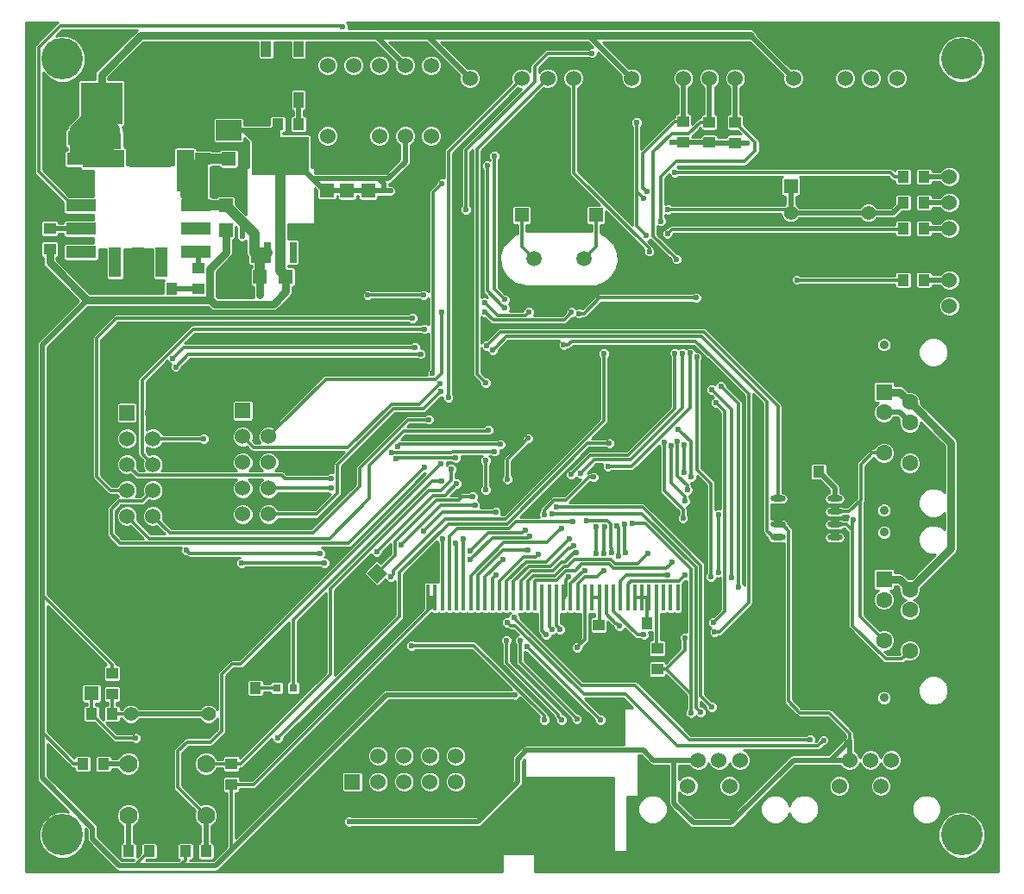
<source format=gbr>
G04 #@! TF.FileFunction,Copper,L1,Top,Signal*
%FSLAX46Y46*%
G04 Gerber Fmt 4.6, Leading zero omitted, Abs format (unit mm)*
G04 Created by KiCad (PCBNEW 4.0.1-stable) date 2017/04/02 21:29:11*
%MOMM*%
G01*
G04 APERTURE LIST*
%ADD10C,0.100000*%
%ADD11R,0.350000X2.600000*%
%ADD12C,0.900000*%
%ADD13C,1.600000*%
%ADD14R,1.600000X1.600000*%
%ADD15C,4.064000*%
%ADD16R,1.397000X1.389000*%
%ADD17R,1.389000X1.397000*%
%ADD18R,2.500000X2.000000*%
%ADD19R,1.000000X1.600000*%
%ADD20R,0.800000X0.800000*%
%ADD21C,1.524000*%
%ADD22R,4.064000X4.064000*%
%ADD23R,1.524000X1.524000*%
%ADD24R,1.135000X1.143000*%
%ADD25R,1.143000X1.135000*%
%ADD26C,1.397000*%
%ADD27C,1.778000*%
%ADD28R,1.198880X2.999740*%
%ADD29R,2.999740X1.198880*%
%ADD30R,1.615440X1.198880*%
%ADD31R,1.198880X1.630680*%
%ADD32R,4.069080X1.770380*%
%ADD33R,1.770380X4.069080*%
%ADD34R,0.680000X2.123950*%
%ADD35R,5.699760X3.749550*%
%ADD36O,1.473200X0.609600*%
%ADD37C,1.500000*%
%ADD38C,0.600000*%
%ADD39C,0.500000*%
%ADD40C,0.305000*%
%ADD41C,0.203000*%
%ADD42C,0.750000*%
%ADD43C,1.000000*%
%ADD44C,0.254000*%
G04 APERTURE END LIST*
D10*
D11*
X110058200Y-103703120D03*
X110758200Y-103703120D03*
X111458200Y-103703120D03*
X112158200Y-103703120D03*
X112858200Y-103703120D03*
X113558200Y-103703120D03*
X114258200Y-103703120D03*
X114958200Y-103703120D03*
X115658200Y-103703120D03*
X116358200Y-103703120D03*
X117058200Y-103703120D03*
X117758200Y-103703120D03*
X118458200Y-103703120D03*
X119158200Y-103703120D03*
X119858200Y-103703120D03*
X120558200Y-103703120D03*
X121258200Y-103703120D03*
X121958200Y-103703120D03*
X122658200Y-103703120D03*
X123358200Y-103703120D03*
X124058200Y-103703120D03*
X124758200Y-103703120D03*
X125458200Y-103703120D03*
X126158200Y-103703120D03*
X126858200Y-103703120D03*
X127558200Y-103703120D03*
X128258200Y-103703120D03*
X128958200Y-103703120D03*
X129658200Y-103703120D03*
X130358200Y-103703120D03*
X131058200Y-103703120D03*
X131758200Y-103703120D03*
X132458200Y-103703120D03*
X133158200Y-103703120D03*
X133858200Y-103703120D03*
X134558200Y-103703120D03*
X135258200Y-103703120D03*
X135958200Y-103703120D03*
X136658200Y-103703120D03*
D12*
X156210000Y-113535000D03*
X156210000Y-97285000D03*
D13*
X156210000Y-107910000D03*
X156210000Y-105910000D03*
X156210000Y-103910000D03*
D14*
X156210000Y-101910000D03*
D13*
X158750000Y-108910000D03*
X158750000Y-106910000D03*
X158750000Y-104910000D03*
X158750000Y-102910000D03*
D15*
X163830000Y-50800000D03*
X163830000Y-127000000D03*
X75565000Y-50800000D03*
D16*
X101539040Y-63719900D03*
X101539040Y-66124900D03*
X105582720Y-63740220D03*
X105582720Y-66145220D03*
D10*
G36*
X106437204Y-100324108D02*
X107425032Y-101311936D01*
X106442860Y-102294108D01*
X105455032Y-101306280D01*
X106437204Y-100324108D01*
X106437204Y-100324108D01*
G37*
G36*
X104736612Y-102024700D02*
X105724440Y-103012528D01*
X104742268Y-103994700D01*
X103754440Y-103006872D01*
X104736612Y-102024700D01*
X104736612Y-102024700D01*
G37*
D17*
X76792900Y-58597800D03*
X74387900Y-58597800D03*
X94969140Y-72196960D03*
X92564140Y-72196960D03*
D16*
X91617800Y-65180400D03*
X91617800Y-67585400D03*
X103520240Y-63730060D03*
X103520240Y-66135060D03*
D18*
X91861640Y-53778400D03*
X91861640Y-57778400D03*
D17*
X99911980Y-72196960D03*
X97506980Y-72196960D03*
X147064540Y-63296800D03*
X144659540Y-63296800D03*
D16*
X78422500Y-113102200D03*
X78422500Y-110697200D03*
D17*
X123051380Y-66136520D03*
X120646380Y-66136520D03*
X125533340Y-66136520D03*
X127938340Y-66136520D03*
D16*
X91897200Y-60595700D03*
X91897200Y-63000700D03*
D19*
X98755000Y-49813840D03*
X95555000Y-49813840D03*
X98755000Y-54813840D03*
X95555000Y-54813840D03*
D20*
X98229320Y-112572800D03*
X96629320Y-112572800D03*
D12*
X156210000Y-95120000D03*
X156210000Y-78870000D03*
D13*
X156210000Y-89495000D03*
X156210000Y-87495000D03*
X156210000Y-85495000D03*
D14*
X156210000Y-83495000D03*
D13*
X158750000Y-90495000D03*
X158750000Y-88495000D03*
X158750000Y-86495000D03*
X158750000Y-84495000D03*
D21*
X154877750Y-119651750D03*
X152837750Y-119651750D03*
X156917750Y-119651750D03*
X151817750Y-122191750D03*
X153857750Y-122191750D03*
X155897750Y-122191750D03*
X140018750Y-119651750D03*
X137978750Y-119651750D03*
X142058750Y-119651750D03*
X136958750Y-122191750D03*
X138998750Y-122191750D03*
X141038750Y-122191750D03*
D22*
X79405480Y-55133240D03*
X86537800Y-55168800D03*
D23*
X93263720Y-85354160D03*
D21*
X95803720Y-85354160D03*
X93263720Y-87894160D03*
X95803720Y-87894160D03*
X93263720Y-90434160D03*
X95803720Y-90434160D03*
X93263720Y-92974160D03*
X95803720Y-92974160D03*
X93263720Y-95514160D03*
X95803720Y-95514160D03*
D23*
X104013000Y-121793000D03*
D21*
X104013000Y-119253000D03*
X106553000Y-121793000D03*
X106553000Y-119253000D03*
X109093000Y-121793000D03*
X109093000Y-119253000D03*
X111633000Y-121793000D03*
X111633000Y-119253000D03*
X114173000Y-121793000D03*
X114173000Y-119253000D03*
D23*
X81909920Y-85542120D03*
D21*
X84449920Y-85542120D03*
X81909920Y-88082120D03*
X84449920Y-88082120D03*
X81909920Y-90622120D03*
X84449920Y-90622120D03*
X81909920Y-93162120D03*
X84449920Y-93162120D03*
X81909920Y-95702120D03*
X84449920Y-95702120D03*
X162623500Y-75057000D03*
X162623500Y-72517000D03*
X162623500Y-69977000D03*
X162623500Y-67437000D03*
X162623500Y-64897000D03*
X162623500Y-62357000D03*
X115570000Y-52705000D03*
X118110000Y-52705000D03*
X120650000Y-52705000D03*
X123190000Y-52705000D03*
X125730000Y-52705000D03*
X147320000Y-52705000D03*
X149860000Y-52705000D03*
X152400000Y-52705000D03*
X154940000Y-52705000D03*
X157480000Y-52705000D03*
X131445000Y-52705000D03*
X133985000Y-52705000D03*
X136525000Y-52705000D03*
X139065000Y-52705000D03*
X141605000Y-52705000D03*
D24*
X96737360Y-57226200D03*
X98761360Y-57226200D03*
D25*
X74320400Y-69465000D03*
X74320400Y-67441000D03*
X88920320Y-71347520D03*
X88920320Y-73371520D03*
D24*
X86279800Y-73370440D03*
X84255800Y-73370440D03*
X149764560Y-91307920D03*
X147740560Y-91307920D03*
D25*
X80441800Y-111141700D03*
X80441800Y-113165700D03*
D24*
X78422500Y-115112800D03*
X80446500Y-115112800D03*
D25*
X92176600Y-122055700D03*
X92176600Y-120031700D03*
D24*
X87628920Y-128615440D03*
X89652920Y-128615440D03*
X84064920Y-128610360D03*
X82040920Y-128610360D03*
X77550200Y-120015000D03*
X79574200Y-120015000D03*
X132922200Y-106197400D03*
X134946200Y-106197400D03*
D25*
X128244600Y-106384280D03*
X128244600Y-108408280D03*
X133934200Y-108677900D03*
X133934200Y-110701900D03*
D24*
X158108840Y-72496680D03*
X160132840Y-72496680D03*
X158124080Y-67437000D03*
X160148080Y-67437000D03*
X158129160Y-64902080D03*
X160153160Y-64902080D03*
X158124080Y-62362080D03*
X160148080Y-62362080D03*
X94529720Y-112572800D03*
X92505720Y-112572800D03*
D25*
X141599920Y-59025600D03*
X141599920Y-57001600D03*
X139075160Y-59020520D03*
X139075160Y-56996520D03*
X136514840Y-59015440D03*
X136514840Y-56991440D03*
D21*
X101600000Y-51435000D03*
X104140000Y-51435000D03*
X106680000Y-51435000D03*
X109220000Y-51435000D03*
X111760000Y-51435000D03*
D26*
X154686000Y-65913000D03*
X154686000Y-70993000D03*
X147066000Y-65913000D03*
X147066000Y-70993000D03*
X89916000Y-110058200D03*
X89916000Y-115138200D03*
X82296000Y-110058200D03*
X82296000Y-115138200D03*
D27*
X89662000Y-125095000D03*
X89662000Y-120015000D03*
X82042000Y-120015000D03*
X82042000Y-122555000D03*
X82042000Y-125095000D03*
D21*
X111754920Y-58369200D03*
X109214920Y-58369200D03*
X106674920Y-58369200D03*
X104134920Y-58369200D03*
X101594920Y-58369200D03*
D28*
X83032600Y-70779640D03*
X85323680Y-70779640D03*
X80741520Y-70779640D03*
D29*
X77431900Y-69758560D03*
X77431900Y-67467480D03*
X77431900Y-65176400D03*
X88633300Y-69758560D03*
X88633300Y-67467480D03*
X88633300Y-65176400D03*
D30*
X89308940Y-60596780D03*
X76809600Y-60619640D03*
D31*
X85323680Y-58897520D03*
X83032600Y-58897520D03*
X80741520Y-58897520D03*
D32*
X84178140Y-60596780D03*
X79598520Y-60596780D03*
D33*
X87617300Y-61747400D03*
D34*
X99466920Y-69778500D03*
X96926920Y-69778500D03*
X98196920Y-69778500D03*
X95656920Y-69778500D03*
X94386920Y-69778500D03*
D35*
X96926400Y-60333000D03*
D36*
X145790920Y-93985080D03*
X145790920Y-95255080D03*
X145790920Y-96525080D03*
X145790920Y-97795080D03*
X151378920Y-97795080D03*
X151378920Y-96525080D03*
X151378920Y-95255080D03*
X151378920Y-93985080D03*
D37*
X121856500Y-70421500D03*
X126736500Y-70421500D03*
D15*
X75565000Y-127000000D03*
D38*
X119959618Y-113237345D03*
X131540909Y-96438398D03*
X117124691Y-90219421D03*
X117142260Y-93131640D03*
X132897880Y-68148200D03*
X137287000Y-115006120D03*
X132588000Y-64503300D03*
X131914900Y-57048400D03*
X135394700Y-59016900D03*
X142760700Y-59055000D03*
X107772200Y-63754000D03*
X136636760Y-107635040D03*
X97790000Y-128270000D03*
X80645000Y-78105000D03*
X85725000Y-77470000D03*
X150495000Y-59690000D03*
X142875000Y-75565000D03*
X81915000Y-104140000D03*
X78740000Y-130175000D03*
X72390000Y-53340000D03*
X72390000Y-59690000D03*
X72390000Y-66040000D03*
X72390000Y-72390000D03*
X72390000Y-78740000D03*
X72390000Y-85725000D03*
X72390000Y-92075000D03*
X72390000Y-98425000D03*
X72390000Y-104775000D03*
X72390000Y-111125000D03*
X72390000Y-117475000D03*
X72390000Y-123825000D03*
X72390000Y-130175000D03*
X131419600Y-93111320D03*
X103124000Y-105194100D03*
X135343900Y-113969800D03*
X114909600Y-93040200D03*
X135493760Y-108788200D03*
X133527800Y-79969360D03*
X74477880Y-56560720D03*
X83657440Y-51079400D03*
X92933520Y-69971920D03*
X142255240Y-63296800D03*
X139837160Y-87172800D03*
X135255000Y-130175000D03*
X141605000Y-130175000D03*
X147955000Y-130175000D03*
X154305000Y-130175000D03*
X160655000Y-130175000D03*
X107315000Y-47625000D03*
X114300000Y-47625000D03*
X121285000Y-47625000D03*
X127635000Y-47625000D03*
X133985000Y-47625000D03*
X140970000Y-47625000D03*
X147955000Y-47625000D03*
X154305000Y-47625000D03*
X160655000Y-47625000D03*
X167005000Y-47625000D03*
X167005000Y-53340000D03*
X167005000Y-59690000D03*
X167005000Y-66040000D03*
X167005000Y-73025000D03*
X167005000Y-79375000D03*
X167005000Y-85725000D03*
X167005000Y-92075000D03*
X167005000Y-98425000D03*
X167005000Y-104775000D03*
X167005000Y-111125000D03*
X167005000Y-117475000D03*
X167005000Y-123825000D03*
X167005000Y-130175000D03*
X149225000Y-83820000D03*
X144106900Y-87896700D03*
X115859560Y-93797120D03*
X93205300Y-68211700D03*
X94970600Y-73964800D03*
X103720900Y-125691900D03*
X134970520Y-65577720D03*
X129260438Y-88557262D03*
X82778600Y-117513100D03*
X96710500Y-117513100D03*
X112806026Y-92225800D03*
X153149300Y-96062800D03*
X112598200Y-82715100D03*
X112763300Y-75641200D03*
X125541917Y-75682940D03*
X117055900Y-75641200D03*
X118536720Y-88657222D03*
X108451921Y-88871116D03*
X117952520Y-89347040D03*
X107866420Y-89473636D03*
X121002356Y-97042205D03*
X115605119Y-99119781D03*
X118104688Y-95316272D03*
X111023400Y-97180400D03*
X101977569Y-92955755D03*
X116067840Y-94635320D03*
X108826300Y-98501200D03*
X112708685Y-83456930D03*
X114261900Y-92499180D03*
X106413300Y-99237800D03*
X100850700Y-99339400D03*
X87731600Y-99038031D03*
X121424104Y-97662404D03*
X115630960Y-99987100D03*
X93152311Y-100315111D03*
X101295200Y-100317300D03*
X89446100Y-88125300D03*
X101977569Y-91973234D03*
X108326818Y-90093157D03*
X114185700Y-89954100D03*
X111137700Y-77317600D03*
X109918500Y-76263500D03*
X111095368Y-90931725D03*
X117358160Y-87233760D03*
X111530237Y-86213220D03*
X113449100Y-84061300D03*
X117106700Y-82600800D03*
X133176418Y-69706082D03*
X118973004Y-75273496D03*
X117259100Y-61264800D03*
X118973600Y-74422000D03*
X117944900Y-60312300D03*
X115176300Y-65608200D03*
X127571500Y-50228500D03*
X136438640Y-79684880D03*
X132948680Y-63830200D03*
X126441200Y-91528900D03*
X135686800Y-79695040D03*
X135857520Y-70468542D03*
X125488700Y-91617800D03*
X134315200Y-66738500D03*
X103085900Y-47612300D03*
X113753900Y-91084400D03*
X112755401Y-90558899D03*
X110738920Y-79781400D03*
X86690200Y-81038700D03*
X110185200Y-79136240D03*
X86385400Y-80200500D03*
X140195300Y-82918300D03*
X141922500Y-102692200D03*
X139585700Y-107061000D03*
X124777500Y-78867000D03*
X139471894Y-106135475D03*
X139739568Y-84571961D03*
X107800824Y-101669120D03*
X128739900Y-79730600D03*
X137828263Y-80091037D03*
X139212320Y-101676200D03*
X139959080Y-101208840D03*
X139966700Y-95542100D03*
X126283720Y-75793600D03*
X137800620Y-74263961D03*
X141287500Y-101765100D03*
X139319000Y-83299300D03*
X137195560Y-79679800D03*
X129100309Y-90821790D03*
X147650200Y-72496680D03*
X121307484Y-88054720D03*
X119261500Y-92062000D03*
X134950200Y-67983100D03*
X111899700Y-81635600D03*
X112839500Y-63017400D03*
X135686800Y-61937900D03*
X132651500Y-107353100D03*
X130225800Y-106502200D03*
X136646380Y-101502597D03*
X134975600Y-101498099D03*
X136598660Y-91379040D03*
X136595999Y-88717546D03*
X122314444Y-99462016D03*
X135993479Y-87143462D03*
X137251440Y-91846400D03*
X125300213Y-97961689D03*
X136906000Y-93116400D03*
X135942379Y-88344768D03*
X125716767Y-98585388D03*
X136677400Y-94234000D03*
X135309951Y-88747927D03*
X126001311Y-99279327D03*
X136474200Y-95910400D03*
X134609462Y-88479929D03*
X132994400Y-99390200D03*
X135448973Y-100214495D03*
X123050300Y-107353100D03*
X123609100Y-106845100D03*
X124427827Y-106811736D03*
X125260100Y-101688900D03*
X128762849Y-96742729D03*
X128708242Y-99339075D03*
X126878719Y-101048590D03*
X127927100Y-96748600D03*
X127927100Y-99339400D03*
X129457793Y-99312780D03*
X127012700Y-96139000D03*
X128676400Y-101024832D03*
X125691900Y-96240600D03*
X124548900Y-96875600D03*
X121268600Y-99014820D03*
X124032181Y-94825471D03*
X139299220Y-114426315D03*
X123614974Y-95448733D03*
X138201400Y-114935000D03*
X119926100Y-105664000D03*
X148945600Y-117665500D03*
X119240300Y-106146600D03*
X150266400Y-117703600D03*
X118783100Y-99951540D03*
X118107460Y-101511100D03*
X126075440Y-108598648D03*
X114931888Y-97940953D03*
X114197619Y-98387433D03*
X112848207Y-97924888D03*
X117820525Y-79400400D03*
X117218005Y-78949876D03*
X121348500Y-75653900D03*
X117017800Y-74726800D03*
X111023400Y-74002900D03*
X105549700Y-74002900D03*
X109842300Y-108407200D03*
X122859800Y-115709700D03*
X124548900Y-115709700D03*
X119164100Y-107886500D03*
X122872500Y-95554800D03*
X127698500Y-91871800D03*
X120516053Y-107893580D03*
X130850755Y-99283132D03*
X130732737Y-96482316D03*
X126060200Y-115620800D03*
X130162300Y-99580700D03*
X130007386Y-96673061D03*
X121170700Y-108496100D03*
X128371600Y-115709700D03*
D39*
X119535354Y-113237345D02*
X119959618Y-113237345D01*
X107406408Y-113237345D02*
X119535354Y-113237345D01*
X90601800Y-130041953D02*
X107406408Y-113237345D01*
D40*
X132823897Y-96438398D02*
X131965173Y-96438398D01*
X137292904Y-113741200D02*
X137292904Y-100907405D01*
X137292904Y-100907405D02*
X132823897Y-96438398D01*
X131965173Y-96438398D02*
X131540909Y-96438398D01*
X111694678Y-104687922D02*
X94326900Y-122055700D01*
X94326900Y-122055700D02*
X92176600Y-122055700D01*
X111823500Y-104687922D02*
X111694678Y-104687922D01*
X117124691Y-90643685D02*
X117124691Y-90219421D01*
X117139720Y-92633800D02*
X117124691Y-92618771D01*
X117124691Y-92618771D02*
X117124691Y-90643685D01*
X117142260Y-93131640D02*
X117142260Y-92636340D01*
D41*
X117142260Y-92636340D02*
X117139720Y-92633800D01*
D40*
X134810700Y-110701900D02*
X133934200Y-110701900D01*
X136636760Y-108875840D02*
X134810700Y-110701900D01*
X132549900Y-67792600D02*
X132897880Y-68140580D01*
X132897880Y-68140580D02*
X132897880Y-68148200D01*
D39*
X73583800Y-102692200D02*
X73583800Y-78887982D01*
X73583800Y-78887982D02*
X78004841Y-74466941D01*
D40*
X137292904Y-113741200D02*
X137292904Y-115000216D01*
X137292904Y-115000216D02*
X137287000Y-115006120D01*
X111823500Y-103703120D02*
X112158200Y-103703120D01*
X111458200Y-103703120D02*
X111823500Y-103703120D01*
X111823500Y-103703120D02*
X111823500Y-104687922D01*
X134810700Y-110701900D02*
X137292904Y-113184104D01*
X137292904Y-113184104D02*
X137292904Y-113741200D01*
X131914900Y-65862200D02*
X131914900Y-63131700D01*
X131914900Y-63131700D02*
X131914900Y-57048400D01*
X132588000Y-64503300D02*
X131914900Y-63830200D01*
X131914900Y-63830200D02*
X131914900Y-63131700D01*
X132549900Y-67792600D02*
X131914900Y-67157600D01*
X131914900Y-67157600D02*
X131914900Y-65862200D01*
X73583800Y-103411200D02*
X73583800Y-102692200D01*
D39*
X73583800Y-102692200D02*
X73583800Y-108712000D01*
D40*
X80441800Y-111141700D02*
X80441800Y-110269200D01*
X80441800Y-110269200D02*
X73583800Y-103411200D01*
D39*
X86080600Y-130041953D02*
X90601800Y-130041953D01*
D40*
X92176600Y-122055700D02*
X92176600Y-128467153D01*
X92176600Y-128467153D02*
X90601800Y-130041953D01*
D39*
X82816700Y-130041953D02*
X86080600Y-130041953D01*
D40*
X87628920Y-128615440D02*
X87628920Y-129491940D01*
X87628920Y-129491940D02*
X87078907Y-130041953D01*
X87078907Y-130041953D02*
X86080600Y-130041953D01*
D39*
X81172354Y-130041953D02*
X81991200Y-130041953D01*
X81991200Y-130041953D02*
X82816700Y-130041953D01*
D40*
X84064920Y-128610360D02*
X84064920Y-128614360D01*
X84064920Y-128614360D02*
X82637327Y-130041953D01*
X82637327Y-130041953D02*
X81991200Y-130041953D01*
X77550200Y-120015000D02*
X76677700Y-120015000D01*
X76677700Y-120015000D02*
X73583800Y-116921100D01*
X73583800Y-116921100D02*
X73583800Y-114808000D01*
X73583800Y-110904400D02*
X73583800Y-110388400D01*
D39*
X73583800Y-108712000D02*
X73583800Y-110388400D01*
X73583800Y-110388400D02*
X73583800Y-111899700D01*
X73583800Y-109782100D02*
X73583800Y-108712000D01*
X73583800Y-111899700D02*
X73583800Y-114808000D01*
X73583800Y-114808000D02*
X73583800Y-121419438D01*
X73583800Y-117116100D02*
X73583800Y-114808000D01*
X83704827Y-130041953D02*
X82816700Y-130041953D01*
X78524100Y-127393700D02*
X81172354Y-130041953D01*
X78524100Y-126359738D02*
X78524100Y-127393700D01*
X73583800Y-121419438D02*
X78524100Y-126359738D01*
X135394700Y-59016900D02*
X136513380Y-59016900D01*
X136513380Y-59016900D02*
X136514840Y-59015440D01*
X141599920Y-59025600D02*
X142731300Y-59025600D01*
X142731300Y-59025600D02*
X142760700Y-59055000D01*
X106629200Y-62532895D02*
X107570905Y-62532895D01*
X106017695Y-62532895D02*
X106629200Y-62532895D01*
X106629200Y-62532895D02*
X107124500Y-63028195D01*
X107124500Y-63028195D02*
X107124500Y-63754000D01*
X107570905Y-62532895D02*
X109214920Y-60888880D01*
X109214920Y-60888880D02*
X109214920Y-58369200D01*
X107772200Y-63754000D02*
X107124500Y-63754000D01*
X107124500Y-63754000D02*
X105596500Y-63754000D01*
X97901505Y-60333000D02*
X100101400Y-62532895D01*
X100101400Y-62532895D02*
X106017695Y-62532895D01*
X105596500Y-63754000D02*
X105582720Y-63740220D01*
D42*
X97506980Y-73645460D02*
X97506980Y-72196960D01*
X96287631Y-74864809D02*
X97506980Y-73645460D01*
X90522609Y-74864809D02*
X96287631Y-74864809D01*
X90016821Y-74359021D02*
X90522609Y-74864809D01*
X91617800Y-67585400D02*
X91617800Y-69818372D01*
X91617800Y-69818372D02*
X90016821Y-71419351D01*
X90016821Y-71419351D02*
X90016821Y-74359021D01*
X90016821Y-74359021D02*
X89908901Y-74466941D01*
X89908901Y-74466941D02*
X78004841Y-74466941D01*
X78004841Y-74466941D02*
X74320400Y-70782500D01*
X74320400Y-70782500D02*
X74320400Y-69465000D01*
D39*
X96926400Y-60333000D02*
X97901505Y-60333000D01*
X97901505Y-60333000D02*
X101288405Y-63719900D01*
X101288405Y-63719900D02*
X101539040Y-63719900D01*
X103520240Y-63730060D02*
X101549200Y-63730060D01*
X101549200Y-63730060D02*
X101539040Y-63719900D01*
X105582720Y-63740220D02*
X103530400Y-63740220D01*
X103530400Y-63740220D02*
X103520240Y-63730060D01*
X96291400Y-58399680D02*
X94391480Y-58399680D01*
X96306640Y-58384440D02*
X96291400Y-58399680D01*
X96306640Y-58125360D02*
X96306640Y-58384440D01*
X96306640Y-58125360D02*
X94147640Y-58125360D01*
X96565720Y-57866280D02*
X96306640Y-58125360D01*
X96737360Y-57866280D02*
X96737360Y-60143960D01*
X96737360Y-57226200D02*
X96737360Y-57866280D01*
X96737360Y-57866280D02*
X96565720Y-57866280D01*
X91861640Y-57778400D02*
X93396695Y-57778400D01*
X93396695Y-57778400D02*
X95951295Y-60333000D01*
X95951295Y-60333000D02*
X96926400Y-60333000D01*
X93611640Y-57778400D02*
X91861640Y-57778400D01*
X93611640Y-57778400D02*
X93675200Y-57841960D01*
X96737360Y-60143960D02*
X96926400Y-60333000D01*
X91861640Y-57778400D02*
X96185160Y-57778400D01*
X96185160Y-57778400D02*
X96737360Y-57226200D01*
X139075160Y-59020520D02*
X136519920Y-59020520D01*
X136519920Y-59020520D02*
X136514840Y-59015440D01*
X141599920Y-59025600D02*
X139080240Y-59025600D01*
X139080240Y-59025600D02*
X139075160Y-59020520D01*
D43*
X96926920Y-69778500D02*
X96926920Y-71616900D01*
X96926920Y-71616900D02*
X97506980Y-72196960D01*
X96926400Y-60333000D02*
X96926400Y-69777980D01*
X96926400Y-69777980D02*
X96926920Y-69778500D01*
D40*
X136636760Y-107635040D02*
X136636760Y-108875840D01*
X97790000Y-128270000D02*
X97790000Y-125476000D01*
X97790000Y-125476000D02*
X104013000Y-119253000D01*
X85725000Y-77470000D02*
X85090000Y-78105000D01*
X85090000Y-78105000D02*
X80645000Y-78105000D01*
X149860000Y-52705000D02*
X149860000Y-59055000D01*
X149860000Y-59055000D02*
X150495000Y-59690000D01*
X147066000Y-70993000D02*
X145415000Y-72644000D01*
X145415000Y-72644000D02*
X142875000Y-75184000D01*
X149225000Y-83820000D02*
X147066000Y-81661000D01*
X147066000Y-81661000D02*
X147066000Y-74295000D01*
X147066000Y-74295000D02*
X145415000Y-72644000D01*
X142875000Y-75184000D02*
X142875000Y-75565000D01*
X81915000Y-104140000D02*
X82296000Y-104521000D01*
X82296000Y-104521000D02*
X82296000Y-110058200D01*
X72390000Y-53340000D02*
X72390000Y-47625000D01*
X72390000Y-66040000D02*
X72390000Y-59690000D01*
X72390000Y-78740000D02*
X72390000Y-72390000D01*
X72390000Y-92075000D02*
X72390000Y-85725000D01*
X72390000Y-104775000D02*
X72390000Y-98425000D01*
X72390000Y-117475000D02*
X72390000Y-111125000D01*
X72390000Y-130175000D02*
X72390000Y-123825000D01*
X134946200Y-106197400D02*
X134946200Y-108102400D01*
X136658200Y-103703120D02*
X136658200Y-106390400D01*
X134946200Y-108102400D02*
X134946200Y-109349402D01*
X136658200Y-106390400D02*
X134946200Y-108102400D01*
X132524500Y-109639100D02*
X130351920Y-109639100D01*
X134642860Y-109639100D02*
X132524500Y-109639100D01*
X132524500Y-109639100D02*
X132524500Y-111150400D01*
X130351920Y-109639100D02*
X129121100Y-108408280D01*
X129121100Y-108408280D02*
X128244600Y-108408280D01*
X135493760Y-108788200D02*
X134642860Y-109639100D01*
X134946200Y-106197400D02*
X134946200Y-108240640D01*
X134946200Y-108240640D02*
X135493760Y-108788200D01*
X136658200Y-103703120D02*
X136658200Y-105308120D01*
X135768920Y-106197400D02*
X134946200Y-106197400D01*
X136658200Y-105308120D02*
X135768920Y-106197400D01*
X104739440Y-103009700D02*
X104739440Y-103578660D01*
X104739440Y-103578660D02*
X103124000Y-105194100D01*
X133060199Y-111686099D02*
X135343900Y-113969800D01*
X134643802Y-109651800D02*
X133300798Y-109651800D01*
X133060199Y-109892399D02*
X133060199Y-111686099D01*
X133300798Y-109651800D02*
X133060199Y-109892399D01*
X134946200Y-109349402D02*
X134643802Y-109651800D01*
X138551920Y-85887560D02*
X139537161Y-86872801D01*
X138551920Y-79962602D02*
X138551920Y-85887560D01*
X139537161Y-86872801D02*
X139837160Y-87172800D01*
X137603638Y-79014320D02*
X138551920Y-79962602D01*
X134482840Y-79014320D02*
X137603638Y-79014320D01*
X133527800Y-79969360D02*
X134482840Y-79014320D01*
X110758200Y-103703120D02*
X110058200Y-103703120D01*
X74477880Y-56560720D02*
X74477880Y-58507820D01*
X74477880Y-58507820D02*
X74387900Y-58597800D01*
X86537800Y-55168800D02*
X86537800Y-52831800D01*
X86537800Y-52831800D02*
X84785400Y-51079400D01*
X84785400Y-51079400D02*
X83657440Y-51079400D01*
X92564140Y-72196960D02*
X92564140Y-70341300D01*
X92564140Y-70341300D02*
X92933520Y-69971920D01*
X144659540Y-63296800D02*
X142255240Y-63296800D01*
D43*
X86537800Y-55168800D02*
X87928200Y-53778400D01*
X87928200Y-53778400D02*
X91861640Y-53778400D01*
X85323680Y-58897520D02*
X85303360Y-58897520D01*
X85303360Y-58897520D02*
X84178140Y-60022740D01*
X84178140Y-60022740D02*
X84178140Y-60596780D01*
X83032600Y-58897520D02*
X83032600Y-58948320D01*
X83032600Y-58948320D02*
X84178140Y-60093860D01*
X84178140Y-60093860D02*
X84178140Y-60596780D01*
X86537800Y-55168800D02*
X86537800Y-56489600D01*
X86537800Y-56489600D02*
X84178140Y-58849260D01*
X84178140Y-58849260D02*
X84178140Y-60596780D01*
X86537800Y-55168800D02*
X86537800Y-57683400D01*
X86537800Y-57683400D02*
X85323680Y-58897520D01*
X85323680Y-58897520D02*
X85323680Y-59451240D01*
X85323680Y-59451240D02*
X84178140Y-60596780D01*
X86537800Y-55168800D02*
X86537800Y-58237120D01*
X86537800Y-58237120D02*
X84178140Y-60596780D01*
X86537800Y-55168800D02*
X86537800Y-55392320D01*
X86537800Y-55392320D02*
X83032600Y-58897520D01*
D40*
X137629900Y-116255800D02*
X139509500Y-116255800D01*
X132524500Y-111150400D02*
X137629900Y-116255800D01*
X139509500Y-116255800D02*
X144106900Y-111658400D01*
X144106900Y-111658400D02*
X144106900Y-87896700D01*
X141605000Y-130175000D02*
X135255000Y-130175000D01*
X154305000Y-130175000D02*
X147955000Y-130175000D01*
X160655000Y-130175000D02*
X154305000Y-130175000D01*
X167005000Y-130175000D02*
X160655000Y-130175000D01*
X114300000Y-47625000D02*
X107315000Y-47625000D01*
X127635000Y-47625000D02*
X121285000Y-47625000D01*
X140970000Y-47625000D02*
X133985000Y-47625000D01*
X154305000Y-47625000D02*
X147955000Y-47625000D01*
X167005000Y-47625000D02*
X160655000Y-47625000D01*
X167005000Y-59690000D02*
X167005000Y-53340000D01*
X167005000Y-73025000D02*
X167005000Y-66040000D01*
X167005000Y-85725000D02*
X167005000Y-79375000D01*
X167005000Y-98425000D02*
X167005000Y-92075000D01*
X167005000Y-111125000D02*
X167005000Y-104775000D01*
X167005000Y-123825000D02*
X167005000Y-117475000D01*
X114782600Y-93814900D02*
X115841780Y-93814900D01*
X115841780Y-93814900D02*
X115859560Y-93797120D01*
X107001828Y-100747312D02*
X106440032Y-101309108D01*
X108223798Y-98211998D02*
X108223798Y-99525342D01*
X112320897Y-94114899D02*
X108223798Y-98211998D01*
X108223798Y-99525342D02*
X107001828Y-100747312D01*
X114482601Y-94114899D02*
X112320897Y-94114899D01*
X114782600Y-93814900D02*
X114482601Y-94114899D01*
D42*
X83267881Y-48488839D02*
X106273600Y-48488839D01*
X106273600Y-48488839D02*
X110937040Y-48488839D01*
D39*
X109220000Y-51435000D02*
X108458001Y-50673001D01*
X108458001Y-50673001D02*
X108457762Y-50673001D01*
X108457762Y-50673001D02*
X106273600Y-48488839D01*
D42*
X110937040Y-48488839D02*
X127472440Y-48488839D01*
D39*
X115570000Y-52705000D02*
X111353839Y-48488839D01*
X111353839Y-48488839D02*
X110937040Y-48488839D01*
X131445000Y-52705000D02*
X127472440Y-48732440D01*
X127472440Y-48732440D02*
X127472440Y-48488839D01*
X147320000Y-52705000D02*
X143103839Y-48488839D01*
D42*
X79405480Y-55133240D02*
X79405480Y-52351240D01*
X79405480Y-52351240D02*
X83267881Y-48488839D01*
D43*
X79405480Y-55133240D02*
X79405480Y-57139840D01*
X79405480Y-57139840D02*
X78455520Y-58089800D01*
X79405480Y-55133240D02*
X79405480Y-56245760D01*
X79405480Y-56245760D02*
X77591920Y-58059320D01*
X76792900Y-58597800D02*
X76792900Y-57745820D01*
X76792900Y-57745820D02*
X79405480Y-55133240D01*
X76792900Y-58597800D02*
X80441800Y-58597800D01*
X80441800Y-58597800D02*
X80741520Y-58897520D01*
X76792900Y-58597800D02*
X76792900Y-59216100D01*
X76792900Y-59216100D02*
X77089000Y-59512200D01*
X79405480Y-59512200D02*
X79598520Y-59512200D01*
X77089000Y-59512200D02*
X79405480Y-59512200D01*
X76792900Y-58597800D02*
X76792900Y-60602940D01*
X76792900Y-60602940D02*
X76809600Y-60619640D01*
X76809600Y-60619640D02*
X79575660Y-60619640D01*
X79575660Y-60619640D02*
X79598520Y-60596780D01*
X79598520Y-60596780D02*
X79598520Y-60040520D01*
X79598520Y-60040520D02*
X80741520Y-58897520D01*
X79405480Y-55133240D02*
X79405480Y-58983880D01*
X79405480Y-58983880D02*
X79598520Y-59176920D01*
X79598520Y-59176920D02*
X79598520Y-59512200D01*
X79598520Y-59512200D02*
X79598520Y-60596780D01*
X79405480Y-55133240D02*
X79405480Y-56357520D01*
X79405480Y-56357520D02*
X80741520Y-57693560D01*
X80741520Y-57693560D02*
X80741520Y-58897520D01*
X79405480Y-55133240D02*
X79405480Y-57561480D01*
X79405480Y-57561480D02*
X80741520Y-58897520D01*
X79405480Y-55133240D02*
X79405480Y-60403740D01*
X79405480Y-60403740D02*
X79598520Y-60596780D01*
D42*
X127472440Y-48488839D02*
X143103839Y-48488839D01*
D43*
X93205300Y-66767900D02*
X91617800Y-65180400D01*
X94386920Y-67949520D02*
X93205300Y-66767900D01*
D39*
X93205300Y-66767900D02*
X93205300Y-68211700D01*
X156210000Y-85495000D02*
X157750000Y-85495000D01*
D40*
X145790920Y-96525080D02*
X146222720Y-96525080D01*
X146222720Y-96525080D02*
X146830030Y-97132390D01*
D42*
X94969140Y-72196960D02*
X94969140Y-73963340D01*
X94969140Y-73963340D02*
X94970600Y-73964800D01*
X81909920Y-85542120D02*
X81909920Y-85260180D01*
D43*
X94969140Y-72196960D02*
X94969140Y-70425500D01*
X94969140Y-70425500D02*
X95616140Y-69778500D01*
X95616140Y-69778500D02*
X94386920Y-69778500D01*
X94386920Y-69778500D02*
X94386920Y-67949520D01*
X95656920Y-69778500D02*
X94386920Y-69778500D01*
X91617800Y-65180400D02*
X88637300Y-65180400D01*
X88637300Y-65180400D02*
X88633300Y-65176400D01*
X89308940Y-60596780D02*
X91896120Y-60596780D01*
X91896120Y-60596780D02*
X91897200Y-60595700D01*
X87617300Y-61747400D02*
X88305640Y-61747400D01*
X88305640Y-61747400D02*
X88633300Y-62075060D01*
X88633300Y-62075060D02*
X88633300Y-65176400D01*
X87617300Y-61747400D02*
X87617300Y-64160400D01*
X87617300Y-64160400D02*
X88633300Y-65176400D01*
X89308940Y-60596780D02*
X89308940Y-64500760D01*
X89308940Y-64500760D02*
X88633300Y-65176400D01*
X87617300Y-61747400D02*
X88158320Y-61747400D01*
X88158320Y-61747400D02*
X89308940Y-60596780D01*
D40*
X146830030Y-97132390D02*
X146830030Y-113870490D01*
X146830030Y-113870490D02*
X147955500Y-114995960D01*
X147955500Y-114995960D02*
X150809960Y-114995960D01*
X150809960Y-114995960D02*
X152837750Y-117023750D01*
X152837750Y-117023750D02*
X152837750Y-117779800D01*
D39*
X103720900Y-125691900D02*
X116370100Y-125691900D01*
X157750000Y-85495000D02*
X158750000Y-86495000D01*
X152837750Y-117779800D02*
X152837750Y-119651750D01*
X150837900Y-119651750D02*
X147327650Y-119651750D01*
X152837750Y-119651750D02*
X150837900Y-119651750D01*
X150837900Y-119651750D02*
X150965800Y-119651750D01*
X150965800Y-119651750D02*
X152837750Y-117779800D01*
X147327650Y-119651750D02*
X141185900Y-125793500D01*
X135597900Y-119702550D02*
X135648700Y-119651750D01*
X141185900Y-125793500D02*
X137502900Y-125793500D01*
X137502900Y-125793500D02*
X135597900Y-123888500D01*
X135597900Y-123888500D02*
X135597900Y-119702550D01*
X136901120Y-119651750D02*
X135648700Y-119651750D01*
X135648700Y-119651750D02*
X133545550Y-119651750D01*
X120230900Y-119570500D02*
X121107200Y-118694200D01*
X121107200Y-118694200D02*
X132588000Y-118694200D01*
X120230900Y-121831100D02*
X120230900Y-119570500D01*
X116370100Y-125691900D02*
X120230900Y-121831100D01*
X133545550Y-119651750D02*
X132588000Y-118694200D01*
X136901120Y-119651750D02*
X137978750Y-119651750D01*
D40*
X134970520Y-65577720D02*
X146730720Y-65577720D01*
X146730720Y-65577720D02*
X147066000Y-65913000D01*
D39*
X154686000Y-65913000D02*
X157118240Y-65913000D01*
X157118240Y-65913000D02*
X158129160Y-64902080D01*
X147066000Y-65913000D02*
X154686000Y-65913000D01*
X147064540Y-63296800D02*
X147064540Y-65911540D01*
X147064540Y-65911540D02*
X147066000Y-65913000D01*
D40*
X97010499Y-117213101D02*
X96710500Y-117513100D01*
X119225571Y-96454311D02*
X113466693Y-96454311D01*
X129260438Y-88557262D02*
X127122620Y-88557262D01*
X108656885Y-105566715D02*
X97010499Y-117213101D01*
X127122620Y-88557262D02*
X119225571Y-96454311D01*
X108656885Y-101264119D02*
X108656885Y-105566715D01*
X113466693Y-96454311D02*
X108656885Y-101264119D01*
X78422500Y-115112800D02*
X78422500Y-115116800D01*
X78422500Y-115116800D02*
X80818800Y-117513100D01*
X80818800Y-117513100D02*
X82778600Y-117513100D01*
X78422500Y-113102200D02*
X78422500Y-115112800D01*
X120646380Y-66136520D02*
X120646380Y-69211380D01*
X120646380Y-69211380D02*
X121856500Y-70421500D01*
X127938340Y-66136520D02*
X127938340Y-69219660D01*
X127938340Y-69219660D02*
X126736500Y-70421500D01*
D39*
X98761360Y-57226200D02*
X98761360Y-54820200D01*
X98761360Y-54820200D02*
X98755000Y-54813840D01*
D40*
X111890114Y-92225800D02*
X112381762Y-92225800D01*
X98229320Y-105886594D02*
X111890114Y-92225800D01*
X112381762Y-92225800D02*
X112806026Y-92225800D01*
X98229320Y-112572800D02*
X98229320Y-105886594D01*
X96629320Y-112572800D02*
X94529720Y-112572800D01*
X156210000Y-107910000D02*
X153873200Y-105573200D01*
X153873200Y-105573200D02*
X153873200Y-94183200D01*
X153873200Y-94183200D02*
X153949400Y-94107000D01*
X153949400Y-94107000D02*
X153949400Y-90906600D01*
X156210000Y-89495000D02*
X155078630Y-89495000D01*
X155078630Y-89495000D02*
X153949400Y-90624230D01*
X153949400Y-90624230D02*
X153949400Y-90906600D01*
X152801320Y-95255080D02*
X153949400Y-94107000D01*
X151378920Y-95255080D02*
X152801320Y-95255080D01*
X153111200Y-97116900D02*
X153111200Y-96100900D01*
X153111200Y-96100900D02*
X153149300Y-96062800D01*
X153111200Y-97116900D02*
X152519380Y-96525080D01*
X152519380Y-96525080D02*
X151378920Y-96525080D01*
X153111200Y-106442902D02*
X153111200Y-97116900D01*
X158750000Y-108910000D02*
X157950001Y-109709999D01*
X157950001Y-109709999D02*
X156378297Y-109709999D01*
X156378297Y-109709999D02*
X153111200Y-106442902D01*
X103607175Y-88958661D02*
X94328221Y-88958661D01*
X112598200Y-82715100D02*
X110612622Y-84700678D01*
X107865158Y-84700678D02*
X103607175Y-88958661D01*
X110612622Y-84700678D02*
X107865158Y-84700678D01*
X94025719Y-88656159D02*
X93263720Y-87894160D01*
X94328221Y-88958661D02*
X94025719Y-88656159D01*
X112763300Y-75641200D02*
X112763300Y-81663704D01*
X112763300Y-81663704D02*
X112188902Y-82238102D01*
X101459778Y-82238102D02*
X96565719Y-87132161D01*
X112188902Y-82238102D02*
X101459778Y-82238102D01*
X96565719Y-87132161D02*
X95803720Y-87894160D01*
X125241918Y-75982939D02*
X125541917Y-75682940D01*
X124798446Y-76426411D02*
X125241918Y-75982939D01*
X117055900Y-75641200D02*
X117841111Y-76426411D01*
X117841111Y-76426411D02*
X124798446Y-76426411D01*
X118536720Y-88657222D02*
X108665957Y-88657222D01*
X108665957Y-88657222D02*
X108665886Y-88657151D01*
X108451921Y-88871116D02*
X108665886Y-88657151D01*
X117046913Y-89340478D02*
X117945958Y-89340478D01*
X117945958Y-89340478D02*
X117952520Y-89347040D01*
X117046913Y-89340478D02*
X113893600Y-89340478D01*
X107866420Y-89473636D02*
X113760442Y-89473636D01*
X113760442Y-89473636D02*
X113893600Y-89340478D01*
X120702357Y-97342204D02*
X121002356Y-97042205D01*
X115605119Y-99119781D02*
X117360567Y-97364333D01*
X120680228Y-97364333D02*
X120702357Y-97342204D01*
X117360567Y-97364333D02*
X120680228Y-97364333D01*
X117665648Y-95316272D02*
X118104688Y-95316272D01*
X117665648Y-95316272D02*
X112887528Y-95316272D01*
X112887528Y-95316272D02*
X111023400Y-97180400D01*
X101959164Y-92974160D02*
X101977569Y-92955755D01*
X95803720Y-92974160D02*
X101959164Y-92974160D01*
X115633500Y-94640400D02*
X116062760Y-94640400D01*
X116062760Y-94640400D02*
X116067840Y-94635320D01*
X110337600Y-96987581D02*
X108826300Y-98498881D01*
X108826300Y-98498881D02*
X108826300Y-98501200D01*
X112532215Y-94792966D02*
X110337600Y-96987581D01*
X115633500Y-94640400D02*
X112684781Y-94640400D01*
X112684781Y-94640400D02*
X112532215Y-94792966D01*
X100497800Y-95514160D02*
X102580089Y-93431871D01*
X112408686Y-83756929D02*
X112708685Y-83456930D01*
X108053629Y-85155689D02*
X111009926Y-85155689D01*
X95803720Y-95514160D02*
X100497800Y-95514160D01*
X102580089Y-93431871D02*
X102580089Y-90629229D01*
X102580089Y-90629229D02*
X108053629Y-85155689D01*
X111009926Y-85155689D02*
X112408686Y-83756929D01*
X114261900Y-92499180D02*
X113101191Y-93659889D01*
X113101191Y-93659889D02*
X111995429Y-93659889D01*
X108422089Y-97233229D02*
X108417871Y-97233229D01*
X108417871Y-97233229D02*
X106413300Y-99237800D01*
X100850700Y-99339400D02*
X88032969Y-99339400D01*
X88032969Y-99339400D02*
X87731600Y-99038031D01*
X111995429Y-93659889D02*
X108422089Y-97233229D01*
X121249120Y-97837388D02*
X121424104Y-97662404D01*
X117780672Y-97837388D02*
X121249120Y-97837388D01*
X115630960Y-99987100D02*
X117780672Y-97837388D01*
X101295200Y-100317300D02*
X93154500Y-100317300D01*
X93154500Y-100317300D02*
X93152311Y-100315111D01*
X89446100Y-88125300D02*
X84493100Y-88125300D01*
X84493100Y-88125300D02*
X84449920Y-88082120D01*
X81909920Y-90622120D02*
X82524600Y-91236800D01*
X97408834Y-91973234D02*
X97122221Y-91686621D01*
X97122221Y-91686621D02*
X82974421Y-91686621D01*
X82974421Y-91686621D02*
X82524600Y-91236800D01*
X101977569Y-91973234D02*
X97408834Y-91973234D01*
X114185700Y-89954100D02*
X108343700Y-89954100D01*
X83687921Y-89860121D02*
X84449920Y-90622120D01*
X83385419Y-89557619D02*
X83687921Y-89860121D01*
X88376596Y-77317600D02*
X83385419Y-82308777D01*
X83385419Y-82308777D02*
X83385419Y-89557619D01*
X111137700Y-77317600D02*
X88376596Y-77317600D01*
X79641700Y-77520800D02*
X78968600Y-78193900D01*
X109918500Y-76263500D02*
X80899000Y-76263500D01*
X80899000Y-76263500D02*
X79641700Y-77520800D01*
X78968600Y-78193900D02*
X78968600Y-91859100D01*
X78968600Y-91859100D02*
X80271620Y-93162120D01*
X80271620Y-93162120D02*
X81909920Y-93162120D01*
X84449920Y-93162120D02*
X83385419Y-94226621D01*
X83385419Y-94226621D02*
X81134979Y-94226621D01*
X81134979Y-94226621D02*
X80340200Y-95021400D01*
X80340200Y-95021400D02*
X80340200Y-97459800D01*
X80340200Y-97459800D02*
X81227011Y-98346611D01*
X81227011Y-98346611D02*
X103680482Y-98346611D01*
X103680482Y-98346611D02*
X110795369Y-91231724D01*
X110795369Y-91231724D02*
X111095368Y-90931725D01*
X116613615Y-87335711D02*
X117256209Y-87335711D01*
X117256209Y-87335711D02*
X117358160Y-87233760D01*
X109095622Y-87335711D02*
X116613615Y-87335711D01*
X84099400Y-97891600D02*
X101793204Y-97891600D01*
X105707702Y-93977102D02*
X105707702Y-90723631D01*
X101793204Y-97891600D02*
X105707702Y-93977102D01*
X81909920Y-95702120D02*
X84099400Y-97891600D01*
X105707702Y-90723631D02*
X109095622Y-87335711D01*
X111105973Y-86213220D02*
X111530237Y-86213220D01*
X104734711Y-91006171D02*
X109527662Y-86213220D01*
X86095489Y-97347689D02*
X100145793Y-97347689D01*
X109527662Y-86213220D02*
X111105973Y-86213220D01*
X104734711Y-92758771D02*
X104734711Y-91006171D01*
X84449920Y-95702120D02*
X86095489Y-97347689D01*
X100145793Y-97347689D02*
X104734711Y-92758771D01*
D39*
X160132840Y-72496680D02*
X162603180Y-72496680D01*
X162603180Y-72496680D02*
X162623500Y-72517000D01*
X160148080Y-67437000D02*
X162623500Y-67437000D01*
X160153160Y-64902080D02*
X162618420Y-64902080D01*
X162618420Y-64902080D02*
X162623500Y-64897000D01*
X160148080Y-62362080D02*
X162618420Y-62362080D01*
X162618420Y-62362080D02*
X162623500Y-62357000D01*
D40*
X120650000Y-52705000D02*
X113449100Y-59905900D01*
X113449100Y-59905900D02*
X113449100Y-84061300D01*
X122428001Y-53466999D02*
X123190000Y-52705000D01*
X117106700Y-82600800D02*
X116250199Y-81744299D01*
X116250199Y-81744299D02*
X116250199Y-59644801D01*
X116250199Y-59644801D02*
X122428001Y-53466999D01*
X125730000Y-52705000D02*
X125730000Y-61990678D01*
X125730000Y-61990678D02*
X133176418Y-69437096D01*
X133176418Y-69437096D02*
X133176418Y-69706082D01*
X118673005Y-74973497D02*
X118973004Y-75273496D01*
X117259100Y-73559592D02*
X118673005Y-74973497D01*
X117259100Y-61264800D02*
X117259100Y-73559592D01*
X118973600Y-74422000D02*
X117944900Y-73393300D01*
X117944900Y-73393300D02*
X117944900Y-60312300D01*
X115176300Y-65608200D02*
X115176300Y-59754162D01*
X121907300Y-53023162D02*
X121907300Y-51523900D01*
X115176300Y-59754162D02*
X121907300Y-53023162D01*
X121907300Y-51523900D02*
X123202700Y-50228500D01*
X123202700Y-50228500D02*
X127571500Y-50228500D01*
D39*
X136514840Y-52715160D02*
X136525000Y-52705000D01*
D40*
X136438640Y-79684880D02*
X136436418Y-79687102D01*
X136436418Y-79687102D02*
X136436418Y-85038882D01*
X131305300Y-90170000D02*
X127800100Y-90170000D01*
X136436418Y-85038882D02*
X131305300Y-90170000D01*
X127800100Y-90170000D02*
X126441200Y-91528900D01*
X132562600Y-62699900D02*
X132562600Y-63444120D01*
X132562600Y-63444120D02*
X132948680Y-63830200D01*
X132976080Y-59653700D02*
X132562600Y-60067180D01*
X132562600Y-60067180D02*
X132562600Y-62699900D01*
X135638340Y-56991440D02*
X132976080Y-59653700D01*
X136514840Y-56991440D02*
X135638340Y-56991440D01*
D39*
X136514840Y-56991440D02*
X136514840Y-52715160D01*
X139075160Y-56996520D02*
X139075160Y-52715160D01*
X139075160Y-52715160D02*
X139065000Y-52705000D01*
D40*
X135686800Y-79695040D02*
X135686446Y-79695394D01*
X135686446Y-79695394D02*
X135686446Y-85145372D01*
X135686446Y-85145372D02*
X131116829Y-89714989D01*
X131116829Y-89714989D02*
X127391511Y-89714989D01*
X127391511Y-89714989D02*
X125488700Y-91617800D01*
X135557521Y-70168543D02*
X135857520Y-70468542D01*
X133578600Y-68189622D02*
X135557521Y-70168543D01*
X137049741Y-58145439D02*
X135374459Y-58145439D01*
X138198660Y-56996520D02*
X137049741Y-58145439D01*
X139075160Y-56996520D02*
X138198660Y-56996520D01*
X135374459Y-58145439D02*
X133578600Y-59941298D01*
X133578600Y-59941298D02*
X133578600Y-68189622D01*
D39*
X141599920Y-52710080D02*
X141605000Y-52705000D01*
D40*
X134320001Y-66476601D02*
X134320001Y-66733699D01*
X134320001Y-66733699D02*
X134315200Y-66738500D01*
X135813800Y-60883800D02*
X134581900Y-62115700D01*
X134320001Y-66476601D02*
X134320001Y-62377599D01*
X134320001Y-62377599D02*
X134581900Y-62115700D01*
X143573500Y-59842400D02*
X142532100Y-60883800D01*
X142532100Y-60883800D02*
X135813800Y-60883800D01*
X143573500Y-58971180D02*
X143573500Y-59842400D01*
X141603920Y-57001600D02*
X143573500Y-58971180D01*
X141599920Y-57001600D02*
X141603920Y-57001600D01*
D39*
X141599920Y-57001600D02*
X141599920Y-52710080D01*
X77431900Y-67467480D02*
X74346880Y-67467480D01*
X74346880Y-67467480D02*
X74320400Y-67441000D01*
D40*
X75373838Y-47536100D02*
X103009700Y-47536100D01*
X103009700Y-47536100D02*
X103085900Y-47612300D01*
X77431900Y-65176400D02*
X76531470Y-65176400D01*
X76531470Y-65176400D02*
X73230499Y-61875429D01*
X73230499Y-61875429D02*
X73230499Y-49679439D01*
X73230499Y-49679439D02*
X75373838Y-47536100D01*
D39*
X88920320Y-71347520D02*
X88920320Y-70045580D01*
X88920320Y-70045580D02*
X88633300Y-69758560D01*
X86279800Y-73370440D02*
X88919240Y-73370440D01*
X88919240Y-73370440D02*
X88920320Y-73371520D01*
X151378920Y-93985080D02*
X151378920Y-92922280D01*
X151378920Y-92922280D02*
X149764560Y-91307920D01*
D40*
X82296000Y-115138200D02*
X80471900Y-115138200D01*
X80471900Y-115138200D02*
X80446500Y-115112800D01*
X80446500Y-115112800D02*
X80446500Y-113170400D01*
X80446500Y-113170400D02*
X80441800Y-113165700D01*
D39*
X89916000Y-115138200D02*
X82296000Y-115138200D01*
D40*
X113753900Y-91508664D02*
X113753900Y-91084400D01*
X112679039Y-93204879D02*
X113753900Y-92130018D01*
X113753900Y-92130018D02*
X113753900Y-91508664D01*
X101892100Y-102867296D02*
X111554517Y-93204879D01*
X111554517Y-93204879D02*
X112679039Y-93204879D01*
X101892100Y-110032800D02*
X101892100Y-102867296D01*
X101892100Y-110032800D02*
X101892100Y-110289340D01*
X92176600Y-120031700D02*
X93053100Y-120031700D01*
X93053100Y-120031700D02*
X101892100Y-111192700D01*
X101892100Y-111192700D02*
X101892100Y-110032800D01*
X92176600Y-120031700D02*
X89678700Y-120031700D01*
X89678700Y-120031700D02*
X89662000Y-120015000D01*
X92175520Y-120005920D02*
X92171520Y-120005920D01*
D39*
X92162440Y-120015000D02*
X92171520Y-120005920D01*
D40*
X92405200Y-110231582D02*
X92219118Y-110231582D01*
X112755401Y-90558899D02*
X93082718Y-110231582D01*
X93082718Y-110231582D02*
X92405200Y-110231582D01*
X88773001Y-124206001D02*
X89662000Y-125095000D01*
X86880700Y-122313700D02*
X88773001Y-124206001D01*
X86880700Y-118770400D02*
X86880700Y-122313700D01*
X87782400Y-117868700D02*
X86880700Y-118770400D01*
X91224100Y-116776500D02*
X90131900Y-117868700D01*
X91224100Y-111226600D02*
X91224100Y-116776500D01*
X92219118Y-110231582D02*
X91224100Y-111226600D01*
X90131900Y-117868700D02*
X87782400Y-117868700D01*
D39*
X89662000Y-125095000D02*
X89662000Y-128606360D01*
X89662000Y-128606360D02*
X89652920Y-128615440D01*
D40*
X87947500Y-79781400D02*
X87891620Y-79837280D01*
X87891620Y-79837280D02*
X86690200Y-81038700D01*
X110738920Y-79781400D02*
X87947500Y-79781400D01*
D39*
X82042000Y-125095000D02*
X82042000Y-128609280D01*
X82042000Y-128609280D02*
X82040920Y-128610360D01*
D40*
X87205820Y-79380080D02*
X86385400Y-80200500D01*
X110185200Y-79136240D02*
X87449660Y-79136240D01*
X87449660Y-79136240D02*
X87205820Y-79380080D01*
D39*
X82042000Y-120015000D02*
X79574200Y-120015000D01*
D40*
X141922500Y-102692200D02*
X141922500Y-84645500D01*
X140195300Y-82918300D02*
X140495299Y-83218299D01*
X140495299Y-83218299D02*
X141922500Y-84645500D01*
X140068300Y-107061000D02*
X142913100Y-104216200D01*
X139585700Y-107061000D02*
X140068300Y-107061000D01*
X125570064Y-78498700D02*
X137731500Y-78498700D01*
X137731500Y-78498700D02*
X139331700Y-80098900D01*
X124777500Y-78867000D02*
X125201764Y-78867000D01*
X125201764Y-78867000D02*
X125570064Y-78498700D01*
X142913100Y-104216200D02*
X142913100Y-83680300D01*
X142913100Y-83680300D02*
X139331700Y-80098900D01*
X140596098Y-85428491D02*
X140596098Y-105011271D01*
X139739568Y-84571961D02*
X140596098Y-85428491D01*
X140596098Y-105011271D02*
X139471894Y-106135475D01*
X113166570Y-95973900D02*
X108100823Y-101039647D01*
X119062500Y-95973900D02*
X113166570Y-95973900D01*
X128739900Y-86296500D02*
X119062500Y-95973900D01*
X128739900Y-79730600D02*
X128739900Y-86296500D01*
X108100823Y-101039647D02*
X108100823Y-101369121D01*
X108100823Y-101369121D02*
X107800824Y-101669120D01*
X139212320Y-92513016D02*
X137828263Y-91128959D01*
X139212320Y-101676200D02*
X139212320Y-92513016D01*
X137828263Y-80515301D02*
X137828263Y-80091037D01*
X137828263Y-91128959D02*
X137828263Y-80515301D01*
X139959080Y-101208840D02*
X139959080Y-100916740D01*
X139959080Y-100916740D02*
X139966700Y-100909120D01*
X139966700Y-95542100D02*
X139966700Y-100909120D01*
X126283720Y-75793600D02*
X126795475Y-75793600D01*
X126795475Y-75793600D02*
X128325114Y-74263961D01*
X128325114Y-74263961D02*
X137800620Y-74263961D01*
X141287500Y-85267800D02*
X141287500Y-101765100D01*
X139319000Y-83299300D02*
X141287500Y-85267800D01*
X132458200Y-103703120D02*
X132740400Y-103703120D01*
X132740400Y-103703120D02*
X133158200Y-103703120D01*
X132922200Y-106197400D02*
X132922200Y-103884920D01*
X132922200Y-103884920D02*
X132740400Y-103703120D01*
X131758200Y-103703120D02*
X132458200Y-103703120D01*
X128258200Y-103703120D02*
X128258200Y-106370680D01*
X128258200Y-106370680D02*
X128244600Y-106384280D01*
X127558200Y-103703120D02*
X128258200Y-103703120D01*
X133858200Y-103703120D02*
X133858200Y-108601900D01*
X133858200Y-108601900D02*
X133934200Y-108677900D01*
X137195560Y-79679800D02*
X137195560Y-80104064D01*
X137195560Y-80104064D02*
X137198100Y-80106604D01*
X137198100Y-85039200D02*
X131415510Y-90821790D01*
X137198100Y-80106604D02*
X137198100Y-85039200D01*
X131415510Y-90821790D02*
X129524573Y-90821790D01*
X129524573Y-90821790D02*
X129100309Y-90821790D01*
X158108840Y-72496680D02*
X147650200Y-72496680D01*
X121307484Y-88054720D02*
X119261500Y-90100704D01*
X119261500Y-90100704D02*
X119261500Y-92062000D01*
X135851900Y-67513200D02*
X135420100Y-67513200D01*
X135420100Y-67513200D02*
X134950200Y-67983100D01*
X135851900Y-67513200D02*
X158047880Y-67513200D01*
X158047880Y-67513200D02*
X158124080Y-67437000D01*
X111925100Y-81610200D02*
X111899700Y-81635600D01*
X111925100Y-80157236D02*
X111925100Y-81610200D01*
X111925100Y-63931800D02*
X111925100Y-80157236D01*
X112839500Y-63017400D02*
X111925100Y-63931800D01*
X158124080Y-62362080D02*
X157251580Y-62362080D01*
X157251580Y-62362080D02*
X156827400Y-61937900D01*
X156827400Y-61937900D02*
X135686800Y-61937900D01*
X129658200Y-103703120D02*
X129658200Y-105022622D01*
X129658200Y-105022622D02*
X131988678Y-107353100D01*
X131988678Y-107353100D02*
X132651500Y-107353100D01*
X129925801Y-106202201D02*
X129852281Y-106202201D01*
X129852281Y-106202201D02*
X128958200Y-105308120D01*
X128958200Y-105308120D02*
X128958200Y-103703120D01*
X130225800Y-106502200D02*
X129925801Y-106202201D01*
X136048358Y-102100619D02*
X136346381Y-101802596D01*
X136346381Y-101802596D02*
X136646380Y-101502597D01*
X131058200Y-102383618D02*
X131341199Y-102100619D01*
X131341199Y-102100619D02*
X136048358Y-102100619D01*
X131058200Y-103703120D02*
X131058200Y-102383618D01*
X134551336Y-101498099D02*
X134975600Y-101498099D01*
X130358200Y-103703120D02*
X130358200Y-102098120D01*
X130358200Y-102098120D02*
X130958221Y-101498099D01*
X130958221Y-101498099D02*
X134551336Y-101498099D01*
X136598660Y-91379040D02*
X136598660Y-89144471D01*
X136598660Y-89144471D02*
X136595999Y-89141810D01*
X136595999Y-89141810D02*
X136595999Y-88717546D01*
X118458200Y-103703120D02*
X118458200Y-102098120D01*
X118458200Y-102098120D02*
X120831798Y-99724522D01*
X120831798Y-99724522D02*
X122051938Y-99724522D01*
X122051938Y-99724522D02*
X122314444Y-99462016D01*
X137251440Y-88401423D02*
X136293478Y-87443461D01*
X137251440Y-91846400D02*
X137251440Y-88401423D01*
X136293478Y-87443461D02*
X135993479Y-87143462D01*
X121076787Y-100179533D02*
X123082369Y-100179533D01*
X123082369Y-100179533D02*
X125000214Y-98261688D01*
X119158200Y-102098120D02*
X121076787Y-100179533D01*
X125000214Y-98261688D02*
X125300213Y-97961689D01*
X119158200Y-103703120D02*
X119158200Y-102098120D01*
X136906000Y-93116400D02*
X136906000Y-92692136D01*
X136906000Y-92692136D02*
X135942379Y-91728515D01*
X135942379Y-91728515D02*
X135942379Y-88769032D01*
X125416768Y-98885387D02*
X125716767Y-98585388D01*
X125241465Y-98885387D02*
X125416768Y-98885387D01*
X123492311Y-100634541D02*
X125241465Y-98885387D01*
X119858200Y-103703120D02*
X119858200Y-102098120D01*
X121321779Y-100634541D02*
X123492311Y-100634541D01*
X119858200Y-102098120D02*
X121321779Y-100634541D01*
X135942379Y-88769032D02*
X135942379Y-88344768D01*
X135309951Y-91655900D02*
X135309951Y-89172191D01*
X136677400Y-94234000D02*
X136677400Y-93809736D01*
X136677400Y-93809736D02*
X135309951Y-92442287D01*
X135309951Y-92442287D02*
X135309951Y-91655900D01*
X124593957Y-100176377D02*
X124867577Y-100176377D01*
X123680782Y-101089552D02*
X124593957Y-100176377D01*
X121566768Y-101089552D02*
X123680782Y-101089552D01*
X120558200Y-103703120D02*
X120558200Y-102098120D01*
X124867577Y-100176377D02*
X125764627Y-99279327D01*
X125764627Y-99279327D02*
X126001311Y-99279327D01*
X120558200Y-102098120D02*
X121566768Y-101089552D01*
X135309951Y-89172191D02*
X135309951Y-88747927D01*
X134609462Y-93192600D02*
X134609462Y-88904193D01*
X136474200Y-95910400D02*
X136474200Y-95057338D01*
X136474200Y-95057338D02*
X134609462Y-93192600D01*
X124782428Y-100631388D02*
X123869253Y-101544563D01*
X125170348Y-100631388D02*
X124782428Y-100631388D01*
X132023598Y-100361002D02*
X129809598Y-100361002D01*
X132994400Y-99390200D02*
X132023598Y-100361002D01*
X129401975Y-99953379D02*
X125848357Y-99953379D01*
X121258200Y-102098120D02*
X121258200Y-103703120D01*
X121811757Y-101544563D02*
X121258200Y-102098120D01*
X125848357Y-99953379D02*
X125170348Y-100631388D01*
X123869253Y-101544563D02*
X121811757Y-101544563D01*
X129809598Y-100361002D02*
X129401975Y-99953379D01*
X134609462Y-88904193D02*
X134609462Y-88479929D01*
X122056746Y-101999574D02*
X124057724Y-101999574D01*
X121958200Y-102098120D02*
X122056746Y-101999574D01*
X126554694Y-100422312D02*
X128320800Y-100422312D01*
X125890607Y-101086399D02*
X126554694Y-100422312D01*
X124970899Y-101086399D02*
X125890607Y-101086399D01*
X121958200Y-103703120D02*
X121958200Y-102098120D01*
X124057724Y-101999574D02*
X124970899Y-101086399D01*
X134847455Y-100816013D02*
X135148974Y-100514494D01*
X129621127Y-100816013D02*
X134847455Y-100816013D01*
X135148974Y-100514494D02*
X135448973Y-100214495D01*
X128320800Y-100422312D02*
X129227426Y-100422312D01*
X129227426Y-100422312D02*
X129621127Y-100816013D01*
X127261469Y-100422312D02*
X128320800Y-100422312D01*
X122658200Y-106604419D02*
X122658200Y-106961000D01*
X122658200Y-106961000D02*
X123050300Y-107353100D01*
X122658200Y-103703120D02*
X122658200Y-106604419D01*
X123358200Y-106169098D02*
X123358200Y-106594200D01*
X123358200Y-106594200D02*
X123609100Y-106845100D01*
X123358200Y-103703120D02*
X123358200Y-106169098D01*
X124058200Y-103703120D02*
X124058200Y-106442109D01*
X124058200Y-106442109D02*
X124127828Y-106511737D01*
X124127828Y-106511737D02*
X124427827Y-106811736D01*
X125260100Y-101688900D02*
X124960101Y-101988899D01*
X124960101Y-101988899D02*
X124960101Y-102176303D01*
X124960101Y-102176303D02*
X124980699Y-102196901D01*
X124758200Y-103703120D02*
X124980699Y-103480621D01*
X124980699Y-103480621D02*
X124980699Y-102196901D01*
X128708242Y-99339075D02*
X128708242Y-96797336D01*
X128708242Y-96797336D02*
X128762849Y-96742729D01*
X124813492Y-103703120D02*
X124833188Y-103722816D01*
X124833188Y-103722816D02*
X124833188Y-103791480D01*
X124758200Y-103703120D02*
X124813492Y-103703120D01*
X125458200Y-103703120D02*
X125458200Y-102362882D01*
X125458200Y-102362882D02*
X126772492Y-101048590D01*
X126772492Y-101048590D02*
X126878719Y-101048590D01*
X127927100Y-96748600D02*
X127927100Y-99339400D01*
X128376401Y-101324831D02*
X128676400Y-101024832D01*
X126158200Y-102306364D02*
X126813472Y-101651092D01*
X126158200Y-103703120D02*
X126158200Y-102306364D01*
X126813472Y-101651092D02*
X128050140Y-101651092D01*
X128050140Y-101651092D02*
X128376401Y-101324831D01*
X127012700Y-96139000D02*
X129051424Y-96139000D01*
X129051424Y-96139000D02*
X129365369Y-96452945D01*
X129457793Y-98888516D02*
X129457793Y-99312780D01*
X129365369Y-96452945D02*
X129365369Y-98796092D01*
X129365369Y-98796092D02*
X129457793Y-98888516D01*
X125691900Y-96240600D02*
X120082764Y-96240600D01*
X113558200Y-97680900D02*
X113558200Y-102098120D01*
X120082764Y-96240600D02*
X119414042Y-96909322D01*
X114329778Y-96909322D02*
X113558200Y-97680900D01*
X119414042Y-96909322D02*
X114329778Y-96909322D01*
X113558200Y-102098120D02*
X113558200Y-103703120D01*
X124248901Y-97175599D02*
X124548900Y-96875600D01*
X115658200Y-103703120D02*
X115658200Y-101536012D01*
X123132101Y-98292399D02*
X124248901Y-97175599D01*
X118901813Y-98292399D02*
X123132101Y-98292399D01*
X115658200Y-101536012D02*
X118901813Y-98292399D01*
X120844336Y-99014820D02*
X121268600Y-99014820D01*
X118822874Y-99014820D02*
X120844336Y-99014820D01*
X116358200Y-101479494D02*
X118822874Y-99014820D01*
X116358200Y-103703120D02*
X116358200Y-101479494D01*
X124456445Y-94825471D02*
X124032181Y-94825471D01*
X132503667Y-94825471D02*
X124456445Y-94825471D01*
X139299220Y-114426315D02*
X138202924Y-113330019D01*
X138202924Y-100524728D02*
X132503667Y-94825471D01*
X138202924Y-113330019D02*
X138202924Y-100524728D01*
X132483447Y-95448733D02*
X124039238Y-95448733D01*
X124039238Y-95448733D02*
X123614974Y-95448733D01*
X137747915Y-100713201D02*
X132483447Y-95448733D01*
X138201400Y-114935000D02*
X137747915Y-114481515D01*
X137747915Y-114481515D02*
X137747915Y-100713201D01*
X148945600Y-117665500D02*
X139763500Y-117665500D01*
X119926100Y-105664000D02*
X119926100Y-105724495D01*
X119926100Y-105724495D02*
X126507705Y-112306100D01*
X126507705Y-112306100D02*
X131762500Y-112306100D01*
X131762500Y-112306100D02*
X137121900Y-117665500D01*
X137121900Y-117665500D02*
X139763500Y-117665500D01*
X120000201Y-106446599D02*
X126736002Y-113182400D01*
X130797300Y-113182400D02*
X126736002Y-113182400D01*
X135882902Y-118268002D02*
X130797300Y-113182400D01*
X136105900Y-118268002D02*
X149701998Y-118268002D01*
X136105900Y-118268002D02*
X135882902Y-118268002D01*
X119240300Y-106146600D02*
X119540299Y-106446599D01*
X119540299Y-106446599D02*
X120000201Y-106446599D01*
X149966401Y-118003599D02*
X150266400Y-117703600D01*
X149701998Y-118268002D02*
X149966401Y-118003599D01*
X117058200Y-101671196D02*
X117063444Y-101671196D01*
X117063444Y-101671196D02*
X118783100Y-99951540D01*
X117058200Y-103703120D02*
X117058200Y-101671196D01*
X117758200Y-103703120D02*
X117758200Y-101860360D01*
X117758200Y-101860360D02*
X118107460Y-101511100D01*
X126858200Y-107815888D02*
X126375439Y-108298649D01*
X126858200Y-103703120D02*
X126858200Y-107815888D01*
X126375439Y-108298649D02*
X126075440Y-108598648D01*
X114958200Y-103703120D02*
X114958200Y-97967265D01*
X114958200Y-97967265D02*
X114931888Y-97940953D01*
X114258200Y-98448014D02*
X114197619Y-98387433D01*
X114258200Y-103703120D02*
X114258200Y-98448014D01*
X112858200Y-103703120D02*
X112858200Y-97934881D01*
X112858200Y-97934881D02*
X112848207Y-97924888D01*
X144749320Y-86217760D02*
X144749320Y-84466638D01*
X138326371Y-78043689D02*
X119177236Y-78043689D01*
X118120524Y-79100401D02*
X117820525Y-79400400D01*
X144749320Y-84466638D02*
X138326371Y-78043689D01*
X119177236Y-78043689D02*
X118120524Y-79100401D01*
X144749320Y-97185280D02*
X144749320Y-86217760D01*
X144749320Y-86217760D02*
X144749320Y-85996416D01*
X145359120Y-97795080D02*
X144749320Y-97185280D01*
X145790920Y-97795080D02*
X145359120Y-97795080D01*
X118579203Y-77588678D02*
X117518004Y-78649877D01*
X138514842Y-77588678D02*
X118579203Y-77588678D01*
X117518004Y-78649877D02*
X117218005Y-78949876D01*
X145790920Y-84864756D02*
X138514842Y-77588678D01*
X145790920Y-93985080D02*
X145790920Y-84864756D01*
X118262400Y-75971400D02*
X121031000Y-75971400D01*
X121031000Y-75971400D02*
X121348500Y-75653900D01*
X117017800Y-74726800D02*
X118262400Y-75971400D01*
X105549700Y-74002900D02*
X111023400Y-74002900D01*
X115963700Y-108389336D02*
X109860164Y-108389336D01*
X109860164Y-108389336D02*
X109842300Y-108407200D01*
X122859800Y-115285436D02*
X115963700Y-108389336D01*
X122859800Y-115709700D02*
X122859800Y-115285436D01*
X124248901Y-115172619D02*
X124248901Y-115409701D01*
X124248901Y-115409701D02*
X124548900Y-115709700D01*
X119164100Y-107886500D02*
X119164100Y-110087818D01*
X119164100Y-110087818D02*
X124248901Y-115172619D01*
X123837700Y-94132400D02*
X122872500Y-95097600D01*
X122872500Y-95097600D02*
X122872500Y-95554800D01*
X124980700Y-94132400D02*
X123837700Y-94132400D01*
X127241300Y-91871800D02*
X124980700Y-94132400D01*
X127698500Y-91871800D02*
X127241300Y-91871800D01*
X120516053Y-108317844D02*
X120516053Y-107893580D01*
X126060200Y-115620800D02*
X120516053Y-110076653D01*
X120516053Y-110076653D02*
X120516053Y-108317844D01*
X130732737Y-96482316D02*
X130732737Y-99165114D01*
X130732737Y-99165114D02*
X130850755Y-99283132D01*
X130007386Y-96673061D02*
X130162300Y-96827975D01*
X130162300Y-96827975D02*
X130162300Y-99580700D01*
X128371600Y-115709700D02*
X121170700Y-108508800D01*
X121170700Y-108508800D02*
X121170700Y-108496100D01*
D42*
X158750000Y-84495000D02*
X162775001Y-88520001D01*
X162775001Y-88520001D02*
X162775001Y-98884999D01*
X162775001Y-98884999D02*
X159549999Y-102110001D01*
X159549999Y-102110001D02*
X158750000Y-102910000D01*
X156210000Y-83495000D02*
X157750000Y-83495000D01*
X157750000Y-83495000D02*
X158750000Y-84495000D01*
X156210000Y-101910000D02*
X157750000Y-101910000D01*
X157750000Y-101910000D02*
X158750000Y-102910000D01*
D44*
G36*
X75070136Y-47232398D02*
X72926797Y-49375737D01*
X72833693Y-49515076D01*
X72800999Y-49679439D01*
X72800999Y-61875429D01*
X72833693Y-62039792D01*
X72910891Y-62155326D01*
X72926797Y-62179131D01*
X75649604Y-64901938D01*
X75649604Y-65775840D01*
X75668919Y-65878490D01*
X75729585Y-65972767D01*
X75822150Y-66036015D01*
X75932030Y-66058266D01*
X78613000Y-66058266D01*
X78613000Y-66585614D01*
X75932030Y-66585614D01*
X75829380Y-66604929D01*
X75735103Y-66665595D01*
X75671855Y-66758160D01*
X75649604Y-66868040D01*
X75649604Y-66940480D01*
X75174326Y-66940480D01*
X75174326Y-66873500D01*
X75155011Y-66770850D01*
X75094345Y-66676573D01*
X75001780Y-66613325D01*
X74891900Y-66591074D01*
X73748900Y-66591074D01*
X73646250Y-66610389D01*
X73551973Y-66671055D01*
X73488725Y-66763620D01*
X73466474Y-66873500D01*
X73466474Y-68008500D01*
X73485789Y-68111150D01*
X73546455Y-68205427D01*
X73639020Y-68268675D01*
X73748900Y-68290926D01*
X74891900Y-68290926D01*
X74994550Y-68271611D01*
X75088827Y-68210945D01*
X75152075Y-68118380D01*
X75174326Y-68008500D01*
X75174326Y-67994480D01*
X75649604Y-67994480D01*
X75649604Y-68066920D01*
X75668919Y-68169570D01*
X75729585Y-68263847D01*
X75822150Y-68327095D01*
X75932030Y-68349346D01*
X78613000Y-68349346D01*
X78613000Y-68876694D01*
X75932030Y-68876694D01*
X75829380Y-68896009D01*
X75735103Y-68956675D01*
X75671855Y-69049240D01*
X75649604Y-69159120D01*
X75649604Y-70358000D01*
X75668919Y-70460650D01*
X75729585Y-70554927D01*
X75822150Y-70618175D01*
X75932030Y-70640426D01*
X78931770Y-70640426D01*
X79034420Y-70621111D01*
X79128697Y-70560445D01*
X79191945Y-70467880D01*
X79214196Y-70358000D01*
X79214196Y-69469000D01*
X79859654Y-69469000D01*
X79859654Y-72279510D01*
X79878969Y-72382160D01*
X79939635Y-72476437D01*
X80032200Y-72539685D01*
X80142080Y-72561936D01*
X81340960Y-72561936D01*
X81443610Y-72542621D01*
X81537887Y-72481955D01*
X81601135Y-72389390D01*
X81623386Y-72279510D01*
X81623386Y-69469000D01*
X84441814Y-69469000D01*
X84441814Y-72279510D01*
X84461129Y-72382160D01*
X84521795Y-72476437D01*
X84614360Y-72539685D01*
X84724240Y-72561936D01*
X85569079Y-72561936D01*
X85515373Y-72596495D01*
X85452125Y-72689060D01*
X85429874Y-72798940D01*
X85429874Y-73814941D01*
X78274908Y-73814941D01*
X74972400Y-70512432D01*
X74972400Y-70299779D01*
X74994550Y-70295611D01*
X75088827Y-70234945D01*
X75152075Y-70142380D01*
X75174326Y-70032500D01*
X75174326Y-68897500D01*
X75155011Y-68794850D01*
X75094345Y-68700573D01*
X75001780Y-68637325D01*
X74891900Y-68615074D01*
X73748900Y-68615074D01*
X73646250Y-68634389D01*
X73551973Y-68695055D01*
X73488725Y-68787620D01*
X73466474Y-68897500D01*
X73466474Y-70032500D01*
X73485789Y-70135150D01*
X73546455Y-70229427D01*
X73639020Y-70292675D01*
X73668400Y-70298625D01*
X73668400Y-70782495D01*
X73668399Y-70782500D01*
X73703306Y-70957984D01*
X73718031Y-71032010D01*
X73808221Y-71166989D01*
X73859366Y-71243534D01*
X77171162Y-74555330D01*
X73211155Y-78515337D01*
X73096915Y-78686307D01*
X73092851Y-78706740D01*
X73056800Y-78887982D01*
X73056800Y-121419438D01*
X73096915Y-121621113D01*
X73211155Y-121792083D01*
X76170243Y-124751171D01*
X76026303Y-124691402D01*
X75107726Y-124690600D01*
X74258765Y-125041384D01*
X73608666Y-125690349D01*
X73256402Y-126538697D01*
X73255600Y-127457274D01*
X73606384Y-128306235D01*
X74255349Y-128956334D01*
X75103697Y-129308598D01*
X76022274Y-129309400D01*
X76871235Y-128958616D01*
X77521334Y-128309651D01*
X77873598Y-127461303D01*
X77874400Y-126542726D01*
X77812860Y-126393788D01*
X77997100Y-126578028D01*
X77997100Y-127393700D01*
X78037215Y-127595375D01*
X78151455Y-127766345D01*
X80799709Y-130414598D01*
X80970679Y-130528838D01*
X81172354Y-130568953D01*
X90601800Y-130568953D01*
X90803475Y-130528838D01*
X90974445Y-130414598D01*
X100358043Y-121031000D01*
X102968574Y-121031000D01*
X102968574Y-122555000D01*
X102987889Y-122657650D01*
X103048555Y-122751927D01*
X103141120Y-122815175D01*
X103251000Y-122837426D01*
X104775000Y-122837426D01*
X104877650Y-122818111D01*
X104971927Y-122757445D01*
X105035175Y-122664880D01*
X105057426Y-122555000D01*
X105057426Y-121998763D01*
X105513820Y-121998763D01*
X105671665Y-122380777D01*
X105963685Y-122673308D01*
X106345423Y-122831819D01*
X106758763Y-122832180D01*
X107140777Y-122674335D01*
X107433308Y-122382315D01*
X107591819Y-122000577D01*
X107591820Y-121998763D01*
X108053820Y-121998763D01*
X108211665Y-122380777D01*
X108503685Y-122673308D01*
X108885423Y-122831819D01*
X109298763Y-122832180D01*
X109680777Y-122674335D01*
X109973308Y-122382315D01*
X110131819Y-122000577D01*
X110131820Y-121998763D01*
X110593820Y-121998763D01*
X110751665Y-122380777D01*
X111043685Y-122673308D01*
X111425423Y-122831819D01*
X111838763Y-122832180D01*
X112220777Y-122674335D01*
X112513308Y-122382315D01*
X112671819Y-122000577D01*
X112671820Y-121998763D01*
X113133820Y-121998763D01*
X113291665Y-122380777D01*
X113583685Y-122673308D01*
X113965423Y-122831819D01*
X114378763Y-122832180D01*
X114760777Y-122674335D01*
X115053308Y-122382315D01*
X115211819Y-122000577D01*
X115212180Y-121587237D01*
X115054335Y-121205223D01*
X114762315Y-120912692D01*
X114380577Y-120754181D01*
X113967237Y-120753820D01*
X113585223Y-120911665D01*
X113292692Y-121203685D01*
X113134181Y-121585423D01*
X113133820Y-121998763D01*
X112671820Y-121998763D01*
X112672180Y-121587237D01*
X112514335Y-121205223D01*
X112222315Y-120912692D01*
X111840577Y-120754181D01*
X111427237Y-120753820D01*
X111045223Y-120911665D01*
X110752692Y-121203685D01*
X110594181Y-121585423D01*
X110593820Y-121998763D01*
X110131820Y-121998763D01*
X110132180Y-121587237D01*
X109974335Y-121205223D01*
X109682315Y-120912692D01*
X109300577Y-120754181D01*
X108887237Y-120753820D01*
X108505223Y-120911665D01*
X108212692Y-121203685D01*
X108054181Y-121585423D01*
X108053820Y-121998763D01*
X107591820Y-121998763D01*
X107592180Y-121587237D01*
X107434335Y-121205223D01*
X107142315Y-120912692D01*
X106760577Y-120754181D01*
X106347237Y-120753820D01*
X105965223Y-120911665D01*
X105672692Y-121203685D01*
X105514181Y-121585423D01*
X105513820Y-121998763D01*
X105057426Y-121998763D01*
X105057426Y-121031000D01*
X105038111Y-120928350D01*
X104977445Y-120834073D01*
X104884880Y-120770825D01*
X104775000Y-120748574D01*
X103251000Y-120748574D01*
X103148350Y-120767889D01*
X103054073Y-120828555D01*
X102990825Y-120921120D01*
X102968574Y-121031000D01*
X100358043Y-121031000D01*
X101930280Y-119458763D01*
X105513820Y-119458763D01*
X105671665Y-119840777D01*
X105963685Y-120133308D01*
X106345423Y-120291819D01*
X106758763Y-120292180D01*
X107140777Y-120134335D01*
X107433308Y-119842315D01*
X107591819Y-119460577D01*
X107591820Y-119458763D01*
X108053820Y-119458763D01*
X108211665Y-119840777D01*
X108503685Y-120133308D01*
X108885423Y-120291819D01*
X109298763Y-120292180D01*
X109680777Y-120134335D01*
X109973308Y-119842315D01*
X110131819Y-119460577D01*
X110131820Y-119458763D01*
X110593820Y-119458763D01*
X110751665Y-119840777D01*
X111043685Y-120133308D01*
X111425423Y-120291819D01*
X111838763Y-120292180D01*
X112220777Y-120134335D01*
X112513308Y-119842315D01*
X112671819Y-119460577D01*
X112671820Y-119458763D01*
X113133820Y-119458763D01*
X113291665Y-119840777D01*
X113583685Y-120133308D01*
X113965423Y-120291819D01*
X114378763Y-120292180D01*
X114760777Y-120134335D01*
X115053308Y-119842315D01*
X115211819Y-119460577D01*
X115212180Y-119047237D01*
X115054335Y-118665223D01*
X114762315Y-118372692D01*
X114380577Y-118214181D01*
X113967237Y-118213820D01*
X113585223Y-118371665D01*
X113292692Y-118663685D01*
X113134181Y-119045423D01*
X113133820Y-119458763D01*
X112671820Y-119458763D01*
X112672180Y-119047237D01*
X112514335Y-118665223D01*
X112222315Y-118372692D01*
X111840577Y-118214181D01*
X111427237Y-118213820D01*
X111045223Y-118371665D01*
X110752692Y-118663685D01*
X110594181Y-119045423D01*
X110593820Y-119458763D01*
X110131820Y-119458763D01*
X110132180Y-119047237D01*
X109974335Y-118665223D01*
X109682315Y-118372692D01*
X109300577Y-118214181D01*
X108887237Y-118213820D01*
X108505223Y-118371665D01*
X108212692Y-118663685D01*
X108054181Y-119045423D01*
X108053820Y-119458763D01*
X107591820Y-119458763D01*
X107592180Y-119047237D01*
X107434335Y-118665223D01*
X107142315Y-118372692D01*
X106760577Y-118214181D01*
X106347237Y-118213820D01*
X105965223Y-118371665D01*
X105672692Y-118663685D01*
X105514181Y-119045423D01*
X105513820Y-119458763D01*
X101930280Y-119458763D01*
X107624699Y-113764345D01*
X119724171Y-113764345D01*
X119844342Y-113814245D01*
X120073887Y-113814445D01*
X120286035Y-113726787D01*
X120448489Y-113564616D01*
X120472867Y-113505907D01*
X122364609Y-115397649D01*
X122282900Y-115594424D01*
X122282700Y-115823969D01*
X122370358Y-116036117D01*
X122532529Y-116198571D01*
X122744524Y-116286600D01*
X122974069Y-116286800D01*
X123186217Y-116199142D01*
X123348671Y-116036971D01*
X123436700Y-115824976D01*
X123436900Y-115595431D01*
X123349242Y-115383283D01*
X123289300Y-115323236D01*
X123289300Y-115285436D01*
X123256606Y-115121073D01*
X123163502Y-114981734D01*
X116267402Y-108085634D01*
X116238916Y-108066600D01*
X116140394Y-108000769D01*
X118587000Y-108000769D01*
X118674658Y-108212917D01*
X118734600Y-108272964D01*
X118734600Y-110087818D01*
X118767294Y-110252181D01*
X118823636Y-110336502D01*
X118860398Y-110391520D01*
X123819401Y-115350524D01*
X123819401Y-115409701D01*
X123852095Y-115574064D01*
X123942725Y-115709700D01*
X123945199Y-115713403D01*
X123971873Y-115740077D01*
X123971800Y-115823969D01*
X124059458Y-116036117D01*
X124221629Y-116198571D01*
X124433624Y-116286600D01*
X124663169Y-116286800D01*
X124875317Y-116199142D01*
X125037771Y-116036971D01*
X125125800Y-115824976D01*
X125126000Y-115595431D01*
X125038342Y-115383283D01*
X124876171Y-115220829D01*
X124671048Y-115135654D01*
X124645708Y-115008257D01*
X124552604Y-114868917D01*
X119593600Y-109909914D01*
X119593600Y-108273039D01*
X119652971Y-108213771D01*
X119741000Y-108001776D01*
X119741200Y-107772231D01*
X119653542Y-107560083D01*
X119491371Y-107397629D01*
X119279376Y-107309600D01*
X119049831Y-107309400D01*
X118837683Y-107397058D01*
X118675229Y-107559229D01*
X118587200Y-107771224D01*
X118587000Y-108000769D01*
X116140394Y-108000769D01*
X116128063Y-107992530D01*
X115963700Y-107959836D01*
X110211006Y-107959836D01*
X110169571Y-107918329D01*
X109957576Y-107830300D01*
X109728031Y-107830100D01*
X109515883Y-107917758D01*
X109353429Y-108079929D01*
X109265400Y-108291924D01*
X109265200Y-108521469D01*
X109352858Y-108733617D01*
X109515029Y-108896071D01*
X109727024Y-108984100D01*
X109956569Y-108984300D01*
X110168717Y-108896642D01*
X110246659Y-108818836D01*
X115785796Y-108818836D01*
X119677305Y-112710345D01*
X107406408Y-112710345D01*
X107204734Y-112750460D01*
X107033763Y-112864699D01*
X92606100Y-127292363D01*
X92606100Y-122905626D01*
X92748100Y-122905626D01*
X92850750Y-122886311D01*
X92945027Y-122825645D01*
X93008275Y-122733080D01*
X93030526Y-122623200D01*
X93030526Y-122485200D01*
X94326900Y-122485200D01*
X94491263Y-122452506D01*
X94630602Y-122359402D01*
X111720975Y-105269030D01*
X111735850Y-105266231D01*
X111808860Y-105219250D01*
X111873320Y-105263295D01*
X111983200Y-105285546D01*
X112333200Y-105285546D01*
X112435850Y-105266231D01*
X112508860Y-105219250D01*
X112573320Y-105263295D01*
X112683200Y-105285546D01*
X113033200Y-105285546D01*
X113135850Y-105266231D01*
X113208860Y-105219250D01*
X113273320Y-105263295D01*
X113383200Y-105285546D01*
X113733200Y-105285546D01*
X113835850Y-105266231D01*
X113908860Y-105219250D01*
X113973320Y-105263295D01*
X114083200Y-105285546D01*
X114433200Y-105285546D01*
X114535850Y-105266231D01*
X114608860Y-105219250D01*
X114673320Y-105263295D01*
X114783200Y-105285546D01*
X115133200Y-105285546D01*
X115235850Y-105266231D01*
X115308860Y-105219250D01*
X115373320Y-105263295D01*
X115483200Y-105285546D01*
X115833200Y-105285546D01*
X115935850Y-105266231D01*
X116008860Y-105219250D01*
X116073320Y-105263295D01*
X116183200Y-105285546D01*
X116533200Y-105285546D01*
X116635850Y-105266231D01*
X116708860Y-105219250D01*
X116773320Y-105263295D01*
X116883200Y-105285546D01*
X117233200Y-105285546D01*
X117335850Y-105266231D01*
X117408860Y-105219250D01*
X117473320Y-105263295D01*
X117583200Y-105285546D01*
X117933200Y-105285546D01*
X118035850Y-105266231D01*
X118108860Y-105219250D01*
X118173320Y-105263295D01*
X118283200Y-105285546D01*
X118633200Y-105285546D01*
X118735850Y-105266231D01*
X118808860Y-105219250D01*
X118873320Y-105263295D01*
X118983200Y-105285546D01*
X119333200Y-105285546D01*
X119435850Y-105266231D01*
X119508860Y-105219250D01*
X119536199Y-105237931D01*
X119437229Y-105336729D01*
X119349200Y-105548724D01*
X119349182Y-105569694D01*
X119126031Y-105569500D01*
X118913883Y-105657158D01*
X118751429Y-105819329D01*
X118663400Y-106031324D01*
X118663200Y-106260869D01*
X118750858Y-106473017D01*
X118913029Y-106635471D01*
X119125024Y-106723500D01*
X119209869Y-106723574D01*
X119236597Y-106750302D01*
X119375937Y-106843406D01*
X119540299Y-106876099D01*
X119822297Y-106876099D01*
X120303350Y-107357152D01*
X120189636Y-107404138D01*
X120027182Y-107566309D01*
X119939153Y-107778304D01*
X119938953Y-108007849D01*
X120026611Y-108219997D01*
X120086553Y-108280044D01*
X120086553Y-110076653D01*
X120119247Y-110241016D01*
X120183049Y-110336502D01*
X120212351Y-110380355D01*
X125483173Y-115651177D01*
X125483100Y-115735069D01*
X125570758Y-115947217D01*
X125732929Y-116109671D01*
X125944924Y-116197700D01*
X126174469Y-116197900D01*
X126386617Y-116110242D01*
X126549071Y-115948071D01*
X126637100Y-115736076D01*
X126637300Y-115506531D01*
X126549642Y-115294383D01*
X126387471Y-115131929D01*
X126175476Y-115043900D01*
X126090630Y-115043826D01*
X120945553Y-109898749D01*
X120945553Y-109027377D01*
X121055424Y-109073000D01*
X121127559Y-109073063D01*
X127794573Y-115740078D01*
X127794500Y-115823969D01*
X127882158Y-116036117D01*
X128044329Y-116198571D01*
X128256324Y-116286600D01*
X128485869Y-116286800D01*
X128698017Y-116199142D01*
X128860471Y-116036971D01*
X128948500Y-115824976D01*
X128948700Y-115595431D01*
X128861042Y-115383283D01*
X128698871Y-115220829D01*
X128486876Y-115132800D01*
X128402031Y-115132726D01*
X126881205Y-113611900D01*
X130619396Y-113611900D01*
X131548796Y-114541300D01*
X130810000Y-114541300D01*
X130763841Y-114549985D01*
X130721447Y-114577265D01*
X130693006Y-114618890D01*
X130683000Y-114668300D01*
X130683000Y-118167200D01*
X121107200Y-118167200D01*
X120905526Y-118207315D01*
X120853018Y-118242400D01*
X120734554Y-118321555D01*
X119858255Y-119197855D01*
X119744015Y-119368825D01*
X119726126Y-119458763D01*
X119703900Y-119570500D01*
X119703900Y-121612810D01*
X116151810Y-125164900D01*
X103956347Y-125164900D01*
X103836176Y-125115000D01*
X103606631Y-125114800D01*
X103394483Y-125202458D01*
X103232029Y-125364629D01*
X103144000Y-125576624D01*
X103143800Y-125806169D01*
X103231458Y-126018317D01*
X103393629Y-126180771D01*
X103605624Y-126268800D01*
X103835169Y-126269000D01*
X103956420Y-126218900D01*
X116370100Y-126218900D01*
X116571775Y-126178785D01*
X116742745Y-126064545D01*
X120603545Y-122203745D01*
X120717785Y-122032774D01*
X120757900Y-121831100D01*
X120757900Y-119788790D01*
X120942100Y-119604590D01*
X120942100Y-121234200D01*
X120950785Y-121280359D01*
X120978065Y-121322753D01*
X121019690Y-121351194D01*
X121069100Y-121361200D01*
X129641600Y-121361200D01*
X129641600Y-128524000D01*
X129650285Y-128570159D01*
X129677565Y-128612553D01*
X129719190Y-128640994D01*
X129768600Y-128651000D01*
X130860800Y-128651000D01*
X130906959Y-128642315D01*
X130949353Y-128615035D01*
X130977794Y-128573410D01*
X130987800Y-128524000D01*
X130987800Y-127457274D01*
X161520600Y-127457274D01*
X161871384Y-128306235D01*
X162520349Y-128956334D01*
X163368697Y-129308598D01*
X164287274Y-129309400D01*
X165136235Y-128958616D01*
X165786334Y-128309651D01*
X166138598Y-127461303D01*
X166139400Y-126542726D01*
X165788616Y-125693765D01*
X165139651Y-125043666D01*
X164291303Y-124691402D01*
X163372726Y-124690600D01*
X162523765Y-125041384D01*
X161873666Y-125690349D01*
X161521402Y-126538697D01*
X161520600Y-127457274D01*
X130987800Y-127457274D01*
X130987800Y-124780294D01*
X132051498Y-124780294D01*
X132272846Y-125315996D01*
X132682348Y-125726214D01*
X133217663Y-125948496D01*
X133797294Y-125949002D01*
X134332996Y-125727654D01*
X134743214Y-125318152D01*
X134965496Y-124782837D01*
X134966002Y-124203206D01*
X134744654Y-123667504D01*
X134335152Y-123257286D01*
X133799837Y-123035004D01*
X133220206Y-123034498D01*
X132684504Y-123255846D01*
X132274286Y-123665348D01*
X132052004Y-124200663D01*
X132051498Y-124780294D01*
X130987800Y-124780294D01*
X130987800Y-123253500D01*
X131965700Y-123253500D01*
X132011859Y-123244815D01*
X132054253Y-123217535D01*
X132082694Y-123175910D01*
X132092700Y-123126500D01*
X132092700Y-119221200D01*
X132369710Y-119221200D01*
X133172905Y-120024395D01*
X133343875Y-120138635D01*
X133377335Y-120145290D01*
X133545550Y-120178750D01*
X135070900Y-120178750D01*
X135070900Y-123888500D01*
X135111015Y-124090175D01*
X135225255Y-124261145D01*
X137130255Y-126166145D01*
X137301225Y-126280385D01*
X137502900Y-126320500D01*
X141185900Y-126320500D01*
X141387575Y-126280385D01*
X141558545Y-126166145D01*
X142944396Y-124780294D01*
X144051498Y-124780294D01*
X144272846Y-125315996D01*
X144682348Y-125726214D01*
X145217663Y-125948496D01*
X145797294Y-125949002D01*
X146332996Y-125727654D01*
X146743214Y-125318152D01*
X146938456Y-124847957D01*
X147131846Y-125315996D01*
X147541348Y-125726214D01*
X148076663Y-125948496D01*
X148656294Y-125949002D01*
X149191996Y-125727654D01*
X149602214Y-125318152D01*
X149824496Y-124782837D01*
X149824498Y-124780294D01*
X158910498Y-124780294D01*
X159131846Y-125315996D01*
X159541348Y-125726214D01*
X160076663Y-125948496D01*
X160656294Y-125949002D01*
X161191996Y-125727654D01*
X161602214Y-125318152D01*
X161824496Y-124782837D01*
X161825002Y-124203206D01*
X161603654Y-123667504D01*
X161194152Y-123257286D01*
X160658837Y-123035004D01*
X160079206Y-123034498D01*
X159543504Y-123255846D01*
X159133286Y-123665348D01*
X158911004Y-124200663D01*
X158910498Y-124780294D01*
X149824498Y-124780294D01*
X149825002Y-124203206D01*
X149603654Y-123667504D01*
X149194152Y-123257286D01*
X148658837Y-123035004D01*
X148079206Y-123034498D01*
X147543504Y-123255846D01*
X147133286Y-123665348D01*
X146938044Y-124135543D01*
X146744654Y-123667504D01*
X146335152Y-123257286D01*
X145799837Y-123035004D01*
X145220206Y-123034498D01*
X144684504Y-123255846D01*
X144274286Y-123665348D01*
X144052004Y-124200663D01*
X144051498Y-124780294D01*
X142944396Y-124780294D01*
X145327177Y-122397513D01*
X150778570Y-122397513D01*
X150936415Y-122779527D01*
X151228435Y-123072058D01*
X151610173Y-123230569D01*
X152023513Y-123230930D01*
X152405527Y-123073085D01*
X152698058Y-122781065D01*
X152856569Y-122399327D01*
X152856570Y-122397513D01*
X154858570Y-122397513D01*
X155016415Y-122779527D01*
X155308435Y-123072058D01*
X155690173Y-123230569D01*
X156103513Y-123230930D01*
X156485527Y-123073085D01*
X156778058Y-122781065D01*
X156936569Y-122399327D01*
X156936930Y-121985987D01*
X156779085Y-121603973D01*
X156487065Y-121311442D01*
X156105327Y-121152931D01*
X155691987Y-121152570D01*
X155309973Y-121310415D01*
X155017442Y-121602435D01*
X154858931Y-121984173D01*
X154858570Y-122397513D01*
X152856570Y-122397513D01*
X152856930Y-121985987D01*
X152699085Y-121603973D01*
X152407065Y-121311442D01*
X152025327Y-121152931D01*
X151611987Y-121152570D01*
X151229973Y-121310415D01*
X150937442Y-121602435D01*
X150778931Y-121984173D01*
X150778570Y-122397513D01*
X145327177Y-122397513D01*
X147545940Y-120178750D01*
X151931302Y-120178750D01*
X151956415Y-120239527D01*
X152248435Y-120532058D01*
X152630173Y-120690569D01*
X153043513Y-120690930D01*
X153425527Y-120533085D01*
X153718058Y-120241065D01*
X153857898Y-119904291D01*
X153996415Y-120239527D01*
X154288435Y-120532058D01*
X154670173Y-120690569D01*
X155083513Y-120690930D01*
X155465527Y-120533085D01*
X155758058Y-120241065D01*
X155897898Y-119904291D01*
X156036415Y-120239527D01*
X156328435Y-120532058D01*
X156710173Y-120690569D01*
X157123513Y-120690930D01*
X157505527Y-120533085D01*
X157798058Y-120241065D01*
X157956569Y-119859327D01*
X157956930Y-119445987D01*
X157799085Y-119063973D01*
X157507065Y-118771442D01*
X157125327Y-118612931D01*
X156711987Y-118612570D01*
X156329973Y-118770415D01*
X156037442Y-119062435D01*
X155897602Y-119399209D01*
X155759085Y-119063973D01*
X155467065Y-118771442D01*
X155085327Y-118612931D01*
X154671987Y-118612570D01*
X154289973Y-118770415D01*
X153997442Y-119062435D01*
X153857602Y-119399209D01*
X153719085Y-119063973D01*
X153427065Y-118771442D01*
X153364750Y-118745567D01*
X153364750Y-117779800D01*
X153349593Y-117703600D01*
X153324635Y-117578125D01*
X153267250Y-117492243D01*
X153267250Y-117023750D01*
X153234556Y-116859387D01*
X153141452Y-116720048D01*
X151113662Y-114692258D01*
X151100257Y-114683301D01*
X150974323Y-114599154D01*
X150809960Y-114566460D01*
X148133404Y-114566460D01*
X147259530Y-113692586D01*
X147259530Y-113678975D01*
X155482874Y-113678975D01*
X155593320Y-113946275D01*
X155797650Y-114150961D01*
X156064756Y-114261874D01*
X156353975Y-114262126D01*
X156621275Y-114151680D01*
X156825961Y-113947350D01*
X156936874Y-113680244D01*
X156937126Y-113391025D01*
X156826680Y-113123725D01*
X156805497Y-113102505D01*
X159572744Y-113102505D01*
X159797130Y-113645560D01*
X160212254Y-114061409D01*
X160754918Y-114286743D01*
X161342505Y-114287256D01*
X161885560Y-114062870D01*
X162301409Y-113647746D01*
X162526743Y-113105082D01*
X162527256Y-112517495D01*
X162302870Y-111974440D01*
X161887746Y-111558591D01*
X161345082Y-111333257D01*
X160757495Y-111332744D01*
X160214440Y-111557130D01*
X159798591Y-111972254D01*
X159573257Y-112514918D01*
X159572744Y-113102505D01*
X156805497Y-113102505D01*
X156622350Y-112919039D01*
X156355244Y-112808126D01*
X156066025Y-112807874D01*
X155798725Y-112918320D01*
X155594039Y-113122650D01*
X155483126Y-113389756D01*
X155482874Y-113678975D01*
X147259530Y-113678975D01*
X147259530Y-97795080D01*
X150345462Y-97795080D01*
X150389749Y-98017725D01*
X150515867Y-98206475D01*
X150704617Y-98332593D01*
X150927262Y-98376880D01*
X151830578Y-98376880D01*
X152053223Y-98332593D01*
X152241973Y-98206475D01*
X152368091Y-98017725D01*
X152412378Y-97795080D01*
X152368091Y-97572435D01*
X152241973Y-97383685D01*
X152053223Y-97257567D01*
X151830578Y-97213280D01*
X150927262Y-97213280D01*
X150704617Y-97257567D01*
X150515867Y-97383685D01*
X150389749Y-97572435D01*
X150345462Y-97795080D01*
X147259530Y-97795080D01*
X147259530Y-97132390D01*
X147226836Y-96968027D01*
X147133732Y-96828688D01*
X146822951Y-96517907D01*
X146780091Y-96302435D01*
X146653973Y-96113685D01*
X146465223Y-95987567D01*
X146242578Y-95943280D01*
X145339262Y-95943280D01*
X145178820Y-95975194D01*
X145178820Y-95255080D01*
X150345462Y-95255080D01*
X150389749Y-95477725D01*
X150515867Y-95666475D01*
X150704617Y-95792593D01*
X150927262Y-95836880D01*
X151830578Y-95836880D01*
X152053223Y-95792593D01*
X152214877Y-95684580D01*
X152711467Y-95684580D01*
X152660429Y-95735529D01*
X152572400Y-95947524D01*
X152572262Y-96106099D01*
X152519380Y-96095580D01*
X152214877Y-96095580D01*
X152053223Y-95987567D01*
X151830578Y-95943280D01*
X150927262Y-95943280D01*
X150704617Y-95987567D01*
X150515867Y-96113685D01*
X150389749Y-96302435D01*
X150345462Y-96525080D01*
X150389749Y-96747725D01*
X150515867Y-96936475D01*
X150704617Y-97062593D01*
X150927262Y-97106880D01*
X151830578Y-97106880D01*
X152053223Y-97062593D01*
X152214877Y-96954580D01*
X152341476Y-96954580D01*
X152681700Y-97294804D01*
X152681700Y-106442902D01*
X152714394Y-106607265D01*
X152792060Y-106723500D01*
X152807498Y-106746604D01*
X156074595Y-110013701D01*
X156213934Y-110106805D01*
X156378297Y-110139499D01*
X157950001Y-110139499D01*
X158114364Y-110106805D01*
X158253703Y-110013701D01*
X158355186Y-109912218D01*
X158534832Y-109986813D01*
X158963289Y-109987187D01*
X159359275Y-109823569D01*
X159662504Y-109520868D01*
X159826813Y-109125168D01*
X159827187Y-108696711D01*
X159663569Y-108300725D01*
X159360868Y-107997496D01*
X158965168Y-107833187D01*
X158536711Y-107832813D01*
X158140725Y-107996431D01*
X157837496Y-108299132D01*
X157673187Y-108694832D01*
X157672813Y-109123289D01*
X157737771Y-109280499D01*
X156556201Y-109280499D01*
X156262749Y-108987047D01*
X156423289Y-108987187D01*
X156819275Y-108823569D01*
X157122504Y-108520868D01*
X157286813Y-108125168D01*
X157287187Y-107696711D01*
X157123569Y-107300725D01*
X156820868Y-106997496D01*
X156425168Y-106833187D01*
X155996711Y-106832813D01*
X155815212Y-106907807D01*
X154302700Y-105395296D01*
X154302700Y-97428975D01*
X155482874Y-97428975D01*
X155593320Y-97696275D01*
X155797650Y-97900961D01*
X156064756Y-98011874D01*
X156353975Y-98012126D01*
X156621275Y-97901680D01*
X156825961Y-97697350D01*
X156936874Y-97430244D01*
X156937126Y-97141025D01*
X156826680Y-96873725D01*
X156622350Y-96669039D01*
X156355244Y-96558126D01*
X156066025Y-96557874D01*
X155798725Y-96668320D01*
X155594039Y-96872650D01*
X155483126Y-97139756D01*
X155482874Y-97428975D01*
X154302700Y-97428975D01*
X154302700Y-95263975D01*
X155482874Y-95263975D01*
X155593320Y-95531275D01*
X155797650Y-95735961D01*
X156064756Y-95846874D01*
X156353975Y-95847126D01*
X156621275Y-95736680D01*
X156825961Y-95532350D01*
X156936874Y-95265244D01*
X156937126Y-94976025D01*
X156826680Y-94708725D01*
X156622350Y-94504039D01*
X156355244Y-94393126D01*
X156066025Y-94392874D01*
X155798725Y-94503320D01*
X155594039Y-94707650D01*
X155483126Y-94974756D01*
X155482874Y-95263975D01*
X154302700Y-95263975D01*
X154302700Y-94336474D01*
X154329234Y-94296763D01*
X154346206Y-94271363D01*
X154378900Y-94107000D01*
X154378900Y-90802134D01*
X154472745Y-90708289D01*
X157672813Y-90708289D01*
X157836431Y-91104275D01*
X158139132Y-91407504D01*
X158534832Y-91571813D01*
X158963289Y-91572187D01*
X159359275Y-91408569D01*
X159662504Y-91105868D01*
X159826813Y-90710168D01*
X159827187Y-90281711D01*
X159663569Y-89885725D01*
X159360868Y-89582496D01*
X158965168Y-89418187D01*
X158536711Y-89417813D01*
X158140725Y-89581431D01*
X157837496Y-89884132D01*
X157673187Y-90279832D01*
X157672813Y-90708289D01*
X154472745Y-90708289D01*
X155232203Y-89948832D01*
X155296431Y-90104275D01*
X155599132Y-90407504D01*
X155994832Y-90571813D01*
X156423289Y-90572187D01*
X156819275Y-90408569D01*
X157122504Y-90105868D01*
X157286813Y-89710168D01*
X157287187Y-89281711D01*
X157123569Y-88885725D01*
X156820868Y-88582496D01*
X156425168Y-88418187D01*
X155996711Y-88417813D01*
X155600725Y-88581431D01*
X155297496Y-88884132D01*
X155222185Y-89065500D01*
X155078630Y-89065500D01*
X154914267Y-89098194D01*
X154860138Y-89134362D01*
X154774927Y-89191298D01*
X153645698Y-90320528D01*
X153552594Y-90459867D01*
X153519900Y-90624230D01*
X153519900Y-93929095D01*
X152623416Y-94825580D01*
X152214877Y-94825580D01*
X152053223Y-94717567D01*
X151830578Y-94673280D01*
X150927262Y-94673280D01*
X150704617Y-94717567D01*
X150515867Y-94843685D01*
X150389749Y-95032435D01*
X150345462Y-95255080D01*
X145178820Y-95255080D01*
X145178820Y-94534966D01*
X145339262Y-94566880D01*
X146242578Y-94566880D01*
X146465223Y-94522593D01*
X146653973Y-94396475D01*
X146780091Y-94207725D01*
X146824378Y-93985080D01*
X146780091Y-93762435D01*
X146653973Y-93573685D01*
X146465223Y-93447567D01*
X146242578Y-93403280D01*
X146220420Y-93403280D01*
X146220420Y-90736420D01*
X148914634Y-90736420D01*
X148914634Y-91879420D01*
X148933949Y-91982070D01*
X148994615Y-92076347D01*
X149087180Y-92139595D01*
X149197060Y-92161846D01*
X149873196Y-92161846D01*
X150851920Y-93140570D01*
X150851920Y-93418267D01*
X150704617Y-93447567D01*
X150515867Y-93573685D01*
X150389749Y-93762435D01*
X150345462Y-93985080D01*
X150389749Y-94207725D01*
X150515867Y-94396475D01*
X150704617Y-94522593D01*
X150927262Y-94566880D01*
X151830578Y-94566880D01*
X152053223Y-94522593D01*
X152241973Y-94396475D01*
X152368091Y-94207725D01*
X152412378Y-93985080D01*
X152368091Y-93762435D01*
X152241973Y-93573685D01*
X152053223Y-93447567D01*
X151905920Y-93418267D01*
X151905920Y-92922280D01*
X151865805Y-92720606D01*
X151751565Y-92549635D01*
X150614486Y-91412556D01*
X150614486Y-90736420D01*
X150595171Y-90633770D01*
X150534505Y-90539493D01*
X150441940Y-90476245D01*
X150332060Y-90453994D01*
X149197060Y-90453994D01*
X149094410Y-90473309D01*
X149000133Y-90533975D01*
X148936885Y-90626540D01*
X148914634Y-90736420D01*
X146220420Y-90736420D01*
X146220420Y-84864756D01*
X146187726Y-84700393D01*
X146094622Y-84561054D01*
X144228568Y-82695000D01*
X155127574Y-82695000D01*
X155127574Y-84295000D01*
X155146889Y-84397650D01*
X155207555Y-84491927D01*
X155300120Y-84555175D01*
X155410000Y-84577426D01*
X155610418Y-84577426D01*
X155600725Y-84581431D01*
X155297496Y-84884132D01*
X155133187Y-85279832D01*
X155132813Y-85708289D01*
X155296431Y-86104275D01*
X155599132Y-86407504D01*
X155994832Y-86571813D01*
X156423289Y-86572187D01*
X156819275Y-86408569D01*
X157122504Y-86105868D01*
X157157329Y-86022000D01*
X157531710Y-86022000D01*
X157707326Y-86197616D01*
X157673187Y-86279832D01*
X157672813Y-86708289D01*
X157836431Y-87104275D01*
X158139132Y-87407504D01*
X158534832Y-87571813D01*
X158963289Y-87572187D01*
X159359275Y-87408569D01*
X159662504Y-87105868D01*
X159826813Y-86710168D01*
X159827002Y-86494070D01*
X162123001Y-88790069D01*
X162123001Y-93379257D01*
X161887746Y-93143591D01*
X161345082Y-92918257D01*
X160757495Y-92917744D01*
X160214440Y-93142130D01*
X159798591Y-93557254D01*
X159573257Y-94099918D01*
X159572744Y-94687505D01*
X159797130Y-95230560D01*
X160212254Y-95646409D01*
X160754918Y-95871743D01*
X161342505Y-95872256D01*
X161885560Y-95647870D01*
X162123001Y-95410843D01*
X162123001Y-96994257D01*
X161887746Y-96758591D01*
X161345082Y-96533257D01*
X160757495Y-96532744D01*
X160214440Y-96757130D01*
X159798591Y-97172254D01*
X159573257Y-97714918D01*
X159572744Y-98302505D01*
X159797130Y-98845560D01*
X160212254Y-99261409D01*
X160754918Y-99486743D01*
X161250757Y-99487176D01*
X159088965Y-101648967D01*
X159088963Y-101648970D01*
X158904798Y-101833134D01*
X158594931Y-101832864D01*
X158211034Y-101448966D01*
X158131501Y-101395824D01*
X157999510Y-101307631D01*
X157958113Y-101299396D01*
X157750000Y-101257999D01*
X157749995Y-101258000D01*
X157292426Y-101258000D01*
X157292426Y-101110000D01*
X157273111Y-101007350D01*
X157212445Y-100913073D01*
X157119880Y-100849825D01*
X157010000Y-100827574D01*
X155410000Y-100827574D01*
X155307350Y-100846889D01*
X155213073Y-100907555D01*
X155149825Y-101000120D01*
X155127574Y-101110000D01*
X155127574Y-102710000D01*
X155146889Y-102812650D01*
X155207555Y-102906927D01*
X155300120Y-102970175D01*
X155410000Y-102992426D01*
X155610418Y-102992426D01*
X155600725Y-102996431D01*
X155297496Y-103299132D01*
X155133187Y-103694832D01*
X155132813Y-104123289D01*
X155296431Y-104519275D01*
X155599132Y-104822504D01*
X155994832Y-104986813D01*
X156423289Y-104987187D01*
X156819275Y-104823569D01*
X157122504Y-104520868D01*
X157286813Y-104125168D01*
X157287187Y-103696711D01*
X157123569Y-103300725D01*
X156820868Y-102997496D01*
X156808658Y-102992426D01*
X157010000Y-102992426D01*
X157112650Y-102973111D01*
X157206927Y-102912445D01*
X157270175Y-102819880D01*
X157292426Y-102710000D01*
X157292426Y-102562000D01*
X157479932Y-102562000D01*
X157673134Y-102755202D01*
X157672813Y-103123289D01*
X157836431Y-103519275D01*
X158139132Y-103822504D01*
X158349875Y-103910012D01*
X158140725Y-103996431D01*
X157837496Y-104299132D01*
X157673187Y-104694832D01*
X157672813Y-105123289D01*
X157836431Y-105519275D01*
X158139132Y-105822504D01*
X158534832Y-105986813D01*
X158963289Y-105987187D01*
X159359275Y-105823569D01*
X159662504Y-105520868D01*
X159826813Y-105125168D01*
X159827187Y-104696711D01*
X159663569Y-104300725D01*
X159360868Y-103997496D01*
X159150125Y-103909988D01*
X159359275Y-103823569D01*
X159662504Y-103520868D01*
X159826813Y-103125168D01*
X159827136Y-102754931D01*
X160011030Y-102571037D01*
X160011033Y-102571035D01*
X163236032Y-99346035D01*
X163236035Y-99346033D01*
X163332012Y-99202393D01*
X163377371Y-99134508D01*
X163427002Y-98884999D01*
X163427001Y-98884994D01*
X163427001Y-88520006D01*
X163427002Y-88520001D01*
X163381190Y-88289697D01*
X163377370Y-88270491D01*
X163236035Y-88058967D01*
X159826866Y-84649798D01*
X159827187Y-84281711D01*
X159663569Y-83885725D01*
X159360868Y-83582496D01*
X158965168Y-83418187D01*
X158594931Y-83417864D01*
X158211034Y-83033966D01*
X158118338Y-82972029D01*
X157999510Y-82892631D01*
X157958113Y-82884396D01*
X157750000Y-82842999D01*
X157749995Y-82843000D01*
X157292426Y-82843000D01*
X157292426Y-82695000D01*
X157273111Y-82592350D01*
X157212445Y-82498073D01*
X157119880Y-82434825D01*
X157010000Y-82412574D01*
X155410000Y-82412574D01*
X155307350Y-82431889D01*
X155213073Y-82492555D01*
X155149825Y-82585120D01*
X155127574Y-82695000D01*
X144228568Y-82695000D01*
X141421073Y-79887505D01*
X159572744Y-79887505D01*
X159797130Y-80430560D01*
X160212254Y-80846409D01*
X160754918Y-81071743D01*
X161342505Y-81072256D01*
X161885560Y-80847870D01*
X162301409Y-80432746D01*
X162526743Y-79890082D01*
X162527256Y-79302495D01*
X162302870Y-78759440D01*
X161887746Y-78343591D01*
X161345082Y-78118257D01*
X160757495Y-78117744D01*
X160214440Y-78342130D01*
X159798591Y-78757254D01*
X159573257Y-79299918D01*
X159572744Y-79887505D01*
X141421073Y-79887505D01*
X140547543Y-79013975D01*
X155482874Y-79013975D01*
X155593320Y-79281275D01*
X155797650Y-79485961D01*
X156064756Y-79596874D01*
X156353975Y-79597126D01*
X156621275Y-79486680D01*
X156825961Y-79282350D01*
X156936874Y-79015244D01*
X156937126Y-78726025D01*
X156826680Y-78458725D01*
X156622350Y-78254039D01*
X156355244Y-78143126D01*
X156066025Y-78142874D01*
X155798725Y-78253320D01*
X155594039Y-78457650D01*
X155483126Y-78724756D01*
X155482874Y-79013975D01*
X140547543Y-79013975D01*
X138818544Y-77284976D01*
X138679205Y-77191872D01*
X138514842Y-77159178D01*
X118579203Y-77159178D01*
X118414840Y-77191872D01*
X118275501Y-77284976D01*
X117214305Y-78346172D01*
X117214302Y-78346174D01*
X117187627Y-78372849D01*
X117103736Y-78372776D01*
X116891588Y-78460434D01*
X116729134Y-78622605D01*
X116679699Y-78741656D01*
X116679699Y-76081056D01*
X116728629Y-76130071D01*
X116940624Y-76218100D01*
X117025470Y-76218174D01*
X117537409Y-76730113D01*
X117676748Y-76823217D01*
X117841111Y-76855911D01*
X124798446Y-76855911D01*
X124962809Y-76823217D01*
X125102148Y-76730113D01*
X125572294Y-76259967D01*
X125656186Y-76260040D01*
X125852913Y-76178754D01*
X125956449Y-76282471D01*
X126168444Y-76370500D01*
X126397989Y-76370700D01*
X126610137Y-76283042D01*
X126670184Y-76223100D01*
X126795475Y-76223100D01*
X126959838Y-76190406D01*
X127099177Y-76097302D01*
X127933716Y-75262763D01*
X161584320Y-75262763D01*
X161742165Y-75644777D01*
X162034185Y-75937308D01*
X162415923Y-76095819D01*
X162829263Y-76096180D01*
X163211277Y-75938335D01*
X163503808Y-75646315D01*
X163662319Y-75264577D01*
X163662680Y-74851237D01*
X163504835Y-74469223D01*
X163212815Y-74176692D01*
X162831077Y-74018181D01*
X162417737Y-74017820D01*
X162035723Y-74175665D01*
X161743192Y-74467685D01*
X161584681Y-74849423D01*
X161584320Y-75262763D01*
X127933716Y-75262763D01*
X128503019Y-74693461D01*
X137414081Y-74693461D01*
X137473349Y-74752832D01*
X137685344Y-74840861D01*
X137914889Y-74841061D01*
X138127037Y-74753403D01*
X138289491Y-74591232D01*
X138377520Y-74379237D01*
X138377720Y-74149692D01*
X138290062Y-73937544D01*
X138127891Y-73775090D01*
X137915896Y-73687061D01*
X137686351Y-73686861D01*
X137474203Y-73774519D01*
X137414156Y-73834461D01*
X128325114Y-73834461D01*
X128160751Y-73867155D01*
X128115427Y-73897440D01*
X128021411Y-73960259D01*
X126643938Y-75337733D01*
X126610991Y-75304729D01*
X126398996Y-75216700D01*
X126169451Y-75216500D01*
X125972724Y-75297786D01*
X125869188Y-75194069D01*
X125657193Y-75106040D01*
X125427648Y-75105840D01*
X125215500Y-75193498D01*
X125053046Y-75355669D01*
X124965017Y-75567664D01*
X124964943Y-75652510D01*
X124620542Y-75996911D01*
X121821604Y-75996911D01*
X121837371Y-75981171D01*
X121925400Y-75769176D01*
X121925600Y-75539631D01*
X121837942Y-75327483D01*
X121675771Y-75165029D01*
X121463776Y-75077000D01*
X121234231Y-75076800D01*
X121022083Y-75164458D01*
X120859629Y-75326629D01*
X120771600Y-75538624D01*
X120771597Y-75541900D01*
X119486319Y-75541900D01*
X119549904Y-75388772D01*
X119550104Y-75159227D01*
X119462446Y-74947079D01*
X119363555Y-74848015D01*
X119462471Y-74749271D01*
X119550500Y-74537276D01*
X119550700Y-74307731D01*
X119463042Y-74095583D01*
X119300871Y-73933129D01*
X119088876Y-73845100D01*
X119004031Y-73845026D01*
X118374400Y-73215396D01*
X118374400Y-70139266D01*
X118478684Y-70139266D01*
X118554884Y-71117166D01*
X118569401Y-71166989D01*
X119090101Y-72144889D01*
X119125054Y-72186083D01*
X119988654Y-72846483D01*
X120038539Y-72869640D01*
X121194239Y-73123640D01*
X121221500Y-73126600D01*
X127482600Y-73126600D01*
X127491982Y-73126253D01*
X127834882Y-73100853D01*
X127862204Y-73095781D01*
X128535304Y-72892581D01*
X128571772Y-72874802D01*
X128946075Y-72610949D01*
X147073100Y-72610949D01*
X147160758Y-72823097D01*
X147322929Y-72985551D01*
X147534924Y-73073580D01*
X147764469Y-73073780D01*
X147976617Y-72986122D01*
X148036664Y-72926180D01*
X157258914Y-72926180D01*
X157258914Y-73068180D01*
X157278229Y-73170830D01*
X157338895Y-73265107D01*
X157431460Y-73328355D01*
X157541340Y-73350606D01*
X158676340Y-73350606D01*
X158778990Y-73331291D01*
X158873267Y-73270625D01*
X158936515Y-73178060D01*
X158958766Y-73068180D01*
X158958766Y-71925180D01*
X159282914Y-71925180D01*
X159282914Y-73068180D01*
X159302229Y-73170830D01*
X159362895Y-73265107D01*
X159455460Y-73328355D01*
X159565340Y-73350606D01*
X160700340Y-73350606D01*
X160802990Y-73331291D01*
X160897267Y-73270625D01*
X160960515Y-73178060D01*
X160982766Y-73068180D01*
X160982766Y-73023680D01*
X161708656Y-73023680D01*
X161742165Y-73104777D01*
X162034185Y-73397308D01*
X162415923Y-73555819D01*
X162829263Y-73556180D01*
X163211277Y-73398335D01*
X163503808Y-73106315D01*
X163662319Y-72724577D01*
X163662680Y-72311237D01*
X163504835Y-71929223D01*
X163212815Y-71636692D01*
X162831077Y-71478181D01*
X162417737Y-71477820D01*
X162035723Y-71635665D01*
X161743192Y-71927685D01*
X161725754Y-71969680D01*
X160982766Y-71969680D01*
X160982766Y-71925180D01*
X160963451Y-71822530D01*
X160902785Y-71728253D01*
X160810220Y-71665005D01*
X160700340Y-71642754D01*
X159565340Y-71642754D01*
X159462690Y-71662069D01*
X159368413Y-71722735D01*
X159305165Y-71815300D01*
X159282914Y-71925180D01*
X158958766Y-71925180D01*
X158939451Y-71822530D01*
X158878785Y-71728253D01*
X158786220Y-71665005D01*
X158676340Y-71642754D01*
X157541340Y-71642754D01*
X157438690Y-71662069D01*
X157344413Y-71722735D01*
X157281165Y-71815300D01*
X157258914Y-71925180D01*
X157258914Y-72067180D01*
X148036739Y-72067180D01*
X147977471Y-72007809D01*
X147765476Y-71919780D01*
X147535931Y-71919580D01*
X147323783Y-72007238D01*
X147161329Y-72169409D01*
X147073300Y-72381404D01*
X147073100Y-72610949D01*
X128946075Y-72610949D01*
X129346472Y-72328702D01*
X129378704Y-72295745D01*
X129899404Y-71521045D01*
X129917208Y-71481002D01*
X130120408Y-70668202D01*
X130123919Y-70628952D01*
X130073119Y-69866952D01*
X130062017Y-69822847D01*
X129617517Y-68844947D01*
X129592804Y-68808813D01*
X129084804Y-68288113D01*
X129054577Y-68265233D01*
X128367840Y-67891744D01*
X128367840Y-67117446D01*
X128632840Y-67117446D01*
X128735490Y-67098131D01*
X128829767Y-67037465D01*
X128893015Y-66944900D01*
X128915266Y-66835020D01*
X128915266Y-65783348D01*
X132635667Y-69503750D01*
X132599518Y-69590806D01*
X132599318Y-69820351D01*
X132686976Y-70032499D01*
X132849147Y-70194953D01*
X133061142Y-70282982D01*
X133290687Y-70283182D01*
X133502835Y-70195524D01*
X133665289Y-70033353D01*
X133753318Y-69821358D01*
X133753518Y-69591813D01*
X133665860Y-69379665D01*
X133576735Y-69290385D01*
X133573224Y-69272733D01*
X133504506Y-69169890D01*
X133480120Y-69133393D01*
X133054520Y-68707793D01*
X133224297Y-68637642D01*
X133321841Y-68540267D01*
X135280493Y-70498919D01*
X135280420Y-70582811D01*
X135368078Y-70794959D01*
X135530249Y-70957413D01*
X135742244Y-71045442D01*
X135971789Y-71045642D01*
X136183937Y-70957984D01*
X136346391Y-70795813D01*
X136434420Y-70583818D01*
X136434620Y-70354273D01*
X136346962Y-70142125D01*
X136184791Y-69979671D01*
X135972796Y-69891642D01*
X135887950Y-69891568D01*
X134093751Y-68097369D01*
X134373100Y-68097369D01*
X134460758Y-68309517D01*
X134622929Y-68471971D01*
X134834924Y-68560000D01*
X135064469Y-68560200D01*
X135276617Y-68472542D01*
X135439071Y-68310371D01*
X135527100Y-68098376D01*
X135527174Y-68013530D01*
X135598004Y-67942700D01*
X157274154Y-67942700D01*
X157274154Y-68008500D01*
X157293469Y-68111150D01*
X157354135Y-68205427D01*
X157446700Y-68268675D01*
X157556580Y-68290926D01*
X158691580Y-68290926D01*
X158794230Y-68271611D01*
X158888507Y-68210945D01*
X158951755Y-68118380D01*
X158974006Y-68008500D01*
X158974006Y-66865500D01*
X159298154Y-66865500D01*
X159298154Y-68008500D01*
X159317469Y-68111150D01*
X159378135Y-68205427D01*
X159470700Y-68268675D01*
X159580580Y-68290926D01*
X160715580Y-68290926D01*
X160818230Y-68271611D01*
X160912507Y-68210945D01*
X160975755Y-68118380D01*
X160998006Y-68008500D01*
X160998006Y-67964000D01*
X161717052Y-67964000D01*
X161742165Y-68024777D01*
X162034185Y-68317308D01*
X162415923Y-68475819D01*
X162829263Y-68476180D01*
X163211277Y-68318335D01*
X163503808Y-68026315D01*
X163662319Y-67644577D01*
X163662680Y-67231237D01*
X163504835Y-66849223D01*
X163212815Y-66556692D01*
X162831077Y-66398181D01*
X162417737Y-66397820D01*
X162035723Y-66555665D01*
X161743192Y-66847685D01*
X161717317Y-66910000D01*
X160998006Y-66910000D01*
X160998006Y-66865500D01*
X160978691Y-66762850D01*
X160918025Y-66668573D01*
X160825460Y-66605325D01*
X160715580Y-66583074D01*
X159580580Y-66583074D01*
X159477930Y-66602389D01*
X159383653Y-66663055D01*
X159320405Y-66755620D01*
X159298154Y-66865500D01*
X158974006Y-66865500D01*
X158954691Y-66762850D01*
X158894025Y-66668573D01*
X158801460Y-66605325D01*
X158691580Y-66583074D01*
X157556580Y-66583074D01*
X157453930Y-66602389D01*
X157359653Y-66663055D01*
X157296405Y-66755620D01*
X157274154Y-66865500D01*
X157274154Y-67083700D01*
X135420100Y-67083700D01*
X135255737Y-67116394D01*
X135171739Y-67172520D01*
X135116398Y-67209498D01*
X134919823Y-67406073D01*
X134835931Y-67406000D01*
X134623783Y-67493658D01*
X134461329Y-67655829D01*
X134373300Y-67867824D01*
X134373100Y-68097369D01*
X134093751Y-68097369D01*
X134008100Y-68011718D01*
X134008100Y-67235747D01*
X134199924Y-67315400D01*
X134429469Y-67315600D01*
X134641617Y-67227942D01*
X134804071Y-67065771D01*
X134892100Y-66853776D01*
X134892300Y-66624231D01*
X134804642Y-66412083D01*
X134749501Y-66356846D01*
X134749501Y-66110711D01*
X134855244Y-66154620D01*
X135084789Y-66154820D01*
X135296937Y-66067162D01*
X135356984Y-66007220D01*
X146090417Y-66007220D01*
X146090331Y-66106188D01*
X146238529Y-66464854D01*
X146512702Y-66739506D01*
X146871110Y-66888330D01*
X147259188Y-66888669D01*
X147617854Y-66740471D01*
X147892506Y-66466298D01*
X147903426Y-66440000D01*
X153848260Y-66440000D01*
X153858529Y-66464854D01*
X154132702Y-66739506D01*
X154491110Y-66888330D01*
X154879188Y-66888669D01*
X155237854Y-66740471D01*
X155512506Y-66466298D01*
X155523426Y-66440000D01*
X157118240Y-66440000D01*
X157319915Y-66399885D01*
X157490885Y-66285645D01*
X158020524Y-65756006D01*
X158696660Y-65756006D01*
X158799310Y-65736691D01*
X158893587Y-65676025D01*
X158956835Y-65583460D01*
X158979086Y-65473580D01*
X158979086Y-64330580D01*
X159303234Y-64330580D01*
X159303234Y-65473580D01*
X159322549Y-65576230D01*
X159383215Y-65670507D01*
X159475780Y-65733755D01*
X159585660Y-65756006D01*
X160720660Y-65756006D01*
X160823310Y-65736691D01*
X160917587Y-65676025D01*
X160980835Y-65583460D01*
X161003086Y-65473580D01*
X161003086Y-65429080D01*
X161719151Y-65429080D01*
X161742165Y-65484777D01*
X162034185Y-65777308D01*
X162415923Y-65935819D01*
X162829263Y-65936180D01*
X163211277Y-65778335D01*
X163503808Y-65486315D01*
X163662319Y-65104577D01*
X163662680Y-64691237D01*
X163504835Y-64309223D01*
X163212815Y-64016692D01*
X162831077Y-63858181D01*
X162417737Y-63857820D01*
X162035723Y-64015665D01*
X161743192Y-64307685D01*
X161715207Y-64375080D01*
X161003086Y-64375080D01*
X161003086Y-64330580D01*
X160983771Y-64227930D01*
X160923105Y-64133653D01*
X160830540Y-64070405D01*
X160720660Y-64048154D01*
X159585660Y-64048154D01*
X159483010Y-64067469D01*
X159388733Y-64128135D01*
X159325485Y-64220700D01*
X159303234Y-64330580D01*
X158979086Y-64330580D01*
X158959771Y-64227930D01*
X158899105Y-64133653D01*
X158806540Y-64070405D01*
X158696660Y-64048154D01*
X157561660Y-64048154D01*
X157459010Y-64067469D01*
X157364733Y-64128135D01*
X157301485Y-64220700D01*
X157279234Y-64330580D01*
X157279234Y-65006716D01*
X156899950Y-65386000D01*
X155523740Y-65386000D01*
X155513471Y-65361146D01*
X155239298Y-65086494D01*
X154880890Y-64937670D01*
X154492812Y-64937331D01*
X154134146Y-65085529D01*
X153859494Y-65359702D01*
X153848574Y-65386000D01*
X147903740Y-65386000D01*
X147893471Y-65361146D01*
X147619298Y-65086494D01*
X147591540Y-65074968D01*
X147591540Y-64277726D01*
X147759040Y-64277726D01*
X147861690Y-64258411D01*
X147955967Y-64197745D01*
X148019215Y-64105180D01*
X148041466Y-63995300D01*
X148041466Y-62598300D01*
X148022151Y-62495650D01*
X147961485Y-62401373D01*
X147911765Y-62367400D01*
X156649496Y-62367400D01*
X156947878Y-62665782D01*
X157087217Y-62758886D01*
X157251580Y-62791580D01*
X157274154Y-62791580D01*
X157274154Y-62933580D01*
X157293469Y-63036230D01*
X157354135Y-63130507D01*
X157446700Y-63193755D01*
X157556580Y-63216006D01*
X158691580Y-63216006D01*
X158794230Y-63196691D01*
X158888507Y-63136025D01*
X158951755Y-63043460D01*
X158974006Y-62933580D01*
X158974006Y-61790580D01*
X159298154Y-61790580D01*
X159298154Y-62933580D01*
X159317469Y-63036230D01*
X159378135Y-63130507D01*
X159470700Y-63193755D01*
X159580580Y-63216006D01*
X160715580Y-63216006D01*
X160818230Y-63196691D01*
X160912507Y-63136025D01*
X160975755Y-63043460D01*
X160998006Y-62933580D01*
X160998006Y-62889080D01*
X161719151Y-62889080D01*
X161742165Y-62944777D01*
X162034185Y-63237308D01*
X162415923Y-63395819D01*
X162829263Y-63396180D01*
X163211277Y-63238335D01*
X163503808Y-62946315D01*
X163662319Y-62564577D01*
X163662680Y-62151237D01*
X163504835Y-61769223D01*
X163212815Y-61476692D01*
X162831077Y-61318181D01*
X162417737Y-61317820D01*
X162035723Y-61475665D01*
X161743192Y-61767685D01*
X161715207Y-61835080D01*
X160998006Y-61835080D01*
X160998006Y-61790580D01*
X160978691Y-61687930D01*
X160918025Y-61593653D01*
X160825460Y-61530405D01*
X160715580Y-61508154D01*
X159580580Y-61508154D01*
X159477930Y-61527469D01*
X159383653Y-61588135D01*
X159320405Y-61680700D01*
X159298154Y-61790580D01*
X158974006Y-61790580D01*
X158954691Y-61687930D01*
X158894025Y-61593653D01*
X158801460Y-61530405D01*
X158691580Y-61508154D01*
X157556580Y-61508154D01*
X157453930Y-61527469D01*
X157359653Y-61588135D01*
X157296405Y-61680700D01*
X157276399Y-61779495D01*
X157131102Y-61634198D01*
X157097107Y-61611483D01*
X156991763Y-61541094D01*
X156827400Y-61508400D01*
X136073339Y-61508400D01*
X136014071Y-61449029D01*
X135902362Y-61402643D01*
X135991705Y-61313300D01*
X142532100Y-61313300D01*
X142696463Y-61280606D01*
X142835802Y-61187502D01*
X143877202Y-60146102D01*
X143887076Y-60131325D01*
X143970306Y-60006763D01*
X144003000Y-59842400D01*
X144003000Y-58971180D01*
X143996743Y-58939724D01*
X143970307Y-58806818D01*
X143877203Y-58667478D01*
X142453846Y-57244122D01*
X142453846Y-56434100D01*
X142434531Y-56331450D01*
X142373865Y-56237173D01*
X142281300Y-56173925D01*
X142171420Y-56151674D01*
X142126920Y-56151674D01*
X142126920Y-53613547D01*
X142192777Y-53586335D01*
X142485308Y-53294315D01*
X142643819Y-52912577D01*
X142644180Y-52499237D01*
X142486335Y-52117223D01*
X142194315Y-51824692D01*
X141812577Y-51666181D01*
X141399237Y-51665820D01*
X141017223Y-51823665D01*
X140724692Y-52115685D01*
X140566181Y-52497423D01*
X140565820Y-52910763D01*
X140723665Y-53292777D01*
X141015685Y-53585308D01*
X141072920Y-53609074D01*
X141072920Y-56151674D01*
X141028420Y-56151674D01*
X140925770Y-56170989D01*
X140831493Y-56231655D01*
X140768245Y-56324220D01*
X140745994Y-56434100D01*
X140745994Y-57569100D01*
X140765309Y-57671750D01*
X140825975Y-57766027D01*
X140918540Y-57829275D01*
X141028420Y-57851526D01*
X141846442Y-57851526D01*
X142170590Y-58175674D01*
X141028420Y-58175674D01*
X140925770Y-58194989D01*
X140831493Y-58255655D01*
X140768245Y-58348220D01*
X140745994Y-58458100D01*
X140745994Y-58498600D01*
X139929086Y-58498600D01*
X139929086Y-58453020D01*
X139909771Y-58350370D01*
X139849105Y-58256093D01*
X139756540Y-58192845D01*
X139646660Y-58170594D01*
X138503660Y-58170594D01*
X138401010Y-58189909D01*
X138306733Y-58250575D01*
X138243485Y-58343140D01*
X138221234Y-58453020D01*
X138221234Y-58493520D01*
X137368766Y-58493520D01*
X137368766Y-58447940D01*
X137366530Y-58436054D01*
X138223978Y-57578606D01*
X138240549Y-57666670D01*
X138301215Y-57760947D01*
X138393780Y-57824195D01*
X138503660Y-57846446D01*
X139646660Y-57846446D01*
X139749310Y-57827131D01*
X139843587Y-57766465D01*
X139906835Y-57673900D01*
X139929086Y-57564020D01*
X139929086Y-56429020D01*
X139909771Y-56326370D01*
X139849105Y-56232093D01*
X139756540Y-56168845D01*
X139646660Y-56146594D01*
X139602160Y-56146594D01*
X139602160Y-53607250D01*
X139652777Y-53586335D01*
X139945308Y-53294315D01*
X140103819Y-52912577D01*
X140104180Y-52499237D01*
X139946335Y-52117223D01*
X139654315Y-51824692D01*
X139272577Y-51666181D01*
X138859237Y-51665820D01*
X138477223Y-51823665D01*
X138184692Y-52115685D01*
X138026181Y-52497423D01*
X138025820Y-52910763D01*
X138183665Y-53292777D01*
X138475685Y-53585308D01*
X138548160Y-53615402D01*
X138548160Y-56146594D01*
X138503660Y-56146594D01*
X138401010Y-56165909D01*
X138306733Y-56226575D01*
X138243485Y-56319140D01*
X138221234Y-56429020D01*
X138221234Y-56567020D01*
X138198660Y-56567020D01*
X138034298Y-56599713D01*
X137894958Y-56692818D01*
X137368766Y-57219010D01*
X137368766Y-56423940D01*
X137349451Y-56321290D01*
X137288785Y-56227013D01*
X137196220Y-56163765D01*
X137086340Y-56141514D01*
X137041840Y-56141514D01*
X137041840Y-53615646D01*
X137112777Y-53586335D01*
X137405308Y-53294315D01*
X137563819Y-52912577D01*
X137564180Y-52499237D01*
X137406335Y-52117223D01*
X137114315Y-51824692D01*
X136732577Y-51666181D01*
X136319237Y-51665820D01*
X135937223Y-51823665D01*
X135644692Y-52115685D01*
X135486181Y-52497423D01*
X135485820Y-52910763D01*
X135643665Y-53292777D01*
X135935685Y-53585308D01*
X135987840Y-53606965D01*
X135987840Y-56141514D01*
X135943340Y-56141514D01*
X135840690Y-56160829D01*
X135746413Y-56221495D01*
X135683165Y-56314060D01*
X135660914Y-56423940D01*
X135660914Y-56561940D01*
X135638340Y-56561940D01*
X135473977Y-56594634D01*
X135458772Y-56604794D01*
X135334637Y-56687738D01*
X132672378Y-59349998D01*
X132344400Y-59677976D01*
X132344400Y-57434939D01*
X132403771Y-57375671D01*
X132491800Y-57163676D01*
X132492000Y-56934131D01*
X132404342Y-56721983D01*
X132242171Y-56559529D01*
X132030176Y-56471500D01*
X131800631Y-56471300D01*
X131588483Y-56558958D01*
X131426029Y-56721129D01*
X131338000Y-56933124D01*
X131337800Y-57162669D01*
X131425458Y-57374817D01*
X131485400Y-57434864D01*
X131485400Y-67138673D01*
X126159500Y-61812774D01*
X126159500Y-53651734D01*
X126317777Y-53586335D01*
X126610308Y-53294315D01*
X126768819Y-52912577D01*
X126769180Y-52499237D01*
X126611335Y-52117223D01*
X126319315Y-51824692D01*
X125937577Y-51666181D01*
X125524237Y-51665820D01*
X125142223Y-51823665D01*
X124849692Y-52115685D01*
X124691181Y-52497423D01*
X124690820Y-52910763D01*
X124848665Y-53292777D01*
X125140685Y-53585308D01*
X125300500Y-53651669D01*
X125300500Y-61990678D01*
X125333194Y-62155041D01*
X125406781Y-62265171D01*
X125426298Y-62294380D01*
X128287512Y-65155594D01*
X127243840Y-65155594D01*
X127141190Y-65174909D01*
X127046913Y-65235575D01*
X126983665Y-65328140D01*
X126961414Y-65438020D01*
X126961414Y-66835020D01*
X126980729Y-66937670D01*
X127041395Y-67031947D01*
X127133960Y-67095195D01*
X127243840Y-67117446D01*
X127508840Y-67117446D01*
X127508840Y-67725482D01*
X127465691Y-67718180D01*
X127444500Y-67716400D01*
X121132600Y-67716400D01*
X121103833Y-67719701D01*
X121075880Y-67726202D01*
X121075880Y-67117446D01*
X121340880Y-67117446D01*
X121443530Y-67098131D01*
X121537807Y-67037465D01*
X121601055Y-66944900D01*
X121623306Y-66835020D01*
X121623306Y-65438020D01*
X121603991Y-65335370D01*
X121543325Y-65241093D01*
X121450760Y-65177845D01*
X121340880Y-65155594D01*
X119951880Y-65155594D01*
X119849230Y-65174909D01*
X119754953Y-65235575D01*
X119691705Y-65328140D01*
X119669454Y-65438020D01*
X119669454Y-66835020D01*
X119688769Y-66937670D01*
X119749435Y-67031947D01*
X119842000Y-67095195D01*
X119951880Y-67117446D01*
X120216880Y-67117446D01*
X120216880Y-67925969D01*
X120011633Y-67973701D01*
X119953900Y-68004412D01*
X118861700Y-69020412D01*
X118827868Y-69072788D01*
X118484968Y-70088788D01*
X118478684Y-70139266D01*
X118374400Y-70139266D01*
X118374400Y-60698839D01*
X118433771Y-60639571D01*
X118521800Y-60427576D01*
X118522000Y-60198031D01*
X118434342Y-59985883D01*
X118272171Y-59823429D01*
X118060176Y-59735400D01*
X117830631Y-59735200D01*
X117618483Y-59822858D01*
X117456029Y-59985029D01*
X117368000Y-60197024D01*
X117367800Y-60426569D01*
X117455458Y-60638717D01*
X117515400Y-60698764D01*
X117515400Y-60746459D01*
X117374376Y-60687900D01*
X117144831Y-60687700D01*
X116932683Y-60775358D01*
X116770229Y-60937529D01*
X116682200Y-61149524D01*
X116682000Y-61379069D01*
X116769658Y-61591217D01*
X116829600Y-61651264D01*
X116829600Y-73559592D01*
X116862294Y-73723955D01*
X116943241Y-73845100D01*
X116955398Y-73863294D01*
X117319354Y-74227250D01*
X117133076Y-74149900D01*
X116903531Y-74149700D01*
X116691383Y-74237358D01*
X116679699Y-74249022D01*
X116679699Y-59822705D01*
X122731703Y-53770702D01*
X122731705Y-53770699D01*
X122824260Y-53678144D01*
X122982423Y-53743819D01*
X123395763Y-53744180D01*
X123777777Y-53586335D01*
X124070308Y-53294315D01*
X124228819Y-52912577D01*
X124229180Y-52499237D01*
X124071335Y-52117223D01*
X123779315Y-51824692D01*
X123397577Y-51666181D01*
X122984237Y-51665820D01*
X122602223Y-51823665D01*
X122336800Y-52088624D01*
X122336800Y-51701804D01*
X123380605Y-50658000D01*
X127184961Y-50658000D01*
X127244229Y-50717371D01*
X127456224Y-50805400D01*
X127685769Y-50805600D01*
X127897917Y-50717942D01*
X128060371Y-50555771D01*
X128148400Y-50343776D01*
X128148565Y-50153855D01*
X130431400Y-52436690D01*
X130406181Y-52497423D01*
X130405820Y-52910763D01*
X130563665Y-53292777D01*
X130855685Y-53585308D01*
X131237423Y-53743819D01*
X131650763Y-53744180D01*
X132032777Y-53586335D01*
X132325308Y-53294315D01*
X132483819Y-52912577D01*
X132484180Y-52499237D01*
X132326335Y-52117223D01*
X132034315Y-51824692D01*
X131652577Y-51666181D01*
X131239237Y-51665820D01*
X131176877Y-51691587D01*
X128626129Y-49140839D01*
X143010549Y-49140839D01*
X146306400Y-52436690D01*
X146281181Y-52497423D01*
X146280820Y-52910763D01*
X146438665Y-53292777D01*
X146730685Y-53585308D01*
X147112423Y-53743819D01*
X147525763Y-53744180D01*
X147907777Y-53586335D01*
X148200308Y-53294315D01*
X148358819Y-52912577D01*
X148358820Y-52910763D01*
X151360820Y-52910763D01*
X151518665Y-53292777D01*
X151810685Y-53585308D01*
X152192423Y-53743819D01*
X152605763Y-53744180D01*
X152987777Y-53586335D01*
X153280308Y-53294315D01*
X153438819Y-52912577D01*
X153438820Y-52910763D01*
X153900820Y-52910763D01*
X154058665Y-53292777D01*
X154350685Y-53585308D01*
X154732423Y-53743819D01*
X155145763Y-53744180D01*
X155527777Y-53586335D01*
X155820308Y-53294315D01*
X155978819Y-52912577D01*
X155978820Y-52910763D01*
X156440820Y-52910763D01*
X156598665Y-53292777D01*
X156890685Y-53585308D01*
X157272423Y-53743819D01*
X157685763Y-53744180D01*
X158067777Y-53586335D01*
X158360308Y-53294315D01*
X158518819Y-52912577D01*
X158519180Y-52499237D01*
X158361335Y-52117223D01*
X158069315Y-51824692D01*
X157687577Y-51666181D01*
X157274237Y-51665820D01*
X156892223Y-51823665D01*
X156599692Y-52115685D01*
X156441181Y-52497423D01*
X156440820Y-52910763D01*
X155978820Y-52910763D01*
X155979180Y-52499237D01*
X155821335Y-52117223D01*
X155529315Y-51824692D01*
X155147577Y-51666181D01*
X154734237Y-51665820D01*
X154352223Y-51823665D01*
X154059692Y-52115685D01*
X153901181Y-52497423D01*
X153900820Y-52910763D01*
X153438820Y-52910763D01*
X153439180Y-52499237D01*
X153281335Y-52117223D01*
X152989315Y-51824692D01*
X152607577Y-51666181D01*
X152194237Y-51665820D01*
X151812223Y-51823665D01*
X151519692Y-52115685D01*
X151361181Y-52497423D01*
X151360820Y-52910763D01*
X148358820Y-52910763D01*
X148359180Y-52499237D01*
X148201335Y-52117223D01*
X147909315Y-51824692D01*
X147527577Y-51666181D01*
X147114237Y-51665820D01*
X147051877Y-51691587D01*
X146617564Y-51257274D01*
X161520600Y-51257274D01*
X161871384Y-52106235D01*
X162520349Y-52756334D01*
X163368697Y-53108598D01*
X164287274Y-53109400D01*
X165136235Y-52758616D01*
X165786334Y-52109651D01*
X166138598Y-51261303D01*
X166139400Y-50342726D01*
X165788616Y-49493765D01*
X165139651Y-48843666D01*
X164291303Y-48491402D01*
X163372726Y-48490600D01*
X162523765Y-48841384D01*
X161873666Y-49490349D01*
X161521402Y-50338697D01*
X161520600Y-51257274D01*
X146617564Y-51257274D01*
X143732675Y-48372385D01*
X143706208Y-48239329D01*
X143564873Y-48027805D01*
X143353349Y-47886470D01*
X143103839Y-47836839D01*
X103617430Y-47836839D01*
X103662800Y-47727576D01*
X103663000Y-47498031D01*
X103575342Y-47285883D01*
X103496596Y-47207000D01*
X167423000Y-47207000D01*
X167423000Y-130593000D01*
X121945400Y-130593000D01*
X121945400Y-128930400D01*
X121936715Y-128884241D01*
X121909435Y-128841847D01*
X121867810Y-128813406D01*
X121818400Y-128803400D01*
X118872000Y-128803400D01*
X118825841Y-128812085D01*
X118783447Y-128839365D01*
X118755006Y-128880990D01*
X118745000Y-128930400D01*
X118745000Y-130593000D01*
X71972000Y-130593000D01*
X71972000Y-47207000D01*
X75108147Y-47207000D01*
X75070136Y-47232398D01*
X75070136Y-47232398D01*
G37*
X75070136Y-47232398D02*
X72926797Y-49375737D01*
X72833693Y-49515076D01*
X72800999Y-49679439D01*
X72800999Y-61875429D01*
X72833693Y-62039792D01*
X72910891Y-62155326D01*
X72926797Y-62179131D01*
X75649604Y-64901938D01*
X75649604Y-65775840D01*
X75668919Y-65878490D01*
X75729585Y-65972767D01*
X75822150Y-66036015D01*
X75932030Y-66058266D01*
X78613000Y-66058266D01*
X78613000Y-66585614D01*
X75932030Y-66585614D01*
X75829380Y-66604929D01*
X75735103Y-66665595D01*
X75671855Y-66758160D01*
X75649604Y-66868040D01*
X75649604Y-66940480D01*
X75174326Y-66940480D01*
X75174326Y-66873500D01*
X75155011Y-66770850D01*
X75094345Y-66676573D01*
X75001780Y-66613325D01*
X74891900Y-66591074D01*
X73748900Y-66591074D01*
X73646250Y-66610389D01*
X73551973Y-66671055D01*
X73488725Y-66763620D01*
X73466474Y-66873500D01*
X73466474Y-68008500D01*
X73485789Y-68111150D01*
X73546455Y-68205427D01*
X73639020Y-68268675D01*
X73748900Y-68290926D01*
X74891900Y-68290926D01*
X74994550Y-68271611D01*
X75088827Y-68210945D01*
X75152075Y-68118380D01*
X75174326Y-68008500D01*
X75174326Y-67994480D01*
X75649604Y-67994480D01*
X75649604Y-68066920D01*
X75668919Y-68169570D01*
X75729585Y-68263847D01*
X75822150Y-68327095D01*
X75932030Y-68349346D01*
X78613000Y-68349346D01*
X78613000Y-68876694D01*
X75932030Y-68876694D01*
X75829380Y-68896009D01*
X75735103Y-68956675D01*
X75671855Y-69049240D01*
X75649604Y-69159120D01*
X75649604Y-70358000D01*
X75668919Y-70460650D01*
X75729585Y-70554927D01*
X75822150Y-70618175D01*
X75932030Y-70640426D01*
X78931770Y-70640426D01*
X79034420Y-70621111D01*
X79128697Y-70560445D01*
X79191945Y-70467880D01*
X79214196Y-70358000D01*
X79214196Y-69469000D01*
X79859654Y-69469000D01*
X79859654Y-72279510D01*
X79878969Y-72382160D01*
X79939635Y-72476437D01*
X80032200Y-72539685D01*
X80142080Y-72561936D01*
X81340960Y-72561936D01*
X81443610Y-72542621D01*
X81537887Y-72481955D01*
X81601135Y-72389390D01*
X81623386Y-72279510D01*
X81623386Y-69469000D01*
X84441814Y-69469000D01*
X84441814Y-72279510D01*
X84461129Y-72382160D01*
X84521795Y-72476437D01*
X84614360Y-72539685D01*
X84724240Y-72561936D01*
X85569079Y-72561936D01*
X85515373Y-72596495D01*
X85452125Y-72689060D01*
X85429874Y-72798940D01*
X85429874Y-73814941D01*
X78274908Y-73814941D01*
X74972400Y-70512432D01*
X74972400Y-70299779D01*
X74994550Y-70295611D01*
X75088827Y-70234945D01*
X75152075Y-70142380D01*
X75174326Y-70032500D01*
X75174326Y-68897500D01*
X75155011Y-68794850D01*
X75094345Y-68700573D01*
X75001780Y-68637325D01*
X74891900Y-68615074D01*
X73748900Y-68615074D01*
X73646250Y-68634389D01*
X73551973Y-68695055D01*
X73488725Y-68787620D01*
X73466474Y-68897500D01*
X73466474Y-70032500D01*
X73485789Y-70135150D01*
X73546455Y-70229427D01*
X73639020Y-70292675D01*
X73668400Y-70298625D01*
X73668400Y-70782495D01*
X73668399Y-70782500D01*
X73703306Y-70957984D01*
X73718031Y-71032010D01*
X73808221Y-71166989D01*
X73859366Y-71243534D01*
X77171162Y-74555330D01*
X73211155Y-78515337D01*
X73096915Y-78686307D01*
X73092851Y-78706740D01*
X73056800Y-78887982D01*
X73056800Y-121419438D01*
X73096915Y-121621113D01*
X73211155Y-121792083D01*
X76170243Y-124751171D01*
X76026303Y-124691402D01*
X75107726Y-124690600D01*
X74258765Y-125041384D01*
X73608666Y-125690349D01*
X73256402Y-126538697D01*
X73255600Y-127457274D01*
X73606384Y-128306235D01*
X74255349Y-128956334D01*
X75103697Y-129308598D01*
X76022274Y-129309400D01*
X76871235Y-128958616D01*
X77521334Y-128309651D01*
X77873598Y-127461303D01*
X77874400Y-126542726D01*
X77812860Y-126393788D01*
X77997100Y-126578028D01*
X77997100Y-127393700D01*
X78037215Y-127595375D01*
X78151455Y-127766345D01*
X80799709Y-130414598D01*
X80970679Y-130528838D01*
X81172354Y-130568953D01*
X90601800Y-130568953D01*
X90803475Y-130528838D01*
X90974445Y-130414598D01*
X100358043Y-121031000D01*
X102968574Y-121031000D01*
X102968574Y-122555000D01*
X102987889Y-122657650D01*
X103048555Y-122751927D01*
X103141120Y-122815175D01*
X103251000Y-122837426D01*
X104775000Y-122837426D01*
X104877650Y-122818111D01*
X104971927Y-122757445D01*
X105035175Y-122664880D01*
X105057426Y-122555000D01*
X105057426Y-121998763D01*
X105513820Y-121998763D01*
X105671665Y-122380777D01*
X105963685Y-122673308D01*
X106345423Y-122831819D01*
X106758763Y-122832180D01*
X107140777Y-122674335D01*
X107433308Y-122382315D01*
X107591819Y-122000577D01*
X107591820Y-121998763D01*
X108053820Y-121998763D01*
X108211665Y-122380777D01*
X108503685Y-122673308D01*
X108885423Y-122831819D01*
X109298763Y-122832180D01*
X109680777Y-122674335D01*
X109973308Y-122382315D01*
X110131819Y-122000577D01*
X110131820Y-121998763D01*
X110593820Y-121998763D01*
X110751665Y-122380777D01*
X111043685Y-122673308D01*
X111425423Y-122831819D01*
X111838763Y-122832180D01*
X112220777Y-122674335D01*
X112513308Y-122382315D01*
X112671819Y-122000577D01*
X112671820Y-121998763D01*
X113133820Y-121998763D01*
X113291665Y-122380777D01*
X113583685Y-122673308D01*
X113965423Y-122831819D01*
X114378763Y-122832180D01*
X114760777Y-122674335D01*
X115053308Y-122382315D01*
X115211819Y-122000577D01*
X115212180Y-121587237D01*
X115054335Y-121205223D01*
X114762315Y-120912692D01*
X114380577Y-120754181D01*
X113967237Y-120753820D01*
X113585223Y-120911665D01*
X113292692Y-121203685D01*
X113134181Y-121585423D01*
X113133820Y-121998763D01*
X112671820Y-121998763D01*
X112672180Y-121587237D01*
X112514335Y-121205223D01*
X112222315Y-120912692D01*
X111840577Y-120754181D01*
X111427237Y-120753820D01*
X111045223Y-120911665D01*
X110752692Y-121203685D01*
X110594181Y-121585423D01*
X110593820Y-121998763D01*
X110131820Y-121998763D01*
X110132180Y-121587237D01*
X109974335Y-121205223D01*
X109682315Y-120912692D01*
X109300577Y-120754181D01*
X108887237Y-120753820D01*
X108505223Y-120911665D01*
X108212692Y-121203685D01*
X108054181Y-121585423D01*
X108053820Y-121998763D01*
X107591820Y-121998763D01*
X107592180Y-121587237D01*
X107434335Y-121205223D01*
X107142315Y-120912692D01*
X106760577Y-120754181D01*
X106347237Y-120753820D01*
X105965223Y-120911665D01*
X105672692Y-121203685D01*
X105514181Y-121585423D01*
X105513820Y-121998763D01*
X105057426Y-121998763D01*
X105057426Y-121031000D01*
X105038111Y-120928350D01*
X104977445Y-120834073D01*
X104884880Y-120770825D01*
X104775000Y-120748574D01*
X103251000Y-120748574D01*
X103148350Y-120767889D01*
X103054073Y-120828555D01*
X102990825Y-120921120D01*
X102968574Y-121031000D01*
X100358043Y-121031000D01*
X101930280Y-119458763D01*
X105513820Y-119458763D01*
X105671665Y-119840777D01*
X105963685Y-120133308D01*
X106345423Y-120291819D01*
X106758763Y-120292180D01*
X107140777Y-120134335D01*
X107433308Y-119842315D01*
X107591819Y-119460577D01*
X107591820Y-119458763D01*
X108053820Y-119458763D01*
X108211665Y-119840777D01*
X108503685Y-120133308D01*
X108885423Y-120291819D01*
X109298763Y-120292180D01*
X109680777Y-120134335D01*
X109973308Y-119842315D01*
X110131819Y-119460577D01*
X110131820Y-119458763D01*
X110593820Y-119458763D01*
X110751665Y-119840777D01*
X111043685Y-120133308D01*
X111425423Y-120291819D01*
X111838763Y-120292180D01*
X112220777Y-120134335D01*
X112513308Y-119842315D01*
X112671819Y-119460577D01*
X112671820Y-119458763D01*
X113133820Y-119458763D01*
X113291665Y-119840777D01*
X113583685Y-120133308D01*
X113965423Y-120291819D01*
X114378763Y-120292180D01*
X114760777Y-120134335D01*
X115053308Y-119842315D01*
X115211819Y-119460577D01*
X115212180Y-119047237D01*
X115054335Y-118665223D01*
X114762315Y-118372692D01*
X114380577Y-118214181D01*
X113967237Y-118213820D01*
X113585223Y-118371665D01*
X113292692Y-118663685D01*
X113134181Y-119045423D01*
X113133820Y-119458763D01*
X112671820Y-119458763D01*
X112672180Y-119047237D01*
X112514335Y-118665223D01*
X112222315Y-118372692D01*
X111840577Y-118214181D01*
X111427237Y-118213820D01*
X111045223Y-118371665D01*
X110752692Y-118663685D01*
X110594181Y-119045423D01*
X110593820Y-119458763D01*
X110131820Y-119458763D01*
X110132180Y-119047237D01*
X109974335Y-118665223D01*
X109682315Y-118372692D01*
X109300577Y-118214181D01*
X108887237Y-118213820D01*
X108505223Y-118371665D01*
X108212692Y-118663685D01*
X108054181Y-119045423D01*
X108053820Y-119458763D01*
X107591820Y-119458763D01*
X107592180Y-119047237D01*
X107434335Y-118665223D01*
X107142315Y-118372692D01*
X106760577Y-118214181D01*
X106347237Y-118213820D01*
X105965223Y-118371665D01*
X105672692Y-118663685D01*
X105514181Y-119045423D01*
X105513820Y-119458763D01*
X101930280Y-119458763D01*
X107624699Y-113764345D01*
X119724171Y-113764345D01*
X119844342Y-113814245D01*
X120073887Y-113814445D01*
X120286035Y-113726787D01*
X120448489Y-113564616D01*
X120472867Y-113505907D01*
X122364609Y-115397649D01*
X122282900Y-115594424D01*
X122282700Y-115823969D01*
X122370358Y-116036117D01*
X122532529Y-116198571D01*
X122744524Y-116286600D01*
X122974069Y-116286800D01*
X123186217Y-116199142D01*
X123348671Y-116036971D01*
X123436700Y-115824976D01*
X123436900Y-115595431D01*
X123349242Y-115383283D01*
X123289300Y-115323236D01*
X123289300Y-115285436D01*
X123256606Y-115121073D01*
X123163502Y-114981734D01*
X116267402Y-108085634D01*
X116238916Y-108066600D01*
X116140394Y-108000769D01*
X118587000Y-108000769D01*
X118674658Y-108212917D01*
X118734600Y-108272964D01*
X118734600Y-110087818D01*
X118767294Y-110252181D01*
X118823636Y-110336502D01*
X118860398Y-110391520D01*
X123819401Y-115350524D01*
X123819401Y-115409701D01*
X123852095Y-115574064D01*
X123942725Y-115709700D01*
X123945199Y-115713403D01*
X123971873Y-115740077D01*
X123971800Y-115823969D01*
X124059458Y-116036117D01*
X124221629Y-116198571D01*
X124433624Y-116286600D01*
X124663169Y-116286800D01*
X124875317Y-116199142D01*
X125037771Y-116036971D01*
X125125800Y-115824976D01*
X125126000Y-115595431D01*
X125038342Y-115383283D01*
X124876171Y-115220829D01*
X124671048Y-115135654D01*
X124645708Y-115008257D01*
X124552604Y-114868917D01*
X119593600Y-109909914D01*
X119593600Y-108273039D01*
X119652971Y-108213771D01*
X119741000Y-108001776D01*
X119741200Y-107772231D01*
X119653542Y-107560083D01*
X119491371Y-107397629D01*
X119279376Y-107309600D01*
X119049831Y-107309400D01*
X118837683Y-107397058D01*
X118675229Y-107559229D01*
X118587200Y-107771224D01*
X118587000Y-108000769D01*
X116140394Y-108000769D01*
X116128063Y-107992530D01*
X115963700Y-107959836D01*
X110211006Y-107959836D01*
X110169571Y-107918329D01*
X109957576Y-107830300D01*
X109728031Y-107830100D01*
X109515883Y-107917758D01*
X109353429Y-108079929D01*
X109265400Y-108291924D01*
X109265200Y-108521469D01*
X109352858Y-108733617D01*
X109515029Y-108896071D01*
X109727024Y-108984100D01*
X109956569Y-108984300D01*
X110168717Y-108896642D01*
X110246659Y-108818836D01*
X115785796Y-108818836D01*
X119677305Y-112710345D01*
X107406408Y-112710345D01*
X107204734Y-112750460D01*
X107033763Y-112864699D01*
X92606100Y-127292363D01*
X92606100Y-122905626D01*
X92748100Y-122905626D01*
X92850750Y-122886311D01*
X92945027Y-122825645D01*
X93008275Y-122733080D01*
X93030526Y-122623200D01*
X93030526Y-122485200D01*
X94326900Y-122485200D01*
X94491263Y-122452506D01*
X94630602Y-122359402D01*
X111720975Y-105269030D01*
X111735850Y-105266231D01*
X111808860Y-105219250D01*
X111873320Y-105263295D01*
X111983200Y-105285546D01*
X112333200Y-105285546D01*
X112435850Y-105266231D01*
X112508860Y-105219250D01*
X112573320Y-105263295D01*
X112683200Y-105285546D01*
X113033200Y-105285546D01*
X113135850Y-105266231D01*
X113208860Y-105219250D01*
X113273320Y-105263295D01*
X113383200Y-105285546D01*
X113733200Y-105285546D01*
X113835850Y-105266231D01*
X113908860Y-105219250D01*
X113973320Y-105263295D01*
X114083200Y-105285546D01*
X114433200Y-105285546D01*
X114535850Y-105266231D01*
X114608860Y-105219250D01*
X114673320Y-105263295D01*
X114783200Y-105285546D01*
X115133200Y-105285546D01*
X115235850Y-105266231D01*
X115308860Y-105219250D01*
X115373320Y-105263295D01*
X115483200Y-105285546D01*
X115833200Y-105285546D01*
X115935850Y-105266231D01*
X116008860Y-105219250D01*
X116073320Y-105263295D01*
X116183200Y-105285546D01*
X116533200Y-105285546D01*
X116635850Y-105266231D01*
X116708860Y-105219250D01*
X116773320Y-105263295D01*
X116883200Y-105285546D01*
X117233200Y-105285546D01*
X117335850Y-105266231D01*
X117408860Y-105219250D01*
X117473320Y-105263295D01*
X117583200Y-105285546D01*
X117933200Y-105285546D01*
X118035850Y-105266231D01*
X118108860Y-105219250D01*
X118173320Y-105263295D01*
X118283200Y-105285546D01*
X118633200Y-105285546D01*
X118735850Y-105266231D01*
X118808860Y-105219250D01*
X118873320Y-105263295D01*
X118983200Y-105285546D01*
X119333200Y-105285546D01*
X119435850Y-105266231D01*
X119508860Y-105219250D01*
X119536199Y-105237931D01*
X119437229Y-105336729D01*
X119349200Y-105548724D01*
X119349182Y-105569694D01*
X119126031Y-105569500D01*
X118913883Y-105657158D01*
X118751429Y-105819329D01*
X118663400Y-106031324D01*
X118663200Y-106260869D01*
X118750858Y-106473017D01*
X118913029Y-106635471D01*
X119125024Y-106723500D01*
X119209869Y-106723574D01*
X119236597Y-106750302D01*
X119375937Y-106843406D01*
X119540299Y-106876099D01*
X119822297Y-106876099D01*
X120303350Y-107357152D01*
X120189636Y-107404138D01*
X120027182Y-107566309D01*
X119939153Y-107778304D01*
X119938953Y-108007849D01*
X120026611Y-108219997D01*
X120086553Y-108280044D01*
X120086553Y-110076653D01*
X120119247Y-110241016D01*
X120183049Y-110336502D01*
X120212351Y-110380355D01*
X125483173Y-115651177D01*
X125483100Y-115735069D01*
X125570758Y-115947217D01*
X125732929Y-116109671D01*
X125944924Y-116197700D01*
X126174469Y-116197900D01*
X126386617Y-116110242D01*
X126549071Y-115948071D01*
X126637100Y-115736076D01*
X126637300Y-115506531D01*
X126549642Y-115294383D01*
X126387471Y-115131929D01*
X126175476Y-115043900D01*
X126090630Y-115043826D01*
X120945553Y-109898749D01*
X120945553Y-109027377D01*
X121055424Y-109073000D01*
X121127559Y-109073063D01*
X127794573Y-115740078D01*
X127794500Y-115823969D01*
X127882158Y-116036117D01*
X128044329Y-116198571D01*
X128256324Y-116286600D01*
X128485869Y-116286800D01*
X128698017Y-116199142D01*
X128860471Y-116036971D01*
X128948500Y-115824976D01*
X128948700Y-115595431D01*
X128861042Y-115383283D01*
X128698871Y-115220829D01*
X128486876Y-115132800D01*
X128402031Y-115132726D01*
X126881205Y-113611900D01*
X130619396Y-113611900D01*
X131548796Y-114541300D01*
X130810000Y-114541300D01*
X130763841Y-114549985D01*
X130721447Y-114577265D01*
X130693006Y-114618890D01*
X130683000Y-114668300D01*
X130683000Y-118167200D01*
X121107200Y-118167200D01*
X120905526Y-118207315D01*
X120853018Y-118242400D01*
X120734554Y-118321555D01*
X119858255Y-119197855D01*
X119744015Y-119368825D01*
X119726126Y-119458763D01*
X119703900Y-119570500D01*
X119703900Y-121612810D01*
X116151810Y-125164900D01*
X103956347Y-125164900D01*
X103836176Y-125115000D01*
X103606631Y-125114800D01*
X103394483Y-125202458D01*
X103232029Y-125364629D01*
X103144000Y-125576624D01*
X103143800Y-125806169D01*
X103231458Y-126018317D01*
X103393629Y-126180771D01*
X103605624Y-126268800D01*
X103835169Y-126269000D01*
X103956420Y-126218900D01*
X116370100Y-126218900D01*
X116571775Y-126178785D01*
X116742745Y-126064545D01*
X120603545Y-122203745D01*
X120717785Y-122032774D01*
X120757900Y-121831100D01*
X120757900Y-119788790D01*
X120942100Y-119604590D01*
X120942100Y-121234200D01*
X120950785Y-121280359D01*
X120978065Y-121322753D01*
X121019690Y-121351194D01*
X121069100Y-121361200D01*
X129641600Y-121361200D01*
X129641600Y-128524000D01*
X129650285Y-128570159D01*
X129677565Y-128612553D01*
X129719190Y-128640994D01*
X129768600Y-128651000D01*
X130860800Y-128651000D01*
X130906959Y-128642315D01*
X130949353Y-128615035D01*
X130977794Y-128573410D01*
X130987800Y-128524000D01*
X130987800Y-127457274D01*
X161520600Y-127457274D01*
X161871384Y-128306235D01*
X162520349Y-128956334D01*
X163368697Y-129308598D01*
X164287274Y-129309400D01*
X165136235Y-128958616D01*
X165786334Y-128309651D01*
X166138598Y-127461303D01*
X166139400Y-126542726D01*
X165788616Y-125693765D01*
X165139651Y-125043666D01*
X164291303Y-124691402D01*
X163372726Y-124690600D01*
X162523765Y-125041384D01*
X161873666Y-125690349D01*
X161521402Y-126538697D01*
X161520600Y-127457274D01*
X130987800Y-127457274D01*
X130987800Y-124780294D01*
X132051498Y-124780294D01*
X132272846Y-125315996D01*
X132682348Y-125726214D01*
X133217663Y-125948496D01*
X133797294Y-125949002D01*
X134332996Y-125727654D01*
X134743214Y-125318152D01*
X134965496Y-124782837D01*
X134966002Y-124203206D01*
X134744654Y-123667504D01*
X134335152Y-123257286D01*
X133799837Y-123035004D01*
X133220206Y-123034498D01*
X132684504Y-123255846D01*
X132274286Y-123665348D01*
X132052004Y-124200663D01*
X132051498Y-124780294D01*
X130987800Y-124780294D01*
X130987800Y-123253500D01*
X131965700Y-123253500D01*
X132011859Y-123244815D01*
X132054253Y-123217535D01*
X132082694Y-123175910D01*
X132092700Y-123126500D01*
X132092700Y-119221200D01*
X132369710Y-119221200D01*
X133172905Y-120024395D01*
X133343875Y-120138635D01*
X133377335Y-120145290D01*
X133545550Y-120178750D01*
X135070900Y-120178750D01*
X135070900Y-123888500D01*
X135111015Y-124090175D01*
X135225255Y-124261145D01*
X137130255Y-126166145D01*
X137301225Y-126280385D01*
X137502900Y-126320500D01*
X141185900Y-126320500D01*
X141387575Y-126280385D01*
X141558545Y-126166145D01*
X142944396Y-124780294D01*
X144051498Y-124780294D01*
X144272846Y-125315996D01*
X144682348Y-125726214D01*
X145217663Y-125948496D01*
X145797294Y-125949002D01*
X146332996Y-125727654D01*
X146743214Y-125318152D01*
X146938456Y-124847957D01*
X147131846Y-125315996D01*
X147541348Y-125726214D01*
X148076663Y-125948496D01*
X148656294Y-125949002D01*
X149191996Y-125727654D01*
X149602214Y-125318152D01*
X149824496Y-124782837D01*
X149824498Y-124780294D01*
X158910498Y-124780294D01*
X159131846Y-125315996D01*
X159541348Y-125726214D01*
X160076663Y-125948496D01*
X160656294Y-125949002D01*
X161191996Y-125727654D01*
X161602214Y-125318152D01*
X161824496Y-124782837D01*
X161825002Y-124203206D01*
X161603654Y-123667504D01*
X161194152Y-123257286D01*
X160658837Y-123035004D01*
X160079206Y-123034498D01*
X159543504Y-123255846D01*
X159133286Y-123665348D01*
X158911004Y-124200663D01*
X158910498Y-124780294D01*
X149824498Y-124780294D01*
X149825002Y-124203206D01*
X149603654Y-123667504D01*
X149194152Y-123257286D01*
X148658837Y-123035004D01*
X148079206Y-123034498D01*
X147543504Y-123255846D01*
X147133286Y-123665348D01*
X146938044Y-124135543D01*
X146744654Y-123667504D01*
X146335152Y-123257286D01*
X145799837Y-123035004D01*
X145220206Y-123034498D01*
X144684504Y-123255846D01*
X144274286Y-123665348D01*
X144052004Y-124200663D01*
X144051498Y-124780294D01*
X142944396Y-124780294D01*
X145327177Y-122397513D01*
X150778570Y-122397513D01*
X150936415Y-122779527D01*
X151228435Y-123072058D01*
X151610173Y-123230569D01*
X152023513Y-123230930D01*
X152405527Y-123073085D01*
X152698058Y-122781065D01*
X152856569Y-122399327D01*
X152856570Y-122397513D01*
X154858570Y-122397513D01*
X155016415Y-122779527D01*
X155308435Y-123072058D01*
X155690173Y-123230569D01*
X156103513Y-123230930D01*
X156485527Y-123073085D01*
X156778058Y-122781065D01*
X156936569Y-122399327D01*
X156936930Y-121985987D01*
X156779085Y-121603973D01*
X156487065Y-121311442D01*
X156105327Y-121152931D01*
X155691987Y-121152570D01*
X155309973Y-121310415D01*
X155017442Y-121602435D01*
X154858931Y-121984173D01*
X154858570Y-122397513D01*
X152856570Y-122397513D01*
X152856930Y-121985987D01*
X152699085Y-121603973D01*
X152407065Y-121311442D01*
X152025327Y-121152931D01*
X151611987Y-121152570D01*
X151229973Y-121310415D01*
X150937442Y-121602435D01*
X150778931Y-121984173D01*
X150778570Y-122397513D01*
X145327177Y-122397513D01*
X147545940Y-120178750D01*
X151931302Y-120178750D01*
X151956415Y-120239527D01*
X152248435Y-120532058D01*
X152630173Y-120690569D01*
X153043513Y-120690930D01*
X153425527Y-120533085D01*
X153718058Y-120241065D01*
X153857898Y-119904291D01*
X153996415Y-120239527D01*
X154288435Y-120532058D01*
X154670173Y-120690569D01*
X155083513Y-120690930D01*
X155465527Y-120533085D01*
X155758058Y-120241065D01*
X155897898Y-119904291D01*
X156036415Y-120239527D01*
X156328435Y-120532058D01*
X156710173Y-120690569D01*
X157123513Y-120690930D01*
X157505527Y-120533085D01*
X157798058Y-120241065D01*
X157956569Y-119859327D01*
X157956930Y-119445987D01*
X157799085Y-119063973D01*
X157507065Y-118771442D01*
X157125327Y-118612931D01*
X156711987Y-118612570D01*
X156329973Y-118770415D01*
X156037442Y-119062435D01*
X155897602Y-119399209D01*
X155759085Y-119063973D01*
X155467065Y-118771442D01*
X155085327Y-118612931D01*
X154671987Y-118612570D01*
X154289973Y-118770415D01*
X153997442Y-119062435D01*
X153857602Y-119399209D01*
X153719085Y-119063973D01*
X153427065Y-118771442D01*
X153364750Y-118745567D01*
X153364750Y-117779800D01*
X153349593Y-117703600D01*
X153324635Y-117578125D01*
X153267250Y-117492243D01*
X153267250Y-117023750D01*
X153234556Y-116859387D01*
X153141452Y-116720048D01*
X151113662Y-114692258D01*
X151100257Y-114683301D01*
X150974323Y-114599154D01*
X150809960Y-114566460D01*
X148133404Y-114566460D01*
X147259530Y-113692586D01*
X147259530Y-113678975D01*
X155482874Y-113678975D01*
X155593320Y-113946275D01*
X155797650Y-114150961D01*
X156064756Y-114261874D01*
X156353975Y-114262126D01*
X156621275Y-114151680D01*
X156825961Y-113947350D01*
X156936874Y-113680244D01*
X156937126Y-113391025D01*
X156826680Y-113123725D01*
X156805497Y-113102505D01*
X159572744Y-113102505D01*
X159797130Y-113645560D01*
X160212254Y-114061409D01*
X160754918Y-114286743D01*
X161342505Y-114287256D01*
X161885560Y-114062870D01*
X162301409Y-113647746D01*
X162526743Y-113105082D01*
X162527256Y-112517495D01*
X162302870Y-111974440D01*
X161887746Y-111558591D01*
X161345082Y-111333257D01*
X160757495Y-111332744D01*
X160214440Y-111557130D01*
X159798591Y-111972254D01*
X159573257Y-112514918D01*
X159572744Y-113102505D01*
X156805497Y-113102505D01*
X156622350Y-112919039D01*
X156355244Y-112808126D01*
X156066025Y-112807874D01*
X155798725Y-112918320D01*
X155594039Y-113122650D01*
X155483126Y-113389756D01*
X155482874Y-113678975D01*
X147259530Y-113678975D01*
X147259530Y-97795080D01*
X150345462Y-97795080D01*
X150389749Y-98017725D01*
X150515867Y-98206475D01*
X150704617Y-98332593D01*
X150927262Y-98376880D01*
X151830578Y-98376880D01*
X152053223Y-98332593D01*
X152241973Y-98206475D01*
X152368091Y-98017725D01*
X152412378Y-97795080D01*
X152368091Y-97572435D01*
X152241973Y-97383685D01*
X152053223Y-97257567D01*
X151830578Y-97213280D01*
X150927262Y-97213280D01*
X150704617Y-97257567D01*
X150515867Y-97383685D01*
X150389749Y-97572435D01*
X150345462Y-97795080D01*
X147259530Y-97795080D01*
X147259530Y-97132390D01*
X147226836Y-96968027D01*
X147133732Y-96828688D01*
X146822951Y-96517907D01*
X146780091Y-96302435D01*
X146653973Y-96113685D01*
X146465223Y-95987567D01*
X146242578Y-95943280D01*
X145339262Y-95943280D01*
X145178820Y-95975194D01*
X145178820Y-95255080D01*
X150345462Y-95255080D01*
X150389749Y-95477725D01*
X150515867Y-95666475D01*
X150704617Y-95792593D01*
X150927262Y-95836880D01*
X151830578Y-95836880D01*
X152053223Y-95792593D01*
X152214877Y-95684580D01*
X152711467Y-95684580D01*
X152660429Y-95735529D01*
X152572400Y-95947524D01*
X152572262Y-96106099D01*
X152519380Y-96095580D01*
X152214877Y-96095580D01*
X152053223Y-95987567D01*
X151830578Y-95943280D01*
X150927262Y-95943280D01*
X150704617Y-95987567D01*
X150515867Y-96113685D01*
X150389749Y-96302435D01*
X150345462Y-96525080D01*
X150389749Y-96747725D01*
X150515867Y-96936475D01*
X150704617Y-97062593D01*
X150927262Y-97106880D01*
X151830578Y-97106880D01*
X152053223Y-97062593D01*
X152214877Y-96954580D01*
X152341476Y-96954580D01*
X152681700Y-97294804D01*
X152681700Y-106442902D01*
X152714394Y-106607265D01*
X152792060Y-106723500D01*
X152807498Y-106746604D01*
X156074595Y-110013701D01*
X156213934Y-110106805D01*
X156378297Y-110139499D01*
X157950001Y-110139499D01*
X158114364Y-110106805D01*
X158253703Y-110013701D01*
X158355186Y-109912218D01*
X158534832Y-109986813D01*
X158963289Y-109987187D01*
X159359275Y-109823569D01*
X159662504Y-109520868D01*
X159826813Y-109125168D01*
X159827187Y-108696711D01*
X159663569Y-108300725D01*
X159360868Y-107997496D01*
X158965168Y-107833187D01*
X158536711Y-107832813D01*
X158140725Y-107996431D01*
X157837496Y-108299132D01*
X157673187Y-108694832D01*
X157672813Y-109123289D01*
X157737771Y-109280499D01*
X156556201Y-109280499D01*
X156262749Y-108987047D01*
X156423289Y-108987187D01*
X156819275Y-108823569D01*
X157122504Y-108520868D01*
X157286813Y-108125168D01*
X157287187Y-107696711D01*
X157123569Y-107300725D01*
X156820868Y-106997496D01*
X156425168Y-106833187D01*
X155996711Y-106832813D01*
X155815212Y-106907807D01*
X154302700Y-105395296D01*
X154302700Y-97428975D01*
X155482874Y-97428975D01*
X155593320Y-97696275D01*
X155797650Y-97900961D01*
X156064756Y-98011874D01*
X156353975Y-98012126D01*
X156621275Y-97901680D01*
X156825961Y-97697350D01*
X156936874Y-97430244D01*
X156937126Y-97141025D01*
X156826680Y-96873725D01*
X156622350Y-96669039D01*
X156355244Y-96558126D01*
X156066025Y-96557874D01*
X155798725Y-96668320D01*
X155594039Y-96872650D01*
X155483126Y-97139756D01*
X155482874Y-97428975D01*
X154302700Y-97428975D01*
X154302700Y-95263975D01*
X155482874Y-95263975D01*
X155593320Y-95531275D01*
X155797650Y-95735961D01*
X156064756Y-95846874D01*
X156353975Y-95847126D01*
X156621275Y-95736680D01*
X156825961Y-95532350D01*
X156936874Y-95265244D01*
X156937126Y-94976025D01*
X156826680Y-94708725D01*
X156622350Y-94504039D01*
X156355244Y-94393126D01*
X156066025Y-94392874D01*
X155798725Y-94503320D01*
X155594039Y-94707650D01*
X155483126Y-94974756D01*
X155482874Y-95263975D01*
X154302700Y-95263975D01*
X154302700Y-94336474D01*
X154329234Y-94296763D01*
X154346206Y-94271363D01*
X154378900Y-94107000D01*
X154378900Y-90802134D01*
X154472745Y-90708289D01*
X157672813Y-90708289D01*
X157836431Y-91104275D01*
X158139132Y-91407504D01*
X158534832Y-91571813D01*
X158963289Y-91572187D01*
X159359275Y-91408569D01*
X159662504Y-91105868D01*
X159826813Y-90710168D01*
X159827187Y-90281711D01*
X159663569Y-89885725D01*
X159360868Y-89582496D01*
X158965168Y-89418187D01*
X158536711Y-89417813D01*
X158140725Y-89581431D01*
X157837496Y-89884132D01*
X157673187Y-90279832D01*
X157672813Y-90708289D01*
X154472745Y-90708289D01*
X155232203Y-89948832D01*
X155296431Y-90104275D01*
X155599132Y-90407504D01*
X155994832Y-90571813D01*
X156423289Y-90572187D01*
X156819275Y-90408569D01*
X157122504Y-90105868D01*
X157286813Y-89710168D01*
X157287187Y-89281711D01*
X157123569Y-88885725D01*
X156820868Y-88582496D01*
X156425168Y-88418187D01*
X155996711Y-88417813D01*
X155600725Y-88581431D01*
X155297496Y-88884132D01*
X155222185Y-89065500D01*
X155078630Y-89065500D01*
X154914267Y-89098194D01*
X154860138Y-89134362D01*
X154774927Y-89191298D01*
X153645698Y-90320528D01*
X153552594Y-90459867D01*
X153519900Y-90624230D01*
X153519900Y-93929095D01*
X152623416Y-94825580D01*
X152214877Y-94825580D01*
X152053223Y-94717567D01*
X151830578Y-94673280D01*
X150927262Y-94673280D01*
X150704617Y-94717567D01*
X150515867Y-94843685D01*
X150389749Y-95032435D01*
X150345462Y-95255080D01*
X145178820Y-95255080D01*
X145178820Y-94534966D01*
X145339262Y-94566880D01*
X146242578Y-94566880D01*
X146465223Y-94522593D01*
X146653973Y-94396475D01*
X146780091Y-94207725D01*
X146824378Y-93985080D01*
X146780091Y-93762435D01*
X146653973Y-93573685D01*
X146465223Y-93447567D01*
X146242578Y-93403280D01*
X146220420Y-93403280D01*
X146220420Y-90736420D01*
X148914634Y-90736420D01*
X148914634Y-91879420D01*
X148933949Y-91982070D01*
X148994615Y-92076347D01*
X149087180Y-92139595D01*
X149197060Y-92161846D01*
X149873196Y-92161846D01*
X150851920Y-93140570D01*
X150851920Y-93418267D01*
X150704617Y-93447567D01*
X150515867Y-93573685D01*
X150389749Y-93762435D01*
X150345462Y-93985080D01*
X150389749Y-94207725D01*
X150515867Y-94396475D01*
X150704617Y-94522593D01*
X150927262Y-94566880D01*
X151830578Y-94566880D01*
X152053223Y-94522593D01*
X152241973Y-94396475D01*
X152368091Y-94207725D01*
X152412378Y-93985080D01*
X152368091Y-93762435D01*
X152241973Y-93573685D01*
X152053223Y-93447567D01*
X151905920Y-93418267D01*
X151905920Y-92922280D01*
X151865805Y-92720606D01*
X151751565Y-92549635D01*
X150614486Y-91412556D01*
X150614486Y-90736420D01*
X150595171Y-90633770D01*
X150534505Y-90539493D01*
X150441940Y-90476245D01*
X150332060Y-90453994D01*
X149197060Y-90453994D01*
X149094410Y-90473309D01*
X149000133Y-90533975D01*
X148936885Y-90626540D01*
X148914634Y-90736420D01*
X146220420Y-90736420D01*
X146220420Y-84864756D01*
X146187726Y-84700393D01*
X146094622Y-84561054D01*
X144228568Y-82695000D01*
X155127574Y-82695000D01*
X155127574Y-84295000D01*
X155146889Y-84397650D01*
X155207555Y-84491927D01*
X155300120Y-84555175D01*
X155410000Y-84577426D01*
X155610418Y-84577426D01*
X155600725Y-84581431D01*
X155297496Y-84884132D01*
X155133187Y-85279832D01*
X155132813Y-85708289D01*
X155296431Y-86104275D01*
X155599132Y-86407504D01*
X155994832Y-86571813D01*
X156423289Y-86572187D01*
X156819275Y-86408569D01*
X157122504Y-86105868D01*
X157157329Y-86022000D01*
X157531710Y-86022000D01*
X157707326Y-86197616D01*
X157673187Y-86279832D01*
X157672813Y-86708289D01*
X157836431Y-87104275D01*
X158139132Y-87407504D01*
X158534832Y-87571813D01*
X158963289Y-87572187D01*
X159359275Y-87408569D01*
X159662504Y-87105868D01*
X159826813Y-86710168D01*
X159827002Y-86494070D01*
X162123001Y-88790069D01*
X162123001Y-93379257D01*
X161887746Y-93143591D01*
X161345082Y-92918257D01*
X160757495Y-92917744D01*
X160214440Y-93142130D01*
X159798591Y-93557254D01*
X159573257Y-94099918D01*
X159572744Y-94687505D01*
X159797130Y-95230560D01*
X160212254Y-95646409D01*
X160754918Y-95871743D01*
X161342505Y-95872256D01*
X161885560Y-95647870D01*
X162123001Y-95410843D01*
X162123001Y-96994257D01*
X161887746Y-96758591D01*
X161345082Y-96533257D01*
X160757495Y-96532744D01*
X160214440Y-96757130D01*
X159798591Y-97172254D01*
X159573257Y-97714918D01*
X159572744Y-98302505D01*
X159797130Y-98845560D01*
X160212254Y-99261409D01*
X160754918Y-99486743D01*
X161250757Y-99487176D01*
X159088965Y-101648967D01*
X159088963Y-101648970D01*
X158904798Y-101833134D01*
X158594931Y-101832864D01*
X158211034Y-101448966D01*
X158131501Y-101395824D01*
X157999510Y-101307631D01*
X157958113Y-101299396D01*
X157750000Y-101257999D01*
X157749995Y-101258000D01*
X157292426Y-101258000D01*
X157292426Y-101110000D01*
X157273111Y-101007350D01*
X157212445Y-100913073D01*
X157119880Y-100849825D01*
X157010000Y-100827574D01*
X155410000Y-100827574D01*
X155307350Y-100846889D01*
X155213073Y-100907555D01*
X155149825Y-101000120D01*
X155127574Y-101110000D01*
X155127574Y-102710000D01*
X155146889Y-102812650D01*
X155207555Y-102906927D01*
X155300120Y-102970175D01*
X155410000Y-102992426D01*
X155610418Y-102992426D01*
X155600725Y-102996431D01*
X155297496Y-103299132D01*
X155133187Y-103694832D01*
X155132813Y-104123289D01*
X155296431Y-104519275D01*
X155599132Y-104822504D01*
X155994832Y-104986813D01*
X156423289Y-104987187D01*
X156819275Y-104823569D01*
X157122504Y-104520868D01*
X157286813Y-104125168D01*
X157287187Y-103696711D01*
X157123569Y-103300725D01*
X156820868Y-102997496D01*
X156808658Y-102992426D01*
X157010000Y-102992426D01*
X157112650Y-102973111D01*
X157206927Y-102912445D01*
X157270175Y-102819880D01*
X157292426Y-102710000D01*
X157292426Y-102562000D01*
X157479932Y-102562000D01*
X157673134Y-102755202D01*
X157672813Y-103123289D01*
X157836431Y-103519275D01*
X158139132Y-103822504D01*
X158349875Y-103910012D01*
X158140725Y-103996431D01*
X157837496Y-104299132D01*
X157673187Y-104694832D01*
X157672813Y-105123289D01*
X157836431Y-105519275D01*
X158139132Y-105822504D01*
X158534832Y-105986813D01*
X158963289Y-105987187D01*
X159359275Y-105823569D01*
X159662504Y-105520868D01*
X159826813Y-105125168D01*
X159827187Y-104696711D01*
X159663569Y-104300725D01*
X159360868Y-103997496D01*
X159150125Y-103909988D01*
X159359275Y-103823569D01*
X159662504Y-103520868D01*
X159826813Y-103125168D01*
X159827136Y-102754931D01*
X160011030Y-102571037D01*
X160011033Y-102571035D01*
X163236032Y-99346035D01*
X163236035Y-99346033D01*
X163332012Y-99202393D01*
X163377371Y-99134508D01*
X163427002Y-98884999D01*
X163427001Y-98884994D01*
X163427001Y-88520006D01*
X163427002Y-88520001D01*
X163381190Y-88289697D01*
X163377370Y-88270491D01*
X163236035Y-88058967D01*
X159826866Y-84649798D01*
X159827187Y-84281711D01*
X159663569Y-83885725D01*
X159360868Y-83582496D01*
X158965168Y-83418187D01*
X158594931Y-83417864D01*
X158211034Y-83033966D01*
X158118338Y-82972029D01*
X157999510Y-82892631D01*
X157958113Y-82884396D01*
X157750000Y-82842999D01*
X157749995Y-82843000D01*
X157292426Y-82843000D01*
X157292426Y-82695000D01*
X157273111Y-82592350D01*
X157212445Y-82498073D01*
X157119880Y-82434825D01*
X157010000Y-82412574D01*
X155410000Y-82412574D01*
X155307350Y-82431889D01*
X155213073Y-82492555D01*
X155149825Y-82585120D01*
X155127574Y-82695000D01*
X144228568Y-82695000D01*
X141421073Y-79887505D01*
X159572744Y-79887505D01*
X159797130Y-80430560D01*
X160212254Y-80846409D01*
X160754918Y-81071743D01*
X161342505Y-81072256D01*
X161885560Y-80847870D01*
X162301409Y-80432746D01*
X162526743Y-79890082D01*
X162527256Y-79302495D01*
X162302870Y-78759440D01*
X161887746Y-78343591D01*
X161345082Y-78118257D01*
X160757495Y-78117744D01*
X160214440Y-78342130D01*
X159798591Y-78757254D01*
X159573257Y-79299918D01*
X159572744Y-79887505D01*
X141421073Y-79887505D01*
X140547543Y-79013975D01*
X155482874Y-79013975D01*
X155593320Y-79281275D01*
X155797650Y-79485961D01*
X156064756Y-79596874D01*
X156353975Y-79597126D01*
X156621275Y-79486680D01*
X156825961Y-79282350D01*
X156936874Y-79015244D01*
X156937126Y-78726025D01*
X156826680Y-78458725D01*
X156622350Y-78254039D01*
X156355244Y-78143126D01*
X156066025Y-78142874D01*
X155798725Y-78253320D01*
X155594039Y-78457650D01*
X155483126Y-78724756D01*
X155482874Y-79013975D01*
X140547543Y-79013975D01*
X138818544Y-77284976D01*
X138679205Y-77191872D01*
X138514842Y-77159178D01*
X118579203Y-77159178D01*
X118414840Y-77191872D01*
X118275501Y-77284976D01*
X117214305Y-78346172D01*
X117214302Y-78346174D01*
X117187627Y-78372849D01*
X117103736Y-78372776D01*
X116891588Y-78460434D01*
X116729134Y-78622605D01*
X116679699Y-78741656D01*
X116679699Y-76081056D01*
X116728629Y-76130071D01*
X116940624Y-76218100D01*
X117025470Y-76218174D01*
X117537409Y-76730113D01*
X117676748Y-76823217D01*
X117841111Y-76855911D01*
X124798446Y-76855911D01*
X124962809Y-76823217D01*
X125102148Y-76730113D01*
X125572294Y-76259967D01*
X125656186Y-76260040D01*
X125852913Y-76178754D01*
X125956449Y-76282471D01*
X126168444Y-76370500D01*
X126397989Y-76370700D01*
X126610137Y-76283042D01*
X126670184Y-76223100D01*
X126795475Y-76223100D01*
X126959838Y-76190406D01*
X127099177Y-76097302D01*
X127933716Y-75262763D01*
X161584320Y-75262763D01*
X161742165Y-75644777D01*
X162034185Y-75937308D01*
X162415923Y-76095819D01*
X162829263Y-76096180D01*
X163211277Y-75938335D01*
X163503808Y-75646315D01*
X163662319Y-75264577D01*
X163662680Y-74851237D01*
X163504835Y-74469223D01*
X163212815Y-74176692D01*
X162831077Y-74018181D01*
X162417737Y-74017820D01*
X162035723Y-74175665D01*
X161743192Y-74467685D01*
X161584681Y-74849423D01*
X161584320Y-75262763D01*
X127933716Y-75262763D01*
X128503019Y-74693461D01*
X137414081Y-74693461D01*
X137473349Y-74752832D01*
X137685344Y-74840861D01*
X137914889Y-74841061D01*
X138127037Y-74753403D01*
X138289491Y-74591232D01*
X138377520Y-74379237D01*
X138377720Y-74149692D01*
X138290062Y-73937544D01*
X138127891Y-73775090D01*
X137915896Y-73687061D01*
X137686351Y-73686861D01*
X137474203Y-73774519D01*
X137414156Y-73834461D01*
X128325114Y-73834461D01*
X128160751Y-73867155D01*
X128115427Y-73897440D01*
X128021411Y-73960259D01*
X126643938Y-75337733D01*
X126610991Y-75304729D01*
X126398996Y-75216700D01*
X126169451Y-75216500D01*
X125972724Y-75297786D01*
X125869188Y-75194069D01*
X125657193Y-75106040D01*
X125427648Y-75105840D01*
X125215500Y-75193498D01*
X125053046Y-75355669D01*
X124965017Y-75567664D01*
X124964943Y-75652510D01*
X124620542Y-75996911D01*
X121821604Y-75996911D01*
X121837371Y-75981171D01*
X121925400Y-75769176D01*
X121925600Y-75539631D01*
X121837942Y-75327483D01*
X121675771Y-75165029D01*
X121463776Y-75077000D01*
X121234231Y-75076800D01*
X121022083Y-75164458D01*
X120859629Y-75326629D01*
X120771600Y-75538624D01*
X120771597Y-75541900D01*
X119486319Y-75541900D01*
X119549904Y-75388772D01*
X119550104Y-75159227D01*
X119462446Y-74947079D01*
X119363555Y-74848015D01*
X119462471Y-74749271D01*
X119550500Y-74537276D01*
X119550700Y-74307731D01*
X119463042Y-74095583D01*
X119300871Y-73933129D01*
X119088876Y-73845100D01*
X119004031Y-73845026D01*
X118374400Y-73215396D01*
X118374400Y-70139266D01*
X118478684Y-70139266D01*
X118554884Y-71117166D01*
X118569401Y-71166989D01*
X119090101Y-72144889D01*
X119125054Y-72186083D01*
X119988654Y-72846483D01*
X120038539Y-72869640D01*
X121194239Y-73123640D01*
X121221500Y-73126600D01*
X127482600Y-73126600D01*
X127491982Y-73126253D01*
X127834882Y-73100853D01*
X127862204Y-73095781D01*
X128535304Y-72892581D01*
X128571772Y-72874802D01*
X128946075Y-72610949D01*
X147073100Y-72610949D01*
X147160758Y-72823097D01*
X147322929Y-72985551D01*
X147534924Y-73073580D01*
X147764469Y-73073780D01*
X147976617Y-72986122D01*
X148036664Y-72926180D01*
X157258914Y-72926180D01*
X157258914Y-73068180D01*
X157278229Y-73170830D01*
X157338895Y-73265107D01*
X157431460Y-73328355D01*
X157541340Y-73350606D01*
X158676340Y-73350606D01*
X158778990Y-73331291D01*
X158873267Y-73270625D01*
X158936515Y-73178060D01*
X158958766Y-73068180D01*
X158958766Y-71925180D01*
X159282914Y-71925180D01*
X159282914Y-73068180D01*
X159302229Y-73170830D01*
X159362895Y-73265107D01*
X159455460Y-73328355D01*
X159565340Y-73350606D01*
X160700340Y-73350606D01*
X160802990Y-73331291D01*
X160897267Y-73270625D01*
X160960515Y-73178060D01*
X160982766Y-73068180D01*
X160982766Y-73023680D01*
X161708656Y-73023680D01*
X161742165Y-73104777D01*
X162034185Y-73397308D01*
X162415923Y-73555819D01*
X162829263Y-73556180D01*
X163211277Y-73398335D01*
X163503808Y-73106315D01*
X163662319Y-72724577D01*
X163662680Y-72311237D01*
X163504835Y-71929223D01*
X163212815Y-71636692D01*
X162831077Y-71478181D01*
X162417737Y-71477820D01*
X162035723Y-71635665D01*
X161743192Y-71927685D01*
X161725754Y-71969680D01*
X160982766Y-71969680D01*
X160982766Y-71925180D01*
X160963451Y-71822530D01*
X160902785Y-71728253D01*
X160810220Y-71665005D01*
X160700340Y-71642754D01*
X159565340Y-71642754D01*
X159462690Y-71662069D01*
X159368413Y-71722735D01*
X159305165Y-71815300D01*
X159282914Y-71925180D01*
X158958766Y-71925180D01*
X158939451Y-71822530D01*
X158878785Y-71728253D01*
X158786220Y-71665005D01*
X158676340Y-71642754D01*
X157541340Y-71642754D01*
X157438690Y-71662069D01*
X157344413Y-71722735D01*
X157281165Y-71815300D01*
X157258914Y-71925180D01*
X157258914Y-72067180D01*
X148036739Y-72067180D01*
X147977471Y-72007809D01*
X147765476Y-71919780D01*
X147535931Y-71919580D01*
X147323783Y-72007238D01*
X147161329Y-72169409D01*
X147073300Y-72381404D01*
X147073100Y-72610949D01*
X128946075Y-72610949D01*
X129346472Y-72328702D01*
X129378704Y-72295745D01*
X129899404Y-71521045D01*
X129917208Y-71481002D01*
X130120408Y-70668202D01*
X130123919Y-70628952D01*
X130073119Y-69866952D01*
X130062017Y-69822847D01*
X129617517Y-68844947D01*
X129592804Y-68808813D01*
X129084804Y-68288113D01*
X129054577Y-68265233D01*
X128367840Y-67891744D01*
X128367840Y-67117446D01*
X128632840Y-67117446D01*
X128735490Y-67098131D01*
X128829767Y-67037465D01*
X128893015Y-66944900D01*
X128915266Y-66835020D01*
X128915266Y-65783348D01*
X132635667Y-69503750D01*
X132599518Y-69590806D01*
X132599318Y-69820351D01*
X132686976Y-70032499D01*
X132849147Y-70194953D01*
X133061142Y-70282982D01*
X133290687Y-70283182D01*
X133502835Y-70195524D01*
X133665289Y-70033353D01*
X133753318Y-69821358D01*
X133753518Y-69591813D01*
X133665860Y-69379665D01*
X133576735Y-69290385D01*
X133573224Y-69272733D01*
X133504506Y-69169890D01*
X133480120Y-69133393D01*
X133054520Y-68707793D01*
X133224297Y-68637642D01*
X133321841Y-68540267D01*
X135280493Y-70498919D01*
X135280420Y-70582811D01*
X135368078Y-70794959D01*
X135530249Y-70957413D01*
X135742244Y-71045442D01*
X135971789Y-71045642D01*
X136183937Y-70957984D01*
X136346391Y-70795813D01*
X136434420Y-70583818D01*
X136434620Y-70354273D01*
X136346962Y-70142125D01*
X136184791Y-69979671D01*
X135972796Y-69891642D01*
X135887950Y-69891568D01*
X134093751Y-68097369D01*
X134373100Y-68097369D01*
X134460758Y-68309517D01*
X134622929Y-68471971D01*
X134834924Y-68560000D01*
X135064469Y-68560200D01*
X135276617Y-68472542D01*
X135439071Y-68310371D01*
X135527100Y-68098376D01*
X135527174Y-68013530D01*
X135598004Y-67942700D01*
X157274154Y-67942700D01*
X157274154Y-68008500D01*
X157293469Y-68111150D01*
X157354135Y-68205427D01*
X157446700Y-68268675D01*
X157556580Y-68290926D01*
X158691580Y-68290926D01*
X158794230Y-68271611D01*
X158888507Y-68210945D01*
X158951755Y-68118380D01*
X158974006Y-68008500D01*
X158974006Y-66865500D01*
X159298154Y-66865500D01*
X159298154Y-68008500D01*
X159317469Y-68111150D01*
X159378135Y-68205427D01*
X159470700Y-68268675D01*
X159580580Y-68290926D01*
X160715580Y-68290926D01*
X160818230Y-68271611D01*
X160912507Y-68210945D01*
X160975755Y-68118380D01*
X160998006Y-68008500D01*
X160998006Y-67964000D01*
X161717052Y-67964000D01*
X161742165Y-68024777D01*
X162034185Y-68317308D01*
X162415923Y-68475819D01*
X162829263Y-68476180D01*
X163211277Y-68318335D01*
X163503808Y-68026315D01*
X163662319Y-67644577D01*
X163662680Y-67231237D01*
X163504835Y-66849223D01*
X163212815Y-66556692D01*
X162831077Y-66398181D01*
X162417737Y-66397820D01*
X162035723Y-66555665D01*
X161743192Y-66847685D01*
X161717317Y-66910000D01*
X160998006Y-66910000D01*
X160998006Y-66865500D01*
X160978691Y-66762850D01*
X160918025Y-66668573D01*
X160825460Y-66605325D01*
X160715580Y-66583074D01*
X159580580Y-66583074D01*
X159477930Y-66602389D01*
X159383653Y-66663055D01*
X159320405Y-66755620D01*
X159298154Y-66865500D01*
X158974006Y-66865500D01*
X158954691Y-66762850D01*
X158894025Y-66668573D01*
X158801460Y-66605325D01*
X158691580Y-66583074D01*
X157556580Y-66583074D01*
X157453930Y-66602389D01*
X157359653Y-66663055D01*
X157296405Y-66755620D01*
X157274154Y-66865500D01*
X157274154Y-67083700D01*
X135420100Y-67083700D01*
X135255737Y-67116394D01*
X135171739Y-67172520D01*
X135116398Y-67209498D01*
X134919823Y-67406073D01*
X134835931Y-67406000D01*
X134623783Y-67493658D01*
X134461329Y-67655829D01*
X134373300Y-67867824D01*
X134373100Y-68097369D01*
X134093751Y-68097369D01*
X134008100Y-68011718D01*
X134008100Y-67235747D01*
X134199924Y-67315400D01*
X134429469Y-67315600D01*
X134641617Y-67227942D01*
X134804071Y-67065771D01*
X134892100Y-66853776D01*
X134892300Y-66624231D01*
X134804642Y-66412083D01*
X134749501Y-66356846D01*
X134749501Y-66110711D01*
X134855244Y-66154620D01*
X135084789Y-66154820D01*
X135296937Y-66067162D01*
X135356984Y-66007220D01*
X146090417Y-66007220D01*
X146090331Y-66106188D01*
X146238529Y-66464854D01*
X146512702Y-66739506D01*
X146871110Y-66888330D01*
X147259188Y-66888669D01*
X147617854Y-66740471D01*
X147892506Y-66466298D01*
X147903426Y-66440000D01*
X153848260Y-66440000D01*
X153858529Y-66464854D01*
X154132702Y-66739506D01*
X154491110Y-66888330D01*
X154879188Y-66888669D01*
X155237854Y-66740471D01*
X155512506Y-66466298D01*
X155523426Y-66440000D01*
X157118240Y-66440000D01*
X157319915Y-66399885D01*
X157490885Y-66285645D01*
X158020524Y-65756006D01*
X158696660Y-65756006D01*
X158799310Y-65736691D01*
X158893587Y-65676025D01*
X158956835Y-65583460D01*
X158979086Y-65473580D01*
X158979086Y-64330580D01*
X159303234Y-64330580D01*
X159303234Y-65473580D01*
X159322549Y-65576230D01*
X159383215Y-65670507D01*
X159475780Y-65733755D01*
X159585660Y-65756006D01*
X160720660Y-65756006D01*
X160823310Y-65736691D01*
X160917587Y-65676025D01*
X160980835Y-65583460D01*
X161003086Y-65473580D01*
X161003086Y-65429080D01*
X161719151Y-65429080D01*
X161742165Y-65484777D01*
X162034185Y-65777308D01*
X162415923Y-65935819D01*
X162829263Y-65936180D01*
X163211277Y-65778335D01*
X163503808Y-65486315D01*
X163662319Y-65104577D01*
X163662680Y-64691237D01*
X163504835Y-64309223D01*
X163212815Y-64016692D01*
X162831077Y-63858181D01*
X162417737Y-63857820D01*
X162035723Y-64015665D01*
X161743192Y-64307685D01*
X161715207Y-64375080D01*
X161003086Y-64375080D01*
X161003086Y-64330580D01*
X160983771Y-64227930D01*
X160923105Y-64133653D01*
X160830540Y-64070405D01*
X160720660Y-64048154D01*
X159585660Y-64048154D01*
X159483010Y-64067469D01*
X159388733Y-64128135D01*
X159325485Y-64220700D01*
X159303234Y-64330580D01*
X158979086Y-64330580D01*
X158959771Y-64227930D01*
X158899105Y-64133653D01*
X158806540Y-64070405D01*
X158696660Y-64048154D01*
X157561660Y-64048154D01*
X157459010Y-64067469D01*
X157364733Y-64128135D01*
X157301485Y-64220700D01*
X157279234Y-64330580D01*
X157279234Y-65006716D01*
X156899950Y-65386000D01*
X155523740Y-65386000D01*
X155513471Y-65361146D01*
X155239298Y-65086494D01*
X154880890Y-64937670D01*
X154492812Y-64937331D01*
X154134146Y-65085529D01*
X153859494Y-65359702D01*
X153848574Y-65386000D01*
X147903740Y-65386000D01*
X147893471Y-65361146D01*
X147619298Y-65086494D01*
X147591540Y-65074968D01*
X147591540Y-64277726D01*
X147759040Y-64277726D01*
X147861690Y-64258411D01*
X147955967Y-64197745D01*
X148019215Y-64105180D01*
X148041466Y-63995300D01*
X148041466Y-62598300D01*
X148022151Y-62495650D01*
X147961485Y-62401373D01*
X147911765Y-62367400D01*
X156649496Y-62367400D01*
X156947878Y-62665782D01*
X157087217Y-62758886D01*
X157251580Y-62791580D01*
X157274154Y-62791580D01*
X157274154Y-62933580D01*
X157293469Y-63036230D01*
X157354135Y-63130507D01*
X157446700Y-63193755D01*
X157556580Y-63216006D01*
X158691580Y-63216006D01*
X158794230Y-63196691D01*
X158888507Y-63136025D01*
X158951755Y-63043460D01*
X158974006Y-62933580D01*
X158974006Y-61790580D01*
X159298154Y-61790580D01*
X159298154Y-62933580D01*
X159317469Y-63036230D01*
X159378135Y-63130507D01*
X159470700Y-63193755D01*
X159580580Y-63216006D01*
X160715580Y-63216006D01*
X160818230Y-63196691D01*
X160912507Y-63136025D01*
X160975755Y-63043460D01*
X160998006Y-62933580D01*
X160998006Y-62889080D01*
X161719151Y-62889080D01*
X161742165Y-62944777D01*
X162034185Y-63237308D01*
X162415923Y-63395819D01*
X162829263Y-63396180D01*
X163211277Y-63238335D01*
X163503808Y-62946315D01*
X163662319Y-62564577D01*
X163662680Y-62151237D01*
X163504835Y-61769223D01*
X163212815Y-61476692D01*
X162831077Y-61318181D01*
X162417737Y-61317820D01*
X162035723Y-61475665D01*
X161743192Y-61767685D01*
X161715207Y-61835080D01*
X160998006Y-61835080D01*
X160998006Y-61790580D01*
X160978691Y-61687930D01*
X160918025Y-61593653D01*
X160825460Y-61530405D01*
X160715580Y-61508154D01*
X159580580Y-61508154D01*
X159477930Y-61527469D01*
X159383653Y-61588135D01*
X159320405Y-61680700D01*
X159298154Y-61790580D01*
X158974006Y-61790580D01*
X158954691Y-61687930D01*
X158894025Y-61593653D01*
X158801460Y-61530405D01*
X158691580Y-61508154D01*
X157556580Y-61508154D01*
X157453930Y-61527469D01*
X157359653Y-61588135D01*
X157296405Y-61680700D01*
X157276399Y-61779495D01*
X157131102Y-61634198D01*
X157097107Y-61611483D01*
X156991763Y-61541094D01*
X156827400Y-61508400D01*
X136073339Y-61508400D01*
X136014071Y-61449029D01*
X135902362Y-61402643D01*
X135991705Y-61313300D01*
X142532100Y-61313300D01*
X142696463Y-61280606D01*
X142835802Y-61187502D01*
X143877202Y-60146102D01*
X143887076Y-60131325D01*
X143970306Y-60006763D01*
X144003000Y-59842400D01*
X144003000Y-58971180D01*
X143996743Y-58939724D01*
X143970307Y-58806818D01*
X143877203Y-58667478D01*
X142453846Y-57244122D01*
X142453846Y-56434100D01*
X142434531Y-56331450D01*
X142373865Y-56237173D01*
X142281300Y-56173925D01*
X142171420Y-56151674D01*
X142126920Y-56151674D01*
X142126920Y-53613547D01*
X142192777Y-53586335D01*
X142485308Y-53294315D01*
X142643819Y-52912577D01*
X142644180Y-52499237D01*
X142486335Y-52117223D01*
X142194315Y-51824692D01*
X141812577Y-51666181D01*
X141399237Y-51665820D01*
X141017223Y-51823665D01*
X140724692Y-52115685D01*
X140566181Y-52497423D01*
X140565820Y-52910763D01*
X140723665Y-53292777D01*
X141015685Y-53585308D01*
X141072920Y-53609074D01*
X141072920Y-56151674D01*
X141028420Y-56151674D01*
X140925770Y-56170989D01*
X140831493Y-56231655D01*
X140768245Y-56324220D01*
X140745994Y-56434100D01*
X140745994Y-57569100D01*
X140765309Y-57671750D01*
X140825975Y-57766027D01*
X140918540Y-57829275D01*
X141028420Y-57851526D01*
X141846442Y-57851526D01*
X142170590Y-58175674D01*
X141028420Y-58175674D01*
X140925770Y-58194989D01*
X140831493Y-58255655D01*
X140768245Y-58348220D01*
X140745994Y-58458100D01*
X140745994Y-58498600D01*
X139929086Y-58498600D01*
X139929086Y-58453020D01*
X139909771Y-58350370D01*
X139849105Y-58256093D01*
X139756540Y-58192845D01*
X139646660Y-58170594D01*
X138503660Y-58170594D01*
X138401010Y-58189909D01*
X138306733Y-58250575D01*
X138243485Y-58343140D01*
X138221234Y-58453020D01*
X138221234Y-58493520D01*
X137368766Y-58493520D01*
X137368766Y-58447940D01*
X137366530Y-58436054D01*
X138223978Y-57578606D01*
X138240549Y-57666670D01*
X138301215Y-57760947D01*
X138393780Y-57824195D01*
X138503660Y-57846446D01*
X139646660Y-57846446D01*
X139749310Y-57827131D01*
X139843587Y-57766465D01*
X139906835Y-57673900D01*
X139929086Y-57564020D01*
X139929086Y-56429020D01*
X139909771Y-56326370D01*
X139849105Y-56232093D01*
X139756540Y-56168845D01*
X139646660Y-56146594D01*
X139602160Y-56146594D01*
X139602160Y-53607250D01*
X139652777Y-53586335D01*
X139945308Y-53294315D01*
X140103819Y-52912577D01*
X140104180Y-52499237D01*
X139946335Y-52117223D01*
X139654315Y-51824692D01*
X139272577Y-51666181D01*
X138859237Y-51665820D01*
X138477223Y-51823665D01*
X138184692Y-52115685D01*
X138026181Y-52497423D01*
X138025820Y-52910763D01*
X138183665Y-53292777D01*
X138475685Y-53585308D01*
X138548160Y-53615402D01*
X138548160Y-56146594D01*
X138503660Y-56146594D01*
X138401010Y-56165909D01*
X138306733Y-56226575D01*
X138243485Y-56319140D01*
X138221234Y-56429020D01*
X138221234Y-56567020D01*
X138198660Y-56567020D01*
X138034298Y-56599713D01*
X137894958Y-56692818D01*
X137368766Y-57219010D01*
X137368766Y-56423940D01*
X137349451Y-56321290D01*
X137288785Y-56227013D01*
X137196220Y-56163765D01*
X137086340Y-56141514D01*
X137041840Y-56141514D01*
X137041840Y-53615646D01*
X137112777Y-53586335D01*
X137405308Y-53294315D01*
X137563819Y-52912577D01*
X137564180Y-52499237D01*
X137406335Y-52117223D01*
X137114315Y-51824692D01*
X136732577Y-51666181D01*
X136319237Y-51665820D01*
X135937223Y-51823665D01*
X135644692Y-52115685D01*
X135486181Y-52497423D01*
X135485820Y-52910763D01*
X135643665Y-53292777D01*
X135935685Y-53585308D01*
X135987840Y-53606965D01*
X135987840Y-56141514D01*
X135943340Y-56141514D01*
X135840690Y-56160829D01*
X135746413Y-56221495D01*
X135683165Y-56314060D01*
X135660914Y-56423940D01*
X135660914Y-56561940D01*
X135638340Y-56561940D01*
X135473977Y-56594634D01*
X135458772Y-56604794D01*
X135334637Y-56687738D01*
X132672378Y-59349998D01*
X132344400Y-59677976D01*
X132344400Y-57434939D01*
X132403771Y-57375671D01*
X132491800Y-57163676D01*
X132492000Y-56934131D01*
X132404342Y-56721983D01*
X132242171Y-56559529D01*
X132030176Y-56471500D01*
X131800631Y-56471300D01*
X131588483Y-56558958D01*
X131426029Y-56721129D01*
X131338000Y-56933124D01*
X131337800Y-57162669D01*
X131425458Y-57374817D01*
X131485400Y-57434864D01*
X131485400Y-67138673D01*
X126159500Y-61812774D01*
X126159500Y-53651734D01*
X126317777Y-53586335D01*
X126610308Y-53294315D01*
X126768819Y-52912577D01*
X126769180Y-52499237D01*
X126611335Y-52117223D01*
X126319315Y-51824692D01*
X125937577Y-51666181D01*
X125524237Y-51665820D01*
X125142223Y-51823665D01*
X124849692Y-52115685D01*
X124691181Y-52497423D01*
X124690820Y-52910763D01*
X124848665Y-53292777D01*
X125140685Y-53585308D01*
X125300500Y-53651669D01*
X125300500Y-61990678D01*
X125333194Y-62155041D01*
X125406781Y-62265171D01*
X125426298Y-62294380D01*
X128287512Y-65155594D01*
X127243840Y-65155594D01*
X127141190Y-65174909D01*
X127046913Y-65235575D01*
X126983665Y-65328140D01*
X126961414Y-65438020D01*
X126961414Y-66835020D01*
X126980729Y-66937670D01*
X127041395Y-67031947D01*
X127133960Y-67095195D01*
X127243840Y-67117446D01*
X127508840Y-67117446D01*
X127508840Y-67725482D01*
X127465691Y-67718180D01*
X127444500Y-67716400D01*
X121132600Y-67716400D01*
X121103833Y-67719701D01*
X121075880Y-67726202D01*
X121075880Y-67117446D01*
X121340880Y-67117446D01*
X121443530Y-67098131D01*
X121537807Y-67037465D01*
X121601055Y-66944900D01*
X121623306Y-66835020D01*
X121623306Y-65438020D01*
X121603991Y-65335370D01*
X121543325Y-65241093D01*
X121450760Y-65177845D01*
X121340880Y-65155594D01*
X119951880Y-65155594D01*
X119849230Y-65174909D01*
X119754953Y-65235575D01*
X119691705Y-65328140D01*
X119669454Y-65438020D01*
X119669454Y-66835020D01*
X119688769Y-66937670D01*
X119749435Y-67031947D01*
X119842000Y-67095195D01*
X119951880Y-67117446D01*
X120216880Y-67117446D01*
X120216880Y-67925969D01*
X120011633Y-67973701D01*
X119953900Y-68004412D01*
X118861700Y-69020412D01*
X118827868Y-69072788D01*
X118484968Y-70088788D01*
X118478684Y-70139266D01*
X118374400Y-70139266D01*
X118374400Y-60698839D01*
X118433771Y-60639571D01*
X118521800Y-60427576D01*
X118522000Y-60198031D01*
X118434342Y-59985883D01*
X118272171Y-59823429D01*
X118060176Y-59735400D01*
X117830631Y-59735200D01*
X117618483Y-59822858D01*
X117456029Y-59985029D01*
X117368000Y-60197024D01*
X117367800Y-60426569D01*
X117455458Y-60638717D01*
X117515400Y-60698764D01*
X117515400Y-60746459D01*
X117374376Y-60687900D01*
X117144831Y-60687700D01*
X116932683Y-60775358D01*
X116770229Y-60937529D01*
X116682200Y-61149524D01*
X116682000Y-61379069D01*
X116769658Y-61591217D01*
X116829600Y-61651264D01*
X116829600Y-73559592D01*
X116862294Y-73723955D01*
X116943241Y-73845100D01*
X116955398Y-73863294D01*
X117319354Y-74227250D01*
X117133076Y-74149900D01*
X116903531Y-74149700D01*
X116691383Y-74237358D01*
X116679699Y-74249022D01*
X116679699Y-59822705D01*
X122731703Y-53770702D01*
X122731705Y-53770699D01*
X122824260Y-53678144D01*
X122982423Y-53743819D01*
X123395763Y-53744180D01*
X123777777Y-53586335D01*
X124070308Y-53294315D01*
X124228819Y-52912577D01*
X124229180Y-52499237D01*
X124071335Y-52117223D01*
X123779315Y-51824692D01*
X123397577Y-51666181D01*
X122984237Y-51665820D01*
X122602223Y-51823665D01*
X122336800Y-52088624D01*
X122336800Y-51701804D01*
X123380605Y-50658000D01*
X127184961Y-50658000D01*
X127244229Y-50717371D01*
X127456224Y-50805400D01*
X127685769Y-50805600D01*
X127897917Y-50717942D01*
X128060371Y-50555771D01*
X128148400Y-50343776D01*
X128148565Y-50153855D01*
X130431400Y-52436690D01*
X130406181Y-52497423D01*
X130405820Y-52910763D01*
X130563665Y-53292777D01*
X130855685Y-53585308D01*
X131237423Y-53743819D01*
X131650763Y-53744180D01*
X132032777Y-53586335D01*
X132325308Y-53294315D01*
X132483819Y-52912577D01*
X132484180Y-52499237D01*
X132326335Y-52117223D01*
X132034315Y-51824692D01*
X131652577Y-51666181D01*
X131239237Y-51665820D01*
X131176877Y-51691587D01*
X128626129Y-49140839D01*
X143010549Y-49140839D01*
X146306400Y-52436690D01*
X146281181Y-52497423D01*
X146280820Y-52910763D01*
X146438665Y-53292777D01*
X146730685Y-53585308D01*
X147112423Y-53743819D01*
X147525763Y-53744180D01*
X147907777Y-53586335D01*
X148200308Y-53294315D01*
X148358819Y-52912577D01*
X148358820Y-52910763D01*
X151360820Y-52910763D01*
X151518665Y-53292777D01*
X151810685Y-53585308D01*
X152192423Y-53743819D01*
X152605763Y-53744180D01*
X152987777Y-53586335D01*
X153280308Y-53294315D01*
X153438819Y-52912577D01*
X153438820Y-52910763D01*
X153900820Y-52910763D01*
X154058665Y-53292777D01*
X154350685Y-53585308D01*
X154732423Y-53743819D01*
X155145763Y-53744180D01*
X155527777Y-53586335D01*
X155820308Y-53294315D01*
X155978819Y-52912577D01*
X155978820Y-52910763D01*
X156440820Y-52910763D01*
X156598665Y-53292777D01*
X156890685Y-53585308D01*
X157272423Y-53743819D01*
X157685763Y-53744180D01*
X158067777Y-53586335D01*
X158360308Y-53294315D01*
X158518819Y-52912577D01*
X158519180Y-52499237D01*
X158361335Y-52117223D01*
X158069315Y-51824692D01*
X157687577Y-51666181D01*
X157274237Y-51665820D01*
X156892223Y-51823665D01*
X156599692Y-52115685D01*
X156441181Y-52497423D01*
X156440820Y-52910763D01*
X155978820Y-52910763D01*
X155979180Y-52499237D01*
X155821335Y-52117223D01*
X155529315Y-51824692D01*
X155147577Y-51666181D01*
X154734237Y-51665820D01*
X154352223Y-51823665D01*
X154059692Y-52115685D01*
X153901181Y-52497423D01*
X153900820Y-52910763D01*
X153438820Y-52910763D01*
X153439180Y-52499237D01*
X153281335Y-52117223D01*
X152989315Y-51824692D01*
X152607577Y-51666181D01*
X152194237Y-51665820D01*
X151812223Y-51823665D01*
X151519692Y-52115685D01*
X151361181Y-52497423D01*
X151360820Y-52910763D01*
X148358820Y-52910763D01*
X148359180Y-52499237D01*
X148201335Y-52117223D01*
X147909315Y-51824692D01*
X147527577Y-51666181D01*
X147114237Y-51665820D01*
X147051877Y-51691587D01*
X146617564Y-51257274D01*
X161520600Y-51257274D01*
X161871384Y-52106235D01*
X162520349Y-52756334D01*
X163368697Y-53108598D01*
X164287274Y-53109400D01*
X165136235Y-52758616D01*
X165786334Y-52109651D01*
X166138598Y-51261303D01*
X166139400Y-50342726D01*
X165788616Y-49493765D01*
X165139651Y-48843666D01*
X164291303Y-48491402D01*
X163372726Y-48490600D01*
X162523765Y-48841384D01*
X161873666Y-49490349D01*
X161521402Y-50338697D01*
X161520600Y-51257274D01*
X146617564Y-51257274D01*
X143732675Y-48372385D01*
X143706208Y-48239329D01*
X143564873Y-48027805D01*
X143353349Y-47886470D01*
X143103839Y-47836839D01*
X103617430Y-47836839D01*
X103662800Y-47727576D01*
X103663000Y-47498031D01*
X103575342Y-47285883D01*
X103496596Y-47207000D01*
X167423000Y-47207000D01*
X167423000Y-130593000D01*
X121945400Y-130593000D01*
X121945400Y-128930400D01*
X121936715Y-128884241D01*
X121909435Y-128841847D01*
X121867810Y-128813406D01*
X121818400Y-128803400D01*
X118872000Y-128803400D01*
X118825841Y-128812085D01*
X118783447Y-128839365D01*
X118755006Y-128880990D01*
X118745000Y-128930400D01*
X118745000Y-130593000D01*
X71972000Y-130593000D01*
X71972000Y-47207000D01*
X75108147Y-47207000D01*
X75070136Y-47232398D01*
G36*
X135197358Y-62264317D02*
X135359529Y-62426771D01*
X135571524Y-62514800D01*
X135801069Y-62515000D01*
X136013217Y-62427342D01*
X136073264Y-62367400D01*
X146217333Y-62367400D01*
X146173113Y-62395855D01*
X146109865Y-62488420D01*
X146087614Y-62598300D01*
X146087614Y-63995300D01*
X146106929Y-64097950D01*
X146167595Y-64192227D01*
X146260160Y-64255475D01*
X146370040Y-64277726D01*
X146537540Y-64277726D01*
X146537540Y-65075863D01*
X146514146Y-65085529D01*
X146451345Y-65148220D01*
X135357059Y-65148220D01*
X135297791Y-65088849D01*
X135085796Y-65000820D01*
X134856251Y-65000620D01*
X134749501Y-65044728D01*
X134749501Y-62555503D01*
X135151550Y-62153454D01*
X135197358Y-62264317D01*
X135197358Y-62264317D01*
G37*
X135197358Y-62264317D02*
X135359529Y-62426771D01*
X135571524Y-62514800D01*
X135801069Y-62515000D01*
X136013217Y-62427342D01*
X136073264Y-62367400D01*
X146217333Y-62367400D01*
X146173113Y-62395855D01*
X146109865Y-62488420D01*
X146087614Y-62598300D01*
X146087614Y-63995300D01*
X146106929Y-64097950D01*
X146167595Y-64192227D01*
X146260160Y-64255475D01*
X146370040Y-64277726D01*
X146537540Y-64277726D01*
X146537540Y-65075863D01*
X146514146Y-65085529D01*
X146451345Y-65148220D01*
X135357059Y-65148220D01*
X135297791Y-65088849D01*
X135085796Y-65000820D01*
X134856251Y-65000620D01*
X134749501Y-65044728D01*
X134749501Y-62555503D01*
X135151550Y-62153454D01*
X135197358Y-62264317D01*
G36*
X94772574Y-50613840D02*
X94791889Y-50716490D01*
X94852555Y-50810767D01*
X94945120Y-50874015D01*
X95055000Y-50896266D01*
X96055000Y-50896266D01*
X96157650Y-50876951D01*
X96251927Y-50816285D01*
X96315175Y-50723720D01*
X96337426Y-50613840D01*
X96337426Y-49140839D01*
X97972574Y-49140839D01*
X97972574Y-50613840D01*
X97991889Y-50716490D01*
X98052555Y-50810767D01*
X98145120Y-50874015D01*
X98255000Y-50896266D01*
X99255000Y-50896266D01*
X99357650Y-50876951D01*
X99451927Y-50816285D01*
X99515175Y-50723720D01*
X99537426Y-50613840D01*
X99537426Y-49140839D01*
X106180310Y-49140839D01*
X108085117Y-51045647D01*
X108085840Y-51046130D01*
X108206400Y-51166690D01*
X108181181Y-51227423D01*
X108180820Y-51640763D01*
X108338665Y-52022777D01*
X108630685Y-52315308D01*
X109012423Y-52473819D01*
X109425763Y-52474180D01*
X109807777Y-52316335D01*
X110100308Y-52024315D01*
X110258819Y-51642577D01*
X110258820Y-51640763D01*
X110720820Y-51640763D01*
X110878665Y-52022777D01*
X111170685Y-52315308D01*
X111552423Y-52473819D01*
X111965763Y-52474180D01*
X112347777Y-52316335D01*
X112640308Y-52024315D01*
X112798819Y-51642577D01*
X112799180Y-51229237D01*
X112641335Y-50847223D01*
X112349315Y-50554692D01*
X111967577Y-50396181D01*
X111554237Y-50395820D01*
X111172223Y-50553665D01*
X110879692Y-50845685D01*
X110721181Y-51227423D01*
X110720820Y-51640763D01*
X110258820Y-51640763D01*
X110259180Y-51229237D01*
X110101335Y-50847223D01*
X109809315Y-50554692D01*
X109427577Y-50396181D01*
X109014237Y-50395820D01*
X108951877Y-50421587D01*
X108830646Y-50300356D01*
X108829929Y-50299877D01*
X107670890Y-49140839D01*
X111260549Y-49140839D01*
X114556400Y-52436690D01*
X114531181Y-52497423D01*
X114530820Y-52910763D01*
X114688665Y-53292777D01*
X114980685Y-53585308D01*
X115362423Y-53743819D01*
X115775763Y-53744180D01*
X116157777Y-53586335D01*
X116450308Y-53294315D01*
X116608819Y-52912577D01*
X116609180Y-52499237D01*
X116451335Y-52117223D01*
X116159315Y-51824692D01*
X115777577Y-51666181D01*
X115364237Y-51665820D01*
X115301877Y-51691587D01*
X112751129Y-49140839D01*
X127135549Y-49140839D01*
X127646275Y-49651565D01*
X127457231Y-49651400D01*
X127245083Y-49739058D01*
X127185036Y-49799000D01*
X123202700Y-49799000D01*
X123038337Y-49831694D01*
X123020218Y-49843801D01*
X122898997Y-49924798D01*
X121603598Y-51220198D01*
X121510494Y-51359537D01*
X121477800Y-51523900D01*
X121477800Y-52063594D01*
X121239315Y-51824692D01*
X120857577Y-51666181D01*
X120444237Y-51665820D01*
X120062223Y-51823665D01*
X119769692Y-52115685D01*
X119611181Y-52497423D01*
X119610820Y-52910763D01*
X119676902Y-53070693D01*
X113145398Y-59602198D01*
X113052294Y-59741537D01*
X113019600Y-59905900D01*
X113019600Y-62467418D01*
X112954776Y-62440500D01*
X112725231Y-62440300D01*
X112513083Y-62527958D01*
X112350629Y-62690129D01*
X112262600Y-62902124D01*
X112262526Y-62986970D01*
X111621398Y-63628098D01*
X111528294Y-63767437D01*
X111495600Y-63931800D01*
X111495600Y-73659211D01*
X111350671Y-73514029D01*
X111138676Y-73426000D01*
X110909131Y-73425800D01*
X110696983Y-73513458D01*
X110636936Y-73573400D01*
X105936239Y-73573400D01*
X105876971Y-73514029D01*
X105664976Y-73426000D01*
X105435431Y-73425800D01*
X105223283Y-73513458D01*
X105060829Y-73675629D01*
X104972800Y-73887624D01*
X104972600Y-74117169D01*
X105060258Y-74329317D01*
X105222429Y-74491771D01*
X105434424Y-74579800D01*
X105663969Y-74580000D01*
X105876117Y-74492342D01*
X105936164Y-74432400D01*
X110636861Y-74432400D01*
X110696129Y-74491771D01*
X110908124Y-74579800D01*
X111137669Y-74580000D01*
X111349817Y-74492342D01*
X111495600Y-74346813D01*
X111495600Y-76859411D01*
X111464971Y-76828729D01*
X111252976Y-76740700D01*
X111023431Y-76740500D01*
X110811283Y-76828158D01*
X110751236Y-76888100D01*
X88376596Y-76888100D01*
X88212233Y-76920794D01*
X88142564Y-76967346D01*
X88072893Y-77013898D01*
X83081717Y-82005075D01*
X82988613Y-82144414D01*
X82955919Y-82308777D01*
X82955919Y-89557619D01*
X82988613Y-89721982D01*
X83065120Y-89836482D01*
X83081717Y-89861321D01*
X83384218Y-90163823D01*
X83384221Y-90163825D01*
X83476776Y-90256380D01*
X83411101Y-90414543D01*
X83410740Y-90827883D01*
X83568585Y-91209897D01*
X83615727Y-91257121D01*
X83152325Y-91257121D01*
X82883064Y-90987860D01*
X82948739Y-90829697D01*
X82949100Y-90416357D01*
X82791255Y-90034343D01*
X82499235Y-89741812D01*
X82117497Y-89583301D01*
X81704157Y-89582940D01*
X81322143Y-89740785D01*
X81029612Y-90032805D01*
X80871101Y-90414543D01*
X80870740Y-90827883D01*
X81028585Y-91209897D01*
X81320605Y-91502428D01*
X81702343Y-91660939D01*
X82115683Y-91661300D01*
X82275614Y-91595218D01*
X82670719Y-91990323D01*
X82810058Y-92083427D01*
X82974421Y-92116121D01*
X92652606Y-92116121D01*
X92383412Y-92384845D01*
X92224901Y-92766583D01*
X92224540Y-93179923D01*
X92382385Y-93561937D01*
X92674405Y-93854468D01*
X93056143Y-94012979D01*
X93469483Y-94013340D01*
X93851497Y-93855495D01*
X94144028Y-93563475D01*
X94302539Y-93181737D01*
X94302900Y-92768397D01*
X94145055Y-92386383D01*
X93875265Y-92116121D01*
X95192606Y-92116121D01*
X94923412Y-92384845D01*
X94764901Y-92766583D01*
X94764540Y-93179923D01*
X94922385Y-93561937D01*
X95214405Y-93854468D01*
X95596143Y-94012979D01*
X96009483Y-94013340D01*
X96391497Y-93855495D01*
X96684028Y-93563475D01*
X96750389Y-93403660D01*
X101609403Y-93403660D01*
X101650298Y-93444626D01*
X101862293Y-93532655D01*
X101871892Y-93532663D01*
X100319896Y-95084660D01*
X96750454Y-95084660D01*
X96685055Y-94926383D01*
X96393035Y-94633852D01*
X96011297Y-94475341D01*
X95597957Y-94474980D01*
X95215943Y-94632825D01*
X94923412Y-94924845D01*
X94764901Y-95306583D01*
X94764540Y-95719923D01*
X94922385Y-96101937D01*
X95214405Y-96394468D01*
X95596143Y-96552979D01*
X96009483Y-96553340D01*
X96391497Y-96395495D01*
X96684028Y-96103475D01*
X96750389Y-95943660D01*
X100497800Y-95943660D01*
X100662163Y-95910966D01*
X100801502Y-95817862D01*
X102883791Y-93735574D01*
X102940610Y-93650538D01*
X102976895Y-93596234D01*
X103009589Y-93431871D01*
X103009589Y-90807133D01*
X108231534Y-85585189D01*
X111009926Y-85585189D01*
X111174289Y-85552495D01*
X111313628Y-85459391D01*
X112712388Y-84060632D01*
X112712390Y-84060629D01*
X112739062Y-84033957D01*
X112822954Y-84034030D01*
X112872141Y-84013706D01*
X112872000Y-84175569D01*
X112959658Y-84387717D01*
X113121829Y-84550171D01*
X113333824Y-84638200D01*
X113563369Y-84638400D01*
X113775517Y-84550742D01*
X113937971Y-84388571D01*
X114026000Y-84176576D01*
X114026200Y-83947031D01*
X113938542Y-83734883D01*
X113878600Y-83674836D01*
X113878600Y-60083804D01*
X120284261Y-53678144D01*
X120442423Y-53743819D01*
X120579119Y-53743938D01*
X114872598Y-59450460D01*
X114779494Y-59589799D01*
X114746800Y-59754162D01*
X114746800Y-65221661D01*
X114687429Y-65280929D01*
X114599400Y-65492924D01*
X114599200Y-65722469D01*
X114686858Y-65934617D01*
X114849029Y-66097071D01*
X115061024Y-66185100D01*
X115290569Y-66185300D01*
X115502717Y-66097642D01*
X115665171Y-65935471D01*
X115753200Y-65723476D01*
X115753400Y-65493931D01*
X115665742Y-65281783D01*
X115605800Y-65221736D01*
X115605800Y-59932066D01*
X115820699Y-59717167D01*
X115820699Y-81744299D01*
X115853393Y-81908662D01*
X115930393Y-82023900D01*
X115946497Y-82048001D01*
X116529673Y-82631178D01*
X116529600Y-82715069D01*
X116617258Y-82927217D01*
X116779429Y-83089671D01*
X116991424Y-83177700D01*
X117220969Y-83177900D01*
X117433117Y-83090242D01*
X117595571Y-82928071D01*
X117683600Y-82716076D01*
X117683800Y-82486531D01*
X117596142Y-82274383D01*
X117433971Y-82111929D01*
X117221976Y-82023900D01*
X117137131Y-82023826D01*
X116679699Y-81566395D01*
X116679699Y-79158033D01*
X116728563Y-79276293D01*
X116890734Y-79438747D01*
X117102729Y-79526776D01*
X117248480Y-79526903D01*
X117331083Y-79726817D01*
X117493254Y-79889271D01*
X117705249Y-79977300D01*
X117934794Y-79977500D01*
X118146942Y-79889842D01*
X118309396Y-79727671D01*
X118397425Y-79515676D01*
X118397499Y-79430831D01*
X118424227Y-79404103D01*
X118424229Y-79404100D01*
X119355141Y-78473189D01*
X124355285Y-78473189D01*
X124288629Y-78539729D01*
X124200600Y-78751724D01*
X124200400Y-78981269D01*
X124288058Y-79193417D01*
X124450229Y-79355871D01*
X124662224Y-79443900D01*
X124891769Y-79444100D01*
X125103917Y-79356442D01*
X125163964Y-79296500D01*
X125201764Y-79296500D01*
X125366127Y-79263806D01*
X125505466Y-79170702D01*
X125747968Y-78928200D01*
X137553596Y-78928200D01*
X139027998Y-80402603D01*
X139028001Y-80402605D01*
X142483600Y-83858205D01*
X142483600Y-102539208D01*
X142411942Y-102365783D01*
X142352000Y-102305736D01*
X142352000Y-84645500D01*
X142319306Y-84481137D01*
X142226202Y-84341798D01*
X140799004Y-82914600D01*
X140799002Y-82914597D01*
X140772327Y-82887922D01*
X140772400Y-82804031D01*
X140684742Y-82591883D01*
X140522571Y-82429429D01*
X140310576Y-82341400D01*
X140081031Y-82341200D01*
X139868883Y-82428858D01*
X139706429Y-82591029D01*
X139619876Y-82799469D01*
X139434276Y-82722400D01*
X139204731Y-82722200D01*
X138992583Y-82809858D01*
X138830129Y-82972029D01*
X138742100Y-83184024D01*
X138741900Y-83413569D01*
X138829558Y-83625717D01*
X138991729Y-83788171D01*
X139203724Y-83876200D01*
X139288570Y-83876274D01*
X139470938Y-84058642D01*
X139413151Y-84082519D01*
X139250697Y-84244690D01*
X139162668Y-84456685D01*
X139162468Y-84686230D01*
X139250126Y-84898378D01*
X139412297Y-85060832D01*
X139624292Y-85148861D01*
X139709138Y-85148935D01*
X140166598Y-85606396D01*
X140166598Y-95000339D01*
X140081976Y-94965200D01*
X139852431Y-94965000D01*
X139641820Y-95052023D01*
X139641820Y-92513016D01*
X139609126Y-92348653D01*
X139516022Y-92209314D01*
X138257763Y-90951055D01*
X138257763Y-80477576D01*
X138317134Y-80418308D01*
X138405163Y-80206313D01*
X138405363Y-79976768D01*
X138317705Y-79764620D01*
X138155534Y-79602166D01*
X137943539Y-79514137D01*
X137751355Y-79513970D01*
X137685002Y-79353383D01*
X137522831Y-79190929D01*
X137310836Y-79102900D01*
X137081291Y-79102700D01*
X136869143Y-79190358D01*
X136814612Y-79244794D01*
X136765911Y-79196009D01*
X136553916Y-79107980D01*
X136324371Y-79107780D01*
X136112223Y-79195438D01*
X136057696Y-79249870D01*
X136014071Y-79206169D01*
X135802076Y-79118140D01*
X135572531Y-79117940D01*
X135360383Y-79205598D01*
X135197929Y-79367769D01*
X135109900Y-79579764D01*
X135109700Y-79809309D01*
X135197358Y-80021457D01*
X135256946Y-80081149D01*
X135256946Y-84967467D01*
X130938925Y-89285489D01*
X127391511Y-89285489D01*
X127227148Y-89318183D01*
X127114793Y-89393257D01*
X127087809Y-89411287D01*
X125458323Y-91040773D01*
X125374431Y-91040700D01*
X125162283Y-91128358D01*
X124999829Y-91290529D01*
X124911800Y-91502524D01*
X124911600Y-91732069D01*
X124999258Y-91944217D01*
X125161429Y-92106671D01*
X125373424Y-92194700D01*
X125602969Y-92194900D01*
X125815117Y-92107242D01*
X125977571Y-91945071D01*
X125996309Y-91899946D01*
X126113929Y-92017771D01*
X126325924Y-92105800D01*
X126399832Y-92105864D01*
X124802796Y-93702900D01*
X123837700Y-93702900D01*
X123673337Y-93735594D01*
X123560190Y-93811197D01*
X123533998Y-93828698D01*
X122568798Y-94793898D01*
X122475694Y-94933237D01*
X122443000Y-95097600D01*
X122443000Y-95168261D01*
X122383629Y-95227529D01*
X122295600Y-95439524D01*
X122295400Y-95669069D01*
X122354086Y-95811100D01*
X120476186Y-95811100D01*
X127300525Y-88986762D01*
X128873899Y-88986762D01*
X128933167Y-89046133D01*
X129145162Y-89134162D01*
X129374707Y-89134362D01*
X129586855Y-89046704D01*
X129749309Y-88884533D01*
X129837338Y-88672538D01*
X129837538Y-88442993D01*
X129749880Y-88230845D01*
X129587709Y-88068391D01*
X129375714Y-87980362D01*
X129146169Y-87980162D01*
X128934021Y-88067820D01*
X128873974Y-88127762D01*
X127516043Y-88127762D01*
X129043602Y-86600203D01*
X129099248Y-86516922D01*
X129136706Y-86460863D01*
X129169400Y-86296500D01*
X129169400Y-80117139D01*
X129228771Y-80057871D01*
X129316800Y-79845876D01*
X129317000Y-79616331D01*
X129229342Y-79404183D01*
X129067171Y-79241729D01*
X128855176Y-79153700D01*
X128625631Y-79153500D01*
X128413483Y-79241158D01*
X128251029Y-79403329D01*
X128163000Y-79615324D01*
X128162800Y-79844869D01*
X128250458Y-80057017D01*
X128310400Y-80117064D01*
X128310400Y-86118595D01*
X118884596Y-95544400D01*
X118634727Y-95544400D01*
X118681588Y-95431548D01*
X118681788Y-95202003D01*
X118594130Y-94989855D01*
X118431959Y-94827401D01*
X118219964Y-94739372D01*
X117990419Y-94739172D01*
X117778271Y-94826830D01*
X117718224Y-94886772D01*
X116588194Y-94886772D01*
X116644740Y-94750596D01*
X116644940Y-94521051D01*
X116557282Y-94308903D01*
X116395111Y-94146449D01*
X116346539Y-94126280D01*
X116348431Y-94124391D01*
X116436460Y-93912396D01*
X116436660Y-93682851D01*
X116349002Y-93470703D01*
X116186831Y-93308249D01*
X115974836Y-93220220D01*
X115745291Y-93220020D01*
X115533143Y-93307678D01*
X115455285Y-93385400D01*
X114782600Y-93385400D01*
X114618238Y-93418093D01*
X114478898Y-93511197D01*
X114304697Y-93685399D01*
X113683085Y-93685399D01*
X114292278Y-93076207D01*
X114376169Y-93076280D01*
X114588317Y-92988622D01*
X114750771Y-92826451D01*
X114838800Y-92614456D01*
X114839000Y-92384911D01*
X114751342Y-92172763D01*
X114589171Y-92010309D01*
X114377176Y-91922280D01*
X114183400Y-91922111D01*
X114183400Y-91470939D01*
X114242771Y-91411671D01*
X114330800Y-91199676D01*
X114331000Y-90970131D01*
X114243342Y-90757983D01*
X114081171Y-90595529D01*
X113869176Y-90507500D01*
X113639631Y-90507300D01*
X113427483Y-90594958D01*
X113321096Y-90701160D01*
X113332301Y-90674175D01*
X113332501Y-90444630D01*
X113307284Y-90383600D01*
X113799161Y-90383600D01*
X113858429Y-90442971D01*
X114070424Y-90531000D01*
X114299969Y-90531200D01*
X114512117Y-90443542D01*
X114674571Y-90281371D01*
X114762600Y-90069376D01*
X114762800Y-89839831D01*
X114733937Y-89769978D01*
X116758205Y-89769978D01*
X116635820Y-89892150D01*
X116547791Y-90104145D01*
X116547591Y-90333690D01*
X116635249Y-90545838D01*
X116695191Y-90605885D01*
X116695191Y-92618771D01*
X116712760Y-92707096D01*
X116712760Y-92745101D01*
X116653389Y-92804369D01*
X116565360Y-93016364D01*
X116565160Y-93245909D01*
X116652818Y-93458057D01*
X116814989Y-93620511D01*
X117026984Y-93708540D01*
X117256529Y-93708740D01*
X117468677Y-93621082D01*
X117631131Y-93458911D01*
X117719160Y-93246916D01*
X117719360Y-93017371D01*
X117631702Y-92805223D01*
X117571760Y-92745176D01*
X117571760Y-92636340D01*
X117554191Y-92548015D01*
X117554191Y-92176269D01*
X118684400Y-92176269D01*
X118772058Y-92388417D01*
X118934229Y-92550871D01*
X119146224Y-92638900D01*
X119375769Y-92639100D01*
X119587917Y-92551442D01*
X119750371Y-92389271D01*
X119838400Y-92177276D01*
X119838600Y-91947731D01*
X119750942Y-91735583D01*
X119691000Y-91675536D01*
X119691000Y-90278608D01*
X121337862Y-88631747D01*
X121421753Y-88631820D01*
X121633901Y-88544162D01*
X121796355Y-88381991D01*
X121884384Y-88169996D01*
X121884584Y-87940451D01*
X121796926Y-87728303D01*
X121634755Y-87565849D01*
X121422760Y-87477820D01*
X121193215Y-87477620D01*
X120981067Y-87565278D01*
X120818613Y-87727449D01*
X120730584Y-87939444D01*
X120730510Y-88024289D01*
X118957798Y-89797002D01*
X118864694Y-89936341D01*
X118832000Y-90100704D01*
X118832000Y-91675461D01*
X118772629Y-91734729D01*
X118684600Y-91946724D01*
X118684400Y-92176269D01*
X117554191Y-92176269D01*
X117554191Y-90605960D01*
X117613562Y-90546692D01*
X117701591Y-90334697D01*
X117701791Y-90105152D01*
X117614133Y-89893004D01*
X117491321Y-89769978D01*
X117559431Y-89769978D01*
X117625249Y-89835911D01*
X117837244Y-89923940D01*
X118066789Y-89924140D01*
X118278937Y-89836482D01*
X118441391Y-89674311D01*
X118529420Y-89462316D01*
X118529619Y-89234216D01*
X118650989Y-89234322D01*
X118863137Y-89146664D01*
X119025591Y-88984493D01*
X119113620Y-88772498D01*
X119113820Y-88542953D01*
X119026162Y-88330805D01*
X118863991Y-88168351D01*
X118651996Y-88080322D01*
X118422451Y-88080122D01*
X118210303Y-88167780D01*
X118150256Y-88227722D01*
X108811016Y-88227722D01*
X109273527Y-87765211D01*
X117133432Y-87765211D01*
X117242884Y-87810660D01*
X117472429Y-87810860D01*
X117684577Y-87723202D01*
X117847031Y-87561031D01*
X117935060Y-87349036D01*
X117935260Y-87119491D01*
X117847602Y-86907343D01*
X117685431Y-86744889D01*
X117473436Y-86656860D01*
X117243891Y-86656660D01*
X117031743Y-86744318D01*
X116869567Y-86906211D01*
X109442076Y-86906211D01*
X109705567Y-86642720D01*
X111143698Y-86642720D01*
X111202966Y-86702091D01*
X111414961Y-86790120D01*
X111644506Y-86790320D01*
X111856654Y-86702662D01*
X112019108Y-86540491D01*
X112107137Y-86328496D01*
X112107337Y-86098951D01*
X112019679Y-85886803D01*
X111857508Y-85724349D01*
X111645513Y-85636320D01*
X111415968Y-85636120D01*
X111203820Y-85723778D01*
X111143773Y-85783720D01*
X109527662Y-85783720D01*
X109363299Y-85816414D01*
X109339894Y-85832053D01*
X109223959Y-85909518D01*
X104431009Y-90702469D01*
X104337905Y-90841808D01*
X104305211Y-91006171D01*
X104305211Y-92580867D01*
X99967889Y-96918189D01*
X86273393Y-96918189D01*
X85423064Y-96067860D01*
X85488739Y-95909697D01*
X85488904Y-95719923D01*
X92224540Y-95719923D01*
X92382385Y-96101937D01*
X92674405Y-96394468D01*
X93056143Y-96552979D01*
X93469483Y-96553340D01*
X93851497Y-96395495D01*
X94144028Y-96103475D01*
X94302539Y-95721737D01*
X94302900Y-95308397D01*
X94145055Y-94926383D01*
X93853035Y-94633852D01*
X93471297Y-94475341D01*
X93057957Y-94474980D01*
X92675943Y-94632825D01*
X92383412Y-94924845D01*
X92224901Y-95306583D01*
X92224540Y-95719923D01*
X85488904Y-95719923D01*
X85489100Y-95496357D01*
X85331255Y-95114343D01*
X85039235Y-94821812D01*
X84657497Y-94663301D01*
X84244157Y-94662940D01*
X83862143Y-94820785D01*
X83569612Y-95112805D01*
X83411101Y-95494543D01*
X83410740Y-95907883D01*
X83568585Y-96289897D01*
X83860605Y-96582428D01*
X84242343Y-96740939D01*
X84655683Y-96741300D01*
X84815614Y-96675218D01*
X85602496Y-97462100D01*
X84277305Y-97462100D01*
X82883064Y-96067860D01*
X82948739Y-95909697D01*
X82949100Y-95496357D01*
X82791255Y-95114343D01*
X82499235Y-94821812D01*
X82117497Y-94663301D01*
X81704157Y-94662940D01*
X81322143Y-94820785D01*
X81029612Y-95112805D01*
X80871101Y-95494543D01*
X80870740Y-95907883D01*
X81028585Y-96289897D01*
X81320605Y-96582428D01*
X81702343Y-96740939D01*
X82115683Y-96741300D01*
X82275614Y-96675218D01*
X83517506Y-97917111D01*
X81404915Y-97917111D01*
X80769700Y-97281896D01*
X80769700Y-95199304D01*
X81312884Y-94656121D01*
X83385419Y-94656121D01*
X83549782Y-94623427D01*
X83689121Y-94530323D01*
X84084180Y-94135264D01*
X84242343Y-94200939D01*
X84655683Y-94201300D01*
X85037697Y-94043455D01*
X85330228Y-93751435D01*
X85488739Y-93369697D01*
X85489100Y-92956357D01*
X85331255Y-92574343D01*
X85039235Y-92281812D01*
X84657497Y-92123301D01*
X84244157Y-92122940D01*
X83862143Y-92280785D01*
X83569612Y-92572805D01*
X83411101Y-92954543D01*
X83410740Y-93367883D01*
X83476822Y-93527814D01*
X83207515Y-93797121D01*
X82744462Y-93797121D01*
X82790228Y-93751435D01*
X82948739Y-93369697D01*
X82949100Y-92956357D01*
X82791255Y-92574343D01*
X82499235Y-92281812D01*
X82117497Y-92123301D01*
X81704157Y-92122940D01*
X81322143Y-92280785D01*
X81029612Y-92572805D01*
X80963251Y-92732620D01*
X80449525Y-92732620D01*
X79398100Y-91681196D01*
X79398100Y-88287883D01*
X80870740Y-88287883D01*
X81028585Y-88669897D01*
X81320605Y-88962428D01*
X81702343Y-8912093
... [121037 chars truncated]
</source>
